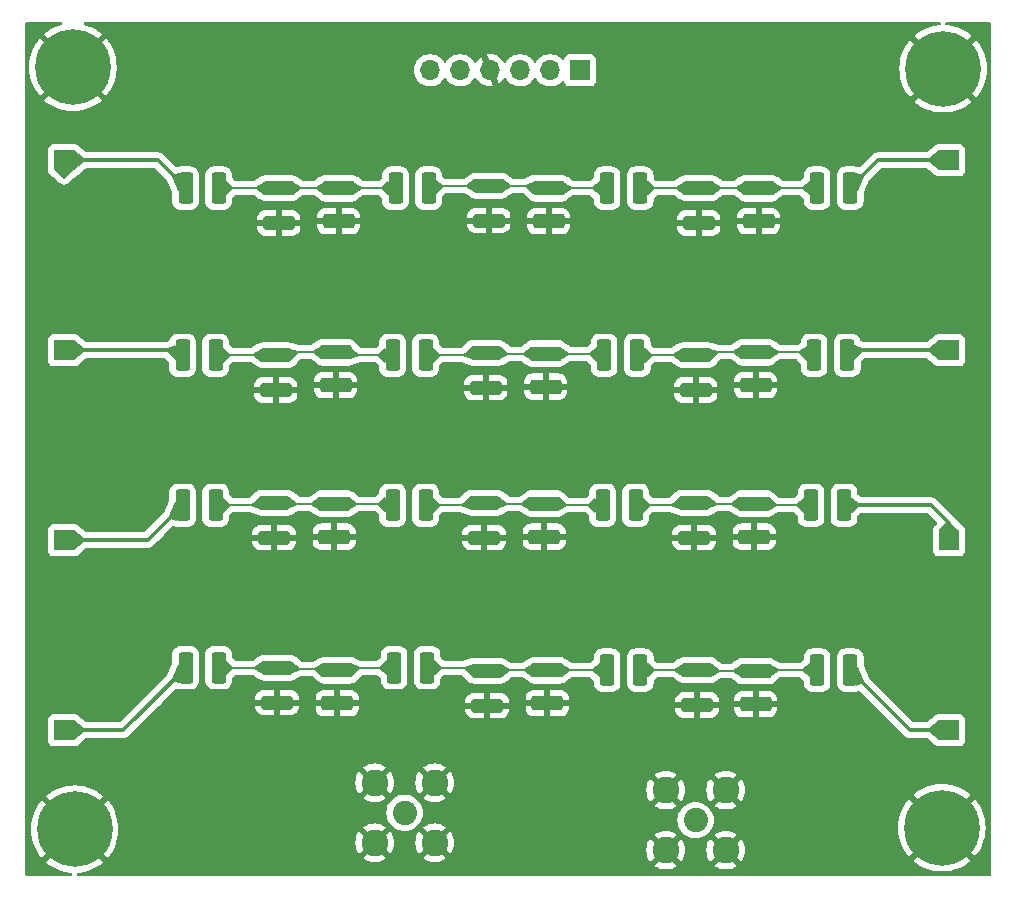
<source format=gbr>
G04 #@! TF.GenerationSoftware,KiCad,Pcbnew,7.0.5-0*
G04 #@! TF.CreationDate,2023-07-23T12:14:27-07:00*
G04 #@! TF.ProjectId,switched-bandpass-filter,73776974-6368-4656-942d-62616e647061,v1.0*
G04 #@! TF.SameCoordinates,Original*
G04 #@! TF.FileFunction,Copper,L2,Bot*
G04 #@! TF.FilePolarity,Positive*
%FSLAX46Y46*%
G04 Gerber Fmt 4.6, Leading zero omitted, Abs format (unit mm)*
G04 Created by KiCad (PCBNEW 7.0.5-0) date 2023-07-23 12:14:27*
%MOMM*%
%LPD*%
G01*
G04 APERTURE LIST*
G04 Aperture macros list*
%AMRoundRect*
0 Rectangle with rounded corners*
0 $1 Rounding radius*
0 $2 $3 $4 $5 $6 $7 $8 $9 X,Y pos of 4 corners*
0 Add a 4 corners polygon primitive as box body*
4,1,4,$2,$3,$4,$5,$6,$7,$8,$9,$2,$3,0*
0 Add four circle primitives for the rounded corners*
1,1,$1+$1,$2,$3*
1,1,$1+$1,$4,$5*
1,1,$1+$1,$6,$7*
1,1,$1+$1,$8,$9*
0 Add four rect primitives between the rounded corners*
20,1,$1+$1,$2,$3,$4,$5,0*
20,1,$1+$1,$4,$5,$6,$7,0*
20,1,$1+$1,$6,$7,$8,$9,0*
20,1,$1+$1,$8,$9,$2,$3,0*%
G04 Aperture macros list end*
G04 #@! TA.AperFunction,ComponentPad*
%ADD10C,2.050000*%
G04 #@! TD*
G04 #@! TA.AperFunction,ComponentPad*
%ADD11C,2.250000*%
G04 #@! TD*
G04 #@! TA.AperFunction,ComponentPad*
%ADD12R,1.700000X1.700000*%
G04 #@! TD*
G04 #@! TA.AperFunction,ComponentPad*
%ADD13O,1.700000X1.700000*%
G04 #@! TD*
G04 #@! TA.AperFunction,ComponentPad*
%ADD14C,0.800000*%
G04 #@! TD*
G04 #@! TA.AperFunction,ComponentPad*
%ADD15C,6.400000*%
G04 #@! TD*
G04 #@! TA.AperFunction,SMDPad,CuDef*
%ADD16RoundRect,0.250000X-1.100000X0.325000X-1.100000X-0.325000X1.100000X-0.325000X1.100000X0.325000X0*%
G04 #@! TD*
G04 #@! TA.AperFunction,SMDPad,CuDef*
%ADD17RoundRect,0.250000X0.375000X1.075000X-0.375000X1.075000X-0.375000X-1.075000X0.375000X-1.075000X0*%
G04 #@! TD*
G04 #@! TA.AperFunction,SMDPad,CuDef*
%ADD18RoundRect,0.250000X-1.075000X0.375000X-1.075000X-0.375000X1.075000X-0.375000X1.075000X0.375000X0*%
G04 #@! TD*
G04 #@! TA.AperFunction,ViaPad*
%ADD19C,0.600000*%
G04 #@! TD*
G04 #@! TA.AperFunction,Conductor*
%ADD20C,0.152400*%
G04 #@! TD*
G04 #@! TA.AperFunction,Conductor*
%ADD21C,0.300000*%
G04 #@! TD*
G04 APERTURE END LIST*
D10*
X144907000Y-128270000D03*
D11*
X142367000Y-125730000D03*
X142367000Y-130810000D03*
X147447000Y-125730000D03*
X147447000Y-130810000D03*
D12*
X91440000Y-72390000D03*
X91440000Y-104563300D03*
X135128000Y-64770000D03*
D13*
X132588000Y-64770000D03*
X130048000Y-64770000D03*
X127508000Y-64770000D03*
X124968000Y-64770000D03*
X122428000Y-64770000D03*
D14*
X89929000Y-129032000D03*
X90631944Y-127334944D03*
X90631944Y-130729056D03*
X92329000Y-126632000D03*
D15*
X92329000Y-129032000D03*
D14*
X92329000Y-131432000D03*
X94026056Y-127334944D03*
X94026056Y-130729056D03*
X94729000Y-129032000D03*
D10*
X120269000Y-127635000D03*
D11*
X117729000Y-125095000D03*
X117729000Y-130175000D03*
X122809000Y-125095000D03*
X122809000Y-130175000D03*
D12*
X166370000Y-88476700D03*
X166370000Y-72390000D03*
D14*
X163462000Y-64643000D03*
X164164944Y-62945944D03*
X164164944Y-66340056D03*
X165862000Y-62243000D03*
D15*
X165862000Y-64643000D03*
D14*
X165862000Y-67043000D03*
X167559056Y-62945944D03*
X167559056Y-66340056D03*
X168262000Y-64643000D03*
X163348000Y-128905000D03*
X164050944Y-127207944D03*
X164050944Y-130602056D03*
X165748000Y-126505000D03*
D15*
X165748000Y-128905000D03*
D14*
X165748000Y-131305000D03*
X167445056Y-127207944D03*
X167445056Y-130602056D03*
X168148000Y-128905000D03*
D12*
X166370000Y-120650000D03*
X91440000Y-120650000D03*
D14*
X89789000Y-64516000D03*
X90491944Y-62818944D03*
X90491944Y-66213056D03*
X92189000Y-62116000D03*
D15*
X92189000Y-64516000D03*
D14*
X92189000Y-66916000D03*
X93886056Y-62818944D03*
X93886056Y-66213056D03*
X94589000Y-64516000D03*
D12*
X91440000Y-88476700D03*
X166370000Y-104563300D03*
D16*
X109349000Y-88900000D03*
X109349000Y-91850000D03*
D17*
X104524000Y-115359000D03*
X101724000Y-115359000D03*
D18*
X114554000Y-115564000D03*
X114554000Y-118364000D03*
D17*
X139959000Y-88900000D03*
X137159000Y-88900000D03*
D18*
X132080000Y-101470000D03*
X132080000Y-104270000D03*
D16*
X109602000Y-74754000D03*
X109602000Y-77704000D03*
D17*
X157994000Y-115564000D03*
X155194000Y-115564000D03*
X122050000Y-101600000D03*
X119250000Y-101600000D03*
X157739000Y-88900000D03*
X154939000Y-88900000D03*
D16*
X109474000Y-115359000D03*
X109474000Y-118309000D03*
D18*
X114682000Y-74754000D03*
X114682000Y-77554000D03*
X132209000Y-88770000D03*
X132209000Y-91570000D03*
X149984000Y-115639000D03*
X149984000Y-118439000D03*
D17*
X122302000Y-74754000D03*
X119502000Y-74754000D03*
X140212000Y-74754000D03*
X137412000Y-74754000D03*
D16*
X127129000Y-88695000D03*
X127129000Y-91645000D03*
D18*
X114300000Y-101470000D03*
X114300000Y-104270000D03*
D17*
X104269000Y-88900000D03*
X101469000Y-88900000D03*
D16*
X127000000Y-101395000D03*
X127000000Y-104345000D03*
X144909000Y-88900000D03*
X144909000Y-91850000D03*
X127254000Y-115619000D03*
X127254000Y-118569000D03*
X127382000Y-74549000D03*
X127382000Y-77499000D03*
X145034000Y-115564000D03*
X145034000Y-118514000D03*
D18*
X132462000Y-74754000D03*
X132462000Y-77554000D03*
X132334000Y-115564000D03*
X132334000Y-118364000D03*
D17*
X122049000Y-88900000D03*
X119249000Y-88900000D03*
X157992000Y-74754000D03*
X155192000Y-74754000D03*
D18*
X149989000Y-88640000D03*
X149989000Y-91440000D03*
D16*
X109220000Y-101395000D03*
X109220000Y-104345000D03*
D18*
X114429000Y-88640000D03*
X114429000Y-91440000D03*
D17*
X104270000Y-101600000D03*
X101470000Y-101600000D03*
D16*
X144780000Y-101395000D03*
X144780000Y-104345000D03*
D18*
X149860000Y-101470000D03*
X149860000Y-104270000D03*
D17*
X139830000Y-101600000D03*
X137030000Y-101600000D03*
X157480000Y-101600000D03*
X154680000Y-101600000D03*
X122174000Y-115359000D03*
X119374000Y-115359000D03*
D18*
X150242000Y-74754000D03*
X150242000Y-77554000D03*
D17*
X104522000Y-74754000D03*
X101722000Y-74754000D03*
D16*
X145162000Y-74754000D03*
X145162000Y-77704000D03*
D17*
X140214000Y-115564000D03*
X137414000Y-115564000D03*
D19*
X113325000Y-85904000D03*
X148885000Y-63044000D03*
X126025000Y-83364000D03*
X166665000Y-83364000D03*
X146345000Y-96064000D03*
X113325000Y-111304000D03*
X103165000Y-124004000D03*
X143805000Y-83364000D03*
X169205000Y-70664000D03*
X103165000Y-111304000D03*
X105705000Y-78284000D03*
X161585000Y-83364000D03*
X110785000Y-131624000D03*
X103165000Y-63044000D03*
X141265000Y-98604000D03*
X159045000Y-83364000D03*
X95545000Y-78284000D03*
X100625000Y-63044000D03*
X148885000Y-83364000D03*
X110785000Y-70664000D03*
X93005000Y-80824000D03*
X98085000Y-101144000D03*
X151425000Y-68124000D03*
X164125000Y-96064000D03*
X105705000Y-90984000D03*
X136185000Y-106224000D03*
X105705000Y-93524000D03*
X136185000Y-78284000D03*
X151425000Y-126544000D03*
X138725000Y-85904000D03*
X146345000Y-73204000D03*
X93005000Y-75744000D03*
X110785000Y-68124000D03*
X103165000Y-65584000D03*
X110785000Y-96064000D03*
X110785000Y-93524000D03*
X118405000Y-63044000D03*
X95545000Y-98604000D03*
X151425000Y-131624000D03*
X169205000Y-96064000D03*
X166665000Y-116384000D03*
X166665000Y-96064000D03*
X151425000Y-121464000D03*
X90465000Y-116384000D03*
X100625000Y-111304000D03*
X133645000Y-85904000D03*
X153965000Y-126544000D03*
X159045000Y-68124000D03*
X153965000Y-80824000D03*
X100625000Y-129084000D03*
X126025000Y-111304000D03*
X108245000Y-129084000D03*
X123485000Y-68124000D03*
X100625000Y-70664000D03*
X93005000Y-93524000D03*
X105705000Y-80824000D03*
X169205000Y-124004000D03*
X110785000Y-83364000D03*
X161585000Y-68124000D03*
X103165000Y-93524000D03*
X138725000Y-121464000D03*
X138725000Y-111304000D03*
X108245000Y-113844000D03*
X128565000Y-98604000D03*
X100625000Y-131624000D03*
X151425000Y-113844000D03*
X105705000Y-131624000D03*
X159045000Y-103684000D03*
X153965000Y-131624000D03*
X123485000Y-63044000D03*
X126025000Y-85904000D03*
X90465000Y-101144000D03*
X108245000Y-111304000D03*
X138725000Y-63044000D03*
X110785000Y-73204000D03*
X98085000Y-63044000D03*
X95545000Y-124004000D03*
X156505000Y-124004000D03*
X146345000Y-113844000D03*
X151425000Y-93524000D03*
X141265000Y-108764000D03*
X128565000Y-126544000D03*
X136185000Y-126544000D03*
X95545000Y-80824000D03*
X118405000Y-121464000D03*
X110785000Y-111304000D03*
X169205000Y-75744000D03*
X164125000Y-116384000D03*
X146345000Y-108764000D03*
X169205000Y-73204000D03*
X115865000Y-121464000D03*
X133645000Y-129084000D03*
X143805000Y-80824000D03*
X133645000Y-124004000D03*
X108245000Y-124004000D03*
X143805000Y-73204000D03*
X133645000Y-63044000D03*
X115865000Y-108764000D03*
X169205000Y-103684000D03*
X93005000Y-118924000D03*
X93005000Y-90984000D03*
X108245000Y-126544000D03*
X166665000Y-75744000D03*
X169205000Y-78284000D03*
X108245000Y-96064000D03*
X136185000Y-108764000D03*
X128565000Y-96064000D03*
X146345000Y-65584000D03*
X159045000Y-65584000D03*
X169205000Y-80824000D03*
X146345000Y-80824000D03*
X95545000Y-68124000D03*
X128565000Y-131624000D03*
X108245000Y-80824000D03*
X164125000Y-106224000D03*
X115865000Y-63044000D03*
X98085000Y-75744000D03*
X148885000Y-70664000D03*
X159045000Y-70664000D03*
X105705000Y-126544000D03*
X110785000Y-80824000D03*
X98085000Y-126544000D03*
X131105000Y-63044000D03*
X113325000Y-65584000D03*
X100625000Y-85904000D03*
X108245000Y-121464000D03*
X93005000Y-98604000D03*
X98085000Y-85904000D03*
X133645000Y-126544000D03*
X164125000Y-83364000D03*
X153965000Y-96064000D03*
X156505000Y-106224000D03*
X118405000Y-80824000D03*
X153965000Y-121464000D03*
X98085000Y-98604000D03*
X115865000Y-111304000D03*
X136185000Y-63044000D03*
X156505000Y-85904000D03*
X148885000Y-96064000D03*
X136185000Y-118924000D03*
X128565000Y-113844000D03*
X161585000Y-106224000D03*
X93005000Y-116384000D03*
X159045000Y-121464000D03*
X138725000Y-126544000D03*
X90465000Y-90984000D03*
X148885000Y-113844000D03*
X169205000Y-93524000D03*
X141265000Y-121464000D03*
X98085000Y-65584000D03*
X136185000Y-131624000D03*
X169205000Y-83364000D03*
X136185000Y-98604000D03*
X131105000Y-124004000D03*
X161585000Y-113844000D03*
X166665000Y-108764000D03*
X156505000Y-131624000D03*
X141265000Y-70664000D03*
X161585000Y-121464000D03*
X103165000Y-108764000D03*
X90465000Y-106224000D03*
X131105000Y-68124000D03*
X143805000Y-96064000D03*
X113325000Y-121464000D03*
X164125000Y-70664000D03*
X103165000Y-118924000D03*
X146345000Y-106224000D03*
X161585000Y-90984000D03*
X156505000Y-108764000D03*
X164125000Y-103684000D03*
X98085000Y-124004000D03*
X126025000Y-124004000D03*
X138725000Y-70664000D03*
X151425000Y-96064000D03*
X95545000Y-101144000D03*
X126025000Y-113844000D03*
X146345000Y-70664000D03*
X131105000Y-111304000D03*
X161585000Y-65584000D03*
X90465000Y-75744000D03*
X136185000Y-68124000D03*
X128565000Y-93524000D03*
X166665000Y-124004000D03*
X166665000Y-85904000D03*
X161585000Y-85904000D03*
X169205000Y-113844000D03*
X136185000Y-121464000D03*
X108245000Y-65584000D03*
X123485000Y-78284000D03*
X143805000Y-63044000D03*
X166665000Y-113844000D03*
X128565000Y-85904000D03*
X128565000Y-70664000D03*
X100625000Y-78284000D03*
X169205000Y-116384000D03*
X153965000Y-108764000D03*
X113325000Y-129084000D03*
X103165000Y-68124000D03*
X90465000Y-78284000D03*
X169205000Y-85904000D03*
X105705000Y-103684000D03*
X169205000Y-106224000D03*
X166665000Y-80824000D03*
X118405000Y-70664000D03*
X103165000Y-98604000D03*
X93005000Y-70664000D03*
X131105000Y-70664000D03*
X113325000Y-63044000D03*
X95545000Y-116384000D03*
X90465000Y-85904000D03*
X169205000Y-101144000D03*
X136185000Y-129084000D03*
X123485000Y-98604000D03*
X115865000Y-85904000D03*
X98085000Y-111304000D03*
X166665000Y-111304000D03*
X151425000Y-70664000D03*
X113325000Y-126544000D03*
X120945000Y-68124000D03*
X103165000Y-80824000D03*
X169205000Y-118924000D03*
X110785000Y-63044000D03*
X159045000Y-106224000D03*
X153965000Y-93524000D03*
X126025000Y-131624000D03*
X100625000Y-126544000D03*
X166665000Y-93524000D03*
X90465000Y-98604000D03*
X126025000Y-126544000D03*
X136185000Y-124004000D03*
X136185000Y-96064000D03*
X118405000Y-96064000D03*
X141265000Y-83364000D03*
X105705000Y-63044000D03*
X131105000Y-126544000D03*
X133645000Y-131624000D03*
X138725000Y-93524000D03*
X166665000Y-78284000D03*
X93005000Y-85904000D03*
X141265000Y-80824000D03*
X148885000Y-68124000D03*
X105705000Y-68124000D03*
X110785000Y-121464000D03*
X141265000Y-68124000D03*
X118405000Y-98604000D03*
X169205000Y-98604000D03*
X143805000Y-113844000D03*
X108245000Y-131624000D03*
X95545000Y-83364000D03*
X161585000Y-80824000D03*
X151425000Y-63044000D03*
X156505000Y-129084000D03*
X141265000Y-106224000D03*
X143805000Y-65584000D03*
X98085000Y-108764000D03*
X95545000Y-111304000D03*
X95545000Y-70664000D03*
X113325000Y-70664000D03*
X146345000Y-85904000D03*
X93005000Y-101144000D03*
X90465000Y-118924000D03*
X159045000Y-124004000D03*
X95545000Y-96064000D03*
X169205000Y-121464000D03*
X143805000Y-108764000D03*
X166665000Y-101144000D03*
X159045000Y-93524000D03*
X161585000Y-78284000D03*
X103165000Y-126544000D03*
X105705000Y-108764000D03*
X148885000Y-85904000D03*
X141265000Y-65584000D03*
X113325000Y-108764000D03*
X146345000Y-121464000D03*
X118405000Y-68124000D03*
X156505000Y-126544000D03*
X161585000Y-70664000D03*
X100625000Y-98604000D03*
X100625000Y-65584000D03*
X128565000Y-63044000D03*
X151425000Y-106224000D03*
X105705000Y-70664000D03*
X105705000Y-129084000D03*
X128565000Y-124004000D03*
X161585000Y-98604000D03*
X123485000Y-118924000D03*
X159045000Y-63044000D03*
X98085000Y-83364000D03*
X151425000Y-129084000D03*
X118405000Y-65584000D03*
X166665000Y-98604000D03*
X161585000Y-116384000D03*
X90465000Y-96064000D03*
X120945000Y-98604000D03*
X105705000Y-111304000D03*
X141265000Y-93524000D03*
X110785000Y-124004000D03*
X95545000Y-90984000D03*
X98085000Y-129084000D03*
X131105000Y-121464000D03*
X141265000Y-63044000D03*
X143805000Y-106224000D03*
X90465000Y-113844000D03*
X153965000Y-129084000D03*
X105705000Y-96064000D03*
X98085000Y-70664000D03*
X133645000Y-121464000D03*
X156505000Y-93524000D03*
X161585000Y-124004000D03*
X120945000Y-96064000D03*
X146345000Y-93524000D03*
X118405000Y-85904000D03*
X164125000Y-80824000D03*
X138725000Y-68124000D03*
X169205000Y-90984000D03*
X118405000Y-118924000D03*
X120945000Y-63044000D03*
X93005000Y-96064000D03*
X105705000Y-124004000D03*
X161585000Y-129084000D03*
X153965000Y-124004000D03*
X103165000Y-85904000D03*
X138725000Y-118924000D03*
X113325000Y-68124000D03*
X131105000Y-129084000D03*
X138725000Y-96064000D03*
X151425000Y-124004000D03*
X103165000Y-78284000D03*
X108245000Y-63044000D03*
X123485000Y-85904000D03*
X164125000Y-85904000D03*
X98085000Y-116384000D03*
X90465000Y-93524000D03*
X151425000Y-73204000D03*
X159045000Y-108764000D03*
X90465000Y-70664000D03*
X143805000Y-68124000D03*
X156505000Y-78284000D03*
X108245000Y-83364000D03*
X156505000Y-121464000D03*
X100625000Y-68124000D03*
X108245000Y-98604000D03*
X113325000Y-131624000D03*
X98085000Y-80824000D03*
X169205000Y-88444000D03*
X113325000Y-93524000D03*
X113325000Y-124004000D03*
X146345000Y-68124000D03*
X153965000Y-106224000D03*
X95545000Y-85904000D03*
X93005000Y-108764000D03*
X108245000Y-73204000D03*
X108245000Y-108764000D03*
X143805000Y-85904000D03*
X98085000Y-68124000D03*
X115865000Y-126544000D03*
X98085000Y-113844000D03*
X95545000Y-118924000D03*
X131105000Y-131624000D03*
X105705000Y-65584000D03*
X151425000Y-83364000D03*
X120945000Y-108764000D03*
X128565000Y-111304000D03*
X161585000Y-126544000D03*
X95545000Y-93524000D03*
X159045000Y-80824000D03*
X138725000Y-124004000D03*
X164125000Y-113844000D03*
X143805000Y-70664000D03*
X93005000Y-111304000D03*
X148885000Y-65584000D03*
X131105000Y-73204000D03*
X148885000Y-80824000D03*
X110785000Y-108764000D03*
X90465000Y-124004000D03*
X105705000Y-83364000D03*
X156505000Y-83364000D03*
X90465000Y-108764000D03*
X169205000Y-131624000D03*
X164125000Y-111304000D03*
X143805000Y-98604000D03*
X148885000Y-108764000D03*
X108245000Y-68124000D03*
X110785000Y-85904000D03*
X95545000Y-113844000D03*
X100625000Y-83364000D03*
X151425000Y-108764000D03*
X110785000Y-65584000D03*
X98085000Y-96064000D03*
X148885000Y-121464000D03*
X159045000Y-126544000D03*
X159045000Y-131624000D03*
X138725000Y-106224000D03*
X153965000Y-68124000D03*
X151425000Y-65584000D03*
X110785000Y-129084000D03*
X136185000Y-85904000D03*
X115865000Y-131624000D03*
X146345000Y-83364000D03*
X126025000Y-129084000D03*
X120945000Y-131624000D03*
X169205000Y-108764000D03*
X123485000Y-96064000D03*
X126025000Y-121464000D03*
X103165000Y-70664000D03*
X108245000Y-85904000D03*
X153965000Y-85904000D03*
X161585000Y-103684000D03*
X98085000Y-131624000D03*
X141265000Y-85904000D03*
X100625000Y-124004000D03*
X148885000Y-73204000D03*
X90465000Y-83364000D03*
X131105000Y-113844000D03*
X108245000Y-70664000D03*
X166665000Y-70664000D03*
X93005000Y-78284000D03*
X115865000Y-93524000D03*
X148885000Y-106224000D03*
X93005000Y-124004000D03*
X115865000Y-70664000D03*
X133645000Y-113844000D03*
X115865000Y-68124000D03*
X136185000Y-70664000D03*
X153965000Y-70664000D03*
X138725000Y-65584000D03*
X151425000Y-80824000D03*
X95545000Y-108764000D03*
X161585000Y-108764000D03*
X138725000Y-129084000D03*
X161585000Y-63044000D03*
X100625000Y-118924000D03*
X103165000Y-129084000D03*
X138725000Y-131624000D03*
X156505000Y-96064000D03*
X110785000Y-126544000D03*
X169205000Y-68124000D03*
X115865000Y-65584000D03*
X169205000Y-111304000D03*
X103165000Y-131624000D03*
X166665000Y-118924000D03*
X128565000Y-121464000D03*
X164125000Y-75744000D03*
X153965000Y-65584000D03*
X100625000Y-108764000D03*
X164125000Y-78284000D03*
X118405000Y-108764000D03*
X146345000Y-63044000D03*
X90465000Y-80824000D03*
X159045000Y-129084000D03*
X118405000Y-111304000D03*
X128565000Y-129084000D03*
X159045000Y-85904000D03*
X120945000Y-70664000D03*
X90465000Y-111304000D03*
X93005000Y-83364000D03*
X100625000Y-96064000D03*
X161585000Y-131624000D03*
X164125000Y-124004000D03*
X98085000Y-93524000D03*
X148885000Y-93524000D03*
X164125000Y-98604000D03*
X93005000Y-113844000D03*
X123485000Y-121464000D03*
D20*
X150059000Y-115564000D02*
X149984000Y-115639000D01*
X149984000Y-115639000D02*
X145109000Y-115639000D01*
X140214000Y-115564000D02*
X145034000Y-115564000D01*
X155194000Y-115564000D02*
X150059000Y-115564000D01*
X145109000Y-115639000D02*
X145034000Y-115564000D01*
X126994000Y-115359000D02*
X127254000Y-115619000D01*
X137414000Y-115564000D02*
X132334000Y-115564000D01*
X132334000Y-115564000D02*
X127309000Y-115564000D01*
X127309000Y-115564000D02*
X127254000Y-115619000D01*
X122174000Y-115359000D02*
X126994000Y-115359000D01*
X114656500Y-115359000D02*
X114554000Y-115461500D01*
X104524000Y-115359000D02*
X109474000Y-115359000D01*
X119374000Y-115359000D02*
X114656500Y-115359000D01*
X114554000Y-115461500D02*
X109576500Y-115461500D01*
X114554000Y-115461500D02*
X114554000Y-115564000D01*
X109576500Y-115461500D02*
X109474000Y-115359000D01*
D21*
X91440000Y-72390000D02*
X91440000Y-73790000D01*
X99358000Y-72390000D02*
X101722000Y-74754000D01*
X91440000Y-72390000D02*
X99358000Y-72390000D01*
X101045700Y-88476700D02*
X101469000Y-88900000D01*
X91440000Y-88476700D02*
X101045700Y-88476700D01*
X101470000Y-101600000D02*
X98506700Y-104563300D01*
X98506700Y-104563300D02*
X91440000Y-104563300D01*
X96433000Y-120650000D02*
X91440000Y-120650000D01*
X101724000Y-115359000D02*
X96433000Y-120650000D01*
X166370000Y-120650000D02*
X163080000Y-120650000D01*
X163080000Y-120650000D02*
X157994000Y-115564000D01*
X164846000Y-101600000D02*
X166370000Y-103124000D01*
X166370000Y-103124000D02*
X166370000Y-104563300D01*
X157480000Y-101600000D02*
X164846000Y-101600000D01*
X158162300Y-88476700D02*
X157739000Y-88900000D01*
X166370000Y-88476700D02*
X158162300Y-88476700D01*
X166370000Y-72390000D02*
X160356000Y-72390000D01*
X160356000Y-72390000D02*
X157992000Y-74754000D01*
D20*
X144575000Y-101600000D02*
X144780000Y-101395000D01*
X139830000Y-101600000D02*
X144575000Y-101600000D01*
X144855000Y-101470000D02*
X144780000Y-101395000D01*
X154680000Y-101600000D02*
X149990000Y-101600000D01*
X149990000Y-101600000D02*
X149860000Y-101470000D01*
X149860000Y-101470000D02*
X144855000Y-101470000D01*
X132210000Y-101600000D02*
X132080000Y-101470000D01*
X126795000Y-101600000D02*
X127000000Y-101395000D01*
X137030000Y-101600000D02*
X132210000Y-101600000D01*
X127075000Y-101470000D02*
X127000000Y-101395000D01*
X132080000Y-101470000D02*
X127075000Y-101470000D01*
X122050000Y-101600000D02*
X126795000Y-101600000D01*
X109295000Y-101470000D02*
X109220000Y-101395000D01*
X119250000Y-101600000D02*
X119120000Y-101470000D01*
X114300000Y-101470000D02*
X109295000Y-101470000D01*
X119120000Y-101470000D02*
X114300000Y-101470000D01*
X104270000Y-101600000D02*
X109015000Y-101600000D01*
X109015000Y-101600000D02*
X109220000Y-101395000D01*
X145169000Y-88640000D02*
X144909000Y-88900000D01*
X154939000Y-88900000D02*
X154679000Y-88640000D01*
X154679000Y-88640000D02*
X149989000Y-88640000D01*
X149989000Y-88640000D02*
X145169000Y-88640000D01*
X139959000Y-88900000D02*
X144909000Y-88900000D01*
X150242000Y-74754000D02*
X145162000Y-74754000D01*
X140212000Y-74754000D02*
X145162000Y-74754000D01*
X155192000Y-74754000D02*
X150242000Y-74754000D01*
X122049000Y-88900000D02*
X126924000Y-88900000D01*
X126924000Y-88900000D02*
X127129000Y-88695000D01*
X137029000Y-88770000D02*
X132209000Y-88770000D01*
X137159000Y-88900000D02*
X137029000Y-88770000D01*
X132209000Y-88770000D02*
X127204000Y-88770000D01*
X127204000Y-88770000D02*
X127129000Y-88695000D01*
X132462000Y-74754000D02*
X132257000Y-74549000D01*
X132257000Y-74549000D02*
X127382000Y-74549000D01*
X137412000Y-74754000D02*
X132462000Y-74754000D01*
X122507000Y-74549000D02*
X122302000Y-74754000D01*
X127382000Y-74549000D02*
X122507000Y-74549000D01*
X114429000Y-88640000D02*
X114689000Y-88900000D01*
X114429000Y-88640000D02*
X109609000Y-88640000D01*
X114689000Y-88900000D02*
X119249000Y-88900000D01*
X109609000Y-88640000D02*
X109349000Y-88900000D01*
X104269000Y-88900000D02*
X109349000Y-88900000D01*
X114682000Y-74754000D02*
X119502000Y-74754000D01*
X104522000Y-74754000D02*
X109602000Y-74754000D01*
X109602000Y-74754000D02*
X114682000Y-74754000D01*
G04 #@! TA.AperFunction,Conductor*
G36*
X167604420Y-130407867D02*
G01*
X167542601Y-130366561D01*
X167469680Y-130352056D01*
X167420432Y-130352056D01*
X167347511Y-130366561D01*
X167264816Y-130421816D01*
X167209561Y-130504511D01*
X167190158Y-130602056D01*
X167209561Y-130699601D01*
X167250867Y-130761420D01*
X166692180Y-130202733D01*
X166882870Y-130039870D01*
X167045733Y-129849180D01*
X167604420Y-130407867D01*
G37*
G04 #@! TD.AperFunction*
G04 #@! TA.AperFunction,Conductor*
G36*
X164613130Y-130039870D02*
G01*
X164803819Y-130202733D01*
X164245135Y-130761416D01*
X164286439Y-130699601D01*
X164305842Y-130602056D01*
X164286439Y-130504511D01*
X164231184Y-130421816D01*
X164148489Y-130366561D01*
X164075568Y-130352056D01*
X164026320Y-130352056D01*
X163953399Y-130366561D01*
X163891576Y-130407869D01*
X164450266Y-129849179D01*
X164613130Y-130039870D01*
G37*
G04 #@! TD.AperFunction*
G04 #@! TA.AperFunction,Conductor*
G36*
X164803819Y-127607266D02*
G01*
X164613130Y-127770130D01*
X164450266Y-127960818D01*
X163891582Y-127402134D01*
X163953399Y-127443439D01*
X164026320Y-127457944D01*
X164075568Y-127457944D01*
X164148489Y-127443439D01*
X164231184Y-127388184D01*
X164286439Y-127305489D01*
X164305842Y-127207944D01*
X164286439Y-127110399D01*
X164245133Y-127048581D01*
X164803819Y-127607266D01*
G37*
G04 #@! TD.AperFunction*
G04 #@! TA.AperFunction,Conductor*
G36*
X167209561Y-127110399D02*
G01*
X167190158Y-127207944D01*
X167209561Y-127305489D01*
X167264816Y-127388184D01*
X167347511Y-127443439D01*
X167420432Y-127457944D01*
X167469680Y-127457944D01*
X167542601Y-127443439D01*
X167604415Y-127402135D01*
X167045732Y-127960818D01*
X166882870Y-127770130D01*
X166692180Y-127607266D01*
X167250867Y-127048578D01*
X167209561Y-127110399D01*
G37*
G04 #@! TD.AperFunction*
G04 #@! TA.AperFunction,Conductor*
G36*
X91237576Y-60725685D02*
G01*
X91283331Y-60778489D01*
X91293275Y-60847647D01*
X91264250Y-60911203D01*
X91205472Y-60948977D01*
X91202630Y-60949775D01*
X91044063Y-60992262D01*
X90682005Y-61131244D01*
X90336456Y-61307310D01*
X90011206Y-61518531D01*
X89753648Y-61727095D01*
X89753648Y-61727096D01*
X90651306Y-62624754D01*
X90589489Y-62583449D01*
X90516568Y-62568944D01*
X90467320Y-62568944D01*
X90394399Y-62583449D01*
X90311704Y-62638704D01*
X90256449Y-62721399D01*
X90237046Y-62818944D01*
X90256449Y-62916489D01*
X90297753Y-62978305D01*
X89400096Y-62080648D01*
X89400095Y-62080648D01*
X89191531Y-62338206D01*
X88980310Y-62663456D01*
X88804244Y-63009005D01*
X88665262Y-63371063D01*
X88564887Y-63745669D01*
X88564886Y-63745676D01*
X88504219Y-64128712D01*
X88483922Y-64515999D01*
X88483922Y-64516000D01*
X88504219Y-64903287D01*
X88564886Y-65286323D01*
X88564887Y-65286330D01*
X88665262Y-65660936D01*
X88804244Y-66022994D01*
X88980310Y-66368543D01*
X89191531Y-66693793D01*
X89400095Y-66951350D01*
X89400096Y-66951350D01*
X90297756Y-66053689D01*
X90256449Y-66115511D01*
X90237046Y-66213056D01*
X90256449Y-66310601D01*
X90311704Y-66393296D01*
X90394399Y-66448551D01*
X90467320Y-66463056D01*
X90516568Y-66463056D01*
X90589489Y-66448551D01*
X90651304Y-66407247D01*
X89753648Y-67304903D01*
X89753649Y-67304904D01*
X90011206Y-67513468D01*
X90336456Y-67724689D01*
X90682005Y-67900755D01*
X91044063Y-68039737D01*
X91418669Y-68140112D01*
X91418676Y-68140113D01*
X91801712Y-68200780D01*
X92188999Y-68221078D01*
X92189001Y-68221078D01*
X92576287Y-68200780D01*
X92959323Y-68140113D01*
X92959330Y-68140112D01*
X93333936Y-68039737D01*
X93695994Y-67900755D01*
X94041543Y-67724689D01*
X94366783Y-67513476D01*
X94366785Y-67513475D01*
X94624349Y-67304902D01*
X93726691Y-66407244D01*
X93788511Y-66448551D01*
X93861432Y-66463056D01*
X93910680Y-66463056D01*
X93983601Y-66448551D01*
X94066296Y-66393296D01*
X94121551Y-66310601D01*
X94140954Y-66213056D01*
X94121551Y-66115511D01*
X94080245Y-66053692D01*
X94977902Y-66951349D01*
X95186475Y-66693785D01*
X95186476Y-66693783D01*
X95397689Y-66368543D01*
X95573755Y-66022994D01*
X95712737Y-65660936D01*
X95813112Y-65286330D01*
X95813113Y-65286323D01*
X95873780Y-64903287D01*
X95880765Y-64770005D01*
X121064844Y-64770005D01*
X121083434Y-64994359D01*
X121083436Y-64994371D01*
X121138703Y-65212614D01*
X121229140Y-65418792D01*
X121352276Y-65607265D01*
X121352284Y-65607276D01*
X121504756Y-65772902D01*
X121504761Y-65772907D01*
X121524070Y-65787936D01*
X121682424Y-65911189D01*
X121682425Y-65911189D01*
X121682427Y-65911191D01*
X121742314Y-65943600D01*
X121880426Y-66018342D01*
X122093365Y-66091444D01*
X122315431Y-66128500D01*
X122540569Y-66128500D01*
X122762635Y-66091444D01*
X122975574Y-66018342D01*
X123173576Y-65911189D01*
X123351240Y-65772906D01*
X123472594Y-65641082D01*
X123503715Y-65607276D01*
X123503715Y-65607275D01*
X123503722Y-65607268D01*
X123594193Y-65468790D01*
X123647338Y-65423437D01*
X123716569Y-65414013D01*
X123779905Y-65443515D01*
X123801804Y-65468787D01*
X123892278Y-65607268D01*
X123892283Y-65607273D01*
X123892284Y-65607276D01*
X124044756Y-65772902D01*
X124044761Y-65772907D01*
X124064070Y-65787936D01*
X124222424Y-65911189D01*
X124222425Y-65911189D01*
X124222427Y-65911191D01*
X124282314Y-65943600D01*
X124420426Y-66018342D01*
X124633365Y-66091444D01*
X124855431Y-66128500D01*
X125080569Y-66128500D01*
X125302635Y-66091444D01*
X125515574Y-66018342D01*
X125713576Y-65911189D01*
X125891240Y-65772906D01*
X126012594Y-65641082D01*
X126043715Y-65607276D01*
X126043715Y-65607275D01*
X126043722Y-65607268D01*
X126137749Y-65463347D01*
X126190894Y-65417994D01*
X126260125Y-65408570D01*
X126323461Y-65438072D01*
X126343130Y-65460048D01*
X126469890Y-65641078D01*
X126636917Y-65808105D01*
X126830421Y-65943600D01*
X127044507Y-66043429D01*
X127044516Y-66043433D01*
X127272673Y-66104567D01*
X127272684Y-66104569D01*
X127507998Y-66125157D01*
X127508002Y-66125157D01*
X127743315Y-66104569D01*
X127743322Y-66104568D01*
X127785515Y-66093262D01*
X127442752Y-65265760D01*
X127472237Y-65270000D01*
X127543763Y-65270000D01*
X127650315Y-65254680D01*
X127781100Y-65194952D01*
X127889761Y-65100798D01*
X127905484Y-65076331D01*
X128246926Y-65900644D01*
X128379078Y-65808109D01*
X128546105Y-65641082D01*
X128672868Y-65460048D01*
X128727445Y-65416423D01*
X128796944Y-65409231D01*
X128859298Y-65440753D01*
X128878251Y-65463350D01*
X128972276Y-65607265D01*
X128972284Y-65607276D01*
X129124756Y-65772902D01*
X129124761Y-65772907D01*
X129144070Y-65787936D01*
X129302424Y-65911189D01*
X129302425Y-65911189D01*
X129302427Y-65911191D01*
X129362314Y-65943600D01*
X129500426Y-66018342D01*
X129713365Y-66091444D01*
X129935431Y-66128500D01*
X130160569Y-66128500D01*
X130382635Y-66091444D01*
X130595574Y-66018342D01*
X130793576Y-65911189D01*
X130971240Y-65772906D01*
X131092594Y-65641082D01*
X131123715Y-65607276D01*
X131123715Y-65607275D01*
X131123722Y-65607268D01*
X131214193Y-65468790D01*
X131267338Y-65423437D01*
X131336569Y-65414013D01*
X131399905Y-65443515D01*
X131421804Y-65468787D01*
X131512278Y-65607268D01*
X131512283Y-65607273D01*
X131512284Y-65607276D01*
X131664756Y-65772902D01*
X131664761Y-65772907D01*
X131684070Y-65787936D01*
X131842424Y-65911189D01*
X131842425Y-65911189D01*
X131842427Y-65911191D01*
X131902314Y-65943600D01*
X132040426Y-66018342D01*
X132253365Y-66091444D01*
X132475431Y-66128500D01*
X132700569Y-66128500D01*
X132922635Y-66091444D01*
X133135574Y-66018342D01*
X133333576Y-65911189D01*
X133511240Y-65772906D01*
X133574452Y-65704239D01*
X133634337Y-65668250D01*
X133704175Y-65670349D01*
X133761791Y-65709873D01*
X133781861Y-65744888D01*
X133805442Y-65808109D01*
X133827111Y-65866204D01*
X133914739Y-65983261D01*
X134031796Y-66070889D01*
X134168799Y-66121989D01*
X134196050Y-66124918D01*
X134229345Y-66128499D01*
X134229362Y-66128500D01*
X136026638Y-66128500D01*
X136026654Y-66128499D01*
X136053692Y-66125591D01*
X136087201Y-66121989D01*
X136224204Y-66070889D01*
X136341261Y-65983261D01*
X136428889Y-65866204D01*
X136479989Y-65729201D01*
X136483591Y-65695692D01*
X136486499Y-65668654D01*
X136486500Y-65668637D01*
X136486500Y-63871362D01*
X136486499Y-63871345D01*
X136482672Y-63835759D01*
X136479989Y-63810799D01*
X136428889Y-63673796D01*
X136341261Y-63556739D01*
X136224204Y-63469111D01*
X136087203Y-63418011D01*
X136026654Y-63411500D01*
X136026638Y-63411500D01*
X134229362Y-63411500D01*
X134229345Y-63411500D01*
X134168797Y-63418011D01*
X134168795Y-63418011D01*
X134031795Y-63469111D01*
X133914739Y-63556739D01*
X133827111Y-63673795D01*
X133781861Y-63795111D01*
X133739989Y-63851044D01*
X133674524Y-63875460D01*
X133606252Y-63860607D01*
X133574454Y-63835762D01*
X133511240Y-63767094D01*
X133333576Y-63628811D01*
X133333575Y-63628810D01*
X133333572Y-63628808D01*
X133135580Y-63521661D01*
X133135577Y-63521659D01*
X133135574Y-63521658D01*
X133135571Y-63521657D01*
X133135569Y-63521656D01*
X132922637Y-63448556D01*
X132700569Y-63411500D01*
X132475431Y-63411500D01*
X132253362Y-63448556D01*
X132040430Y-63521656D01*
X132040419Y-63521661D01*
X131842427Y-63628808D01*
X131842422Y-63628812D01*
X131664761Y-63767092D01*
X131664756Y-63767097D01*
X131512284Y-63932723D01*
X131512276Y-63932734D01*
X131421808Y-64071206D01*
X131368662Y-64116562D01*
X131299431Y-64125986D01*
X131236095Y-64096484D01*
X131214192Y-64071206D01*
X131123723Y-63932734D01*
X131123715Y-63932723D01*
X130971243Y-63767097D01*
X130971238Y-63767092D01*
X130793577Y-63628812D01*
X130793572Y-63628808D01*
X130595580Y-63521661D01*
X130595577Y-63521659D01*
X130595574Y-63521658D01*
X130595571Y-63521657D01*
X130595569Y-63521656D01*
X130382637Y-63448556D01*
X130160569Y-63411500D01*
X129935431Y-63411500D01*
X129713362Y-63448556D01*
X129500430Y-63521656D01*
X129500419Y-63521661D01*
X129302427Y-63628808D01*
X129302422Y-63628812D01*
X129124761Y-63767092D01*
X129124756Y-63767097D01*
X128972284Y-63932723D01*
X128972276Y-63932734D01*
X128878251Y-64076650D01*
X128825105Y-64122007D01*
X128755873Y-64131430D01*
X128692538Y-64101928D01*
X128672868Y-64079951D01*
X128546113Y-63898926D01*
X128546108Y-63898920D01*
X128379082Y-63731894D01*
X128185578Y-63596399D01*
X127971492Y-63496570D01*
X127971483Y-63496566D01*
X127743326Y-63435432D01*
X127743315Y-63435430D01*
X127508002Y-63414843D01*
X127507999Y-63414843D01*
X127272681Y-63435431D01*
X127230484Y-63446736D01*
X127573246Y-64274239D01*
X127543763Y-64270000D01*
X127472237Y-64270000D01*
X127365685Y-64285320D01*
X127234900Y-64345048D01*
X127126239Y-64439202D01*
X127110515Y-64463669D01*
X126769072Y-63639355D01*
X126636929Y-63731884D01*
X126636918Y-63731893D01*
X126469891Y-63898920D01*
X126469890Y-63898922D01*
X126343131Y-64079952D01*
X126288554Y-64123577D01*
X126219055Y-64130769D01*
X126156701Y-64099247D01*
X126137752Y-64076656D01*
X126043722Y-63932732D01*
X126043715Y-63932725D01*
X126043715Y-63932723D01*
X125891243Y-63767097D01*
X125891238Y-63767092D01*
X125713577Y-63628812D01*
X125713572Y-63628808D01*
X125515580Y-63521661D01*
X125515577Y-63521659D01*
X125515574Y-63521658D01*
X125515571Y-63521657D01*
X125515569Y-63521656D01*
X125302637Y-63448556D01*
X125080569Y-63411500D01*
X124855431Y-63411500D01*
X124633362Y-63448556D01*
X124420430Y-63521656D01*
X124420419Y-63521661D01*
X124222427Y-63628808D01*
X124222422Y-63628812D01*
X124044761Y-63767092D01*
X124044756Y-63767097D01*
X123892284Y-63932723D01*
X123892276Y-63932734D01*
X123801808Y-64071206D01*
X123748662Y-64116562D01*
X123679431Y-64125986D01*
X123616095Y-64096484D01*
X123594192Y-64071206D01*
X123503723Y-63932734D01*
X123503715Y-63932723D01*
X123351243Y-63767097D01*
X123351238Y-63767092D01*
X123173577Y-63628812D01*
X123173572Y-63628808D01*
X122975580Y-63521661D01*
X122975577Y-63521659D01*
X122975574Y-63521658D01*
X122975571Y-63521657D01*
X122975569Y-63521656D01*
X122762637Y-63448556D01*
X122540569Y-63411500D01*
X122315431Y-63411500D01*
X122093362Y-63448556D01*
X121880430Y-63521656D01*
X121880419Y-63521661D01*
X121682427Y-63628808D01*
X121682422Y-63628812D01*
X121504761Y-63767092D01*
X121504756Y-63767097D01*
X121352284Y-63932723D01*
X121352276Y-63932734D01*
X121229140Y-64121207D01*
X121138703Y-64327385D01*
X121083436Y-64545628D01*
X121083434Y-64545640D01*
X121064844Y-64769994D01*
X121064844Y-64770005D01*
X95880765Y-64770005D01*
X95894078Y-64516000D01*
X95894078Y-64515999D01*
X95873780Y-64128712D01*
X95813113Y-63745676D01*
X95813112Y-63745669D01*
X95712737Y-63371063D01*
X95573755Y-63009005D01*
X95397689Y-62663456D01*
X95186468Y-62338206D01*
X94977904Y-62080649D01*
X94977903Y-62080648D01*
X94080248Y-62978302D01*
X94121551Y-62916489D01*
X94140954Y-62818944D01*
X94121551Y-62721399D01*
X94066296Y-62638704D01*
X93983601Y-62583449D01*
X93910680Y-62568944D01*
X93861432Y-62568944D01*
X93788511Y-62583449D01*
X93726690Y-62624755D01*
X94624350Y-61727096D01*
X94624350Y-61727095D01*
X94366793Y-61518531D01*
X94041543Y-61307310D01*
X93695994Y-61131244D01*
X93333936Y-60992262D01*
X93175370Y-60949775D01*
X93115709Y-60913410D01*
X93085180Y-60850563D01*
X93093475Y-60781187D01*
X93137960Y-60727310D01*
X93204512Y-60706035D01*
X93207463Y-60706000D01*
X165551971Y-60706000D01*
X165619010Y-60725685D01*
X165664765Y-60778489D01*
X165674709Y-60847647D01*
X165645684Y-60911203D01*
X165586906Y-60948977D01*
X165558461Y-60953830D01*
X165474712Y-60958219D01*
X165091676Y-61018886D01*
X165091669Y-61018887D01*
X164717063Y-61119262D01*
X164355005Y-61258244D01*
X164009456Y-61434310D01*
X163684206Y-61645531D01*
X163426648Y-61854095D01*
X163426648Y-61854096D01*
X164324306Y-62751754D01*
X164262489Y-62710449D01*
X164189568Y-62695944D01*
X164140320Y-62695944D01*
X164067399Y-62710449D01*
X163984704Y-62765704D01*
X163929449Y-62848399D01*
X163910046Y-62945944D01*
X163929449Y-63043489D01*
X163970753Y-63105305D01*
X163073096Y-62207648D01*
X163073095Y-62207648D01*
X162864531Y-62465206D01*
X162653310Y-62790456D01*
X162477244Y-63136005D01*
X162338262Y-63498063D01*
X162237887Y-63872669D01*
X162237886Y-63872676D01*
X162177219Y-64255712D01*
X162156922Y-64642999D01*
X162156922Y-64643000D01*
X162177219Y-65030287D01*
X162237886Y-65413323D01*
X162237887Y-65413330D01*
X162338262Y-65787936D01*
X162477244Y-66149994D01*
X162653310Y-66495543D01*
X162864531Y-66820793D01*
X163073095Y-67078350D01*
X163073096Y-67078350D01*
X163970757Y-66180688D01*
X163929449Y-66242511D01*
X163910046Y-66340056D01*
X163929449Y-66437601D01*
X163984704Y-66520296D01*
X164067399Y-66575551D01*
X164140320Y-66590056D01*
X164189568Y-66590056D01*
X164262489Y-66575551D01*
X164324304Y-66534247D01*
X163426648Y-67431903D01*
X163426649Y-67431904D01*
X163684206Y-67640468D01*
X164009456Y-67851689D01*
X164355005Y-68027755D01*
X164717063Y-68166737D01*
X165091669Y-68267112D01*
X165091676Y-68267113D01*
X165474712Y-68327780D01*
X165861999Y-68348078D01*
X165862001Y-68348078D01*
X166249287Y-68327780D01*
X166632323Y-68267113D01*
X166632330Y-68267112D01*
X167006936Y-68166737D01*
X167368994Y-68027755D01*
X167714543Y-67851689D01*
X168039783Y-67640476D01*
X168039785Y-67640475D01*
X168297349Y-67431902D01*
X167399691Y-66534244D01*
X167461511Y-66575551D01*
X167534432Y-66590056D01*
X167583680Y-66590056D01*
X167656601Y-66575551D01*
X167739296Y-66520296D01*
X167794551Y-66437601D01*
X167813954Y-66340056D01*
X167794551Y-66242511D01*
X167753244Y-66180691D01*
X168650902Y-67078349D01*
X168859475Y-66820785D01*
X168859476Y-66820783D01*
X169070689Y-66495543D01*
X169246755Y-66149994D01*
X169385737Y-65787936D01*
X169486112Y-65413330D01*
X169486113Y-65413323D01*
X169546780Y-65030287D01*
X169567078Y-64643000D01*
X169567078Y-64642999D01*
X169546780Y-64255712D01*
X169486113Y-63872676D01*
X169486112Y-63872669D01*
X169385737Y-63498063D01*
X169246755Y-63136005D01*
X169070689Y-62790456D01*
X168859468Y-62465206D01*
X168650904Y-62207649D01*
X168650903Y-62207648D01*
X167753247Y-63105303D01*
X167794551Y-63043489D01*
X167813954Y-62945944D01*
X167794551Y-62848399D01*
X167739296Y-62765704D01*
X167656601Y-62710449D01*
X167583680Y-62695944D01*
X167534432Y-62695944D01*
X167461511Y-62710449D01*
X167399690Y-62751755D01*
X168297350Y-61854096D01*
X168297350Y-61854095D01*
X168039793Y-61645531D01*
X167714543Y-61434310D01*
X167368994Y-61258244D01*
X167006936Y-61119262D01*
X166632330Y-61018887D01*
X166632323Y-61018886D01*
X166249287Y-60958219D01*
X166165539Y-60953830D01*
X166099622Y-60930664D01*
X166056693Y-60875538D01*
X166050383Y-60805953D01*
X166082694Y-60744004D01*
X166143369Y-60709358D01*
X166172029Y-60706000D01*
X169802000Y-60706000D01*
X169869039Y-60725685D01*
X169914794Y-60778489D01*
X169926000Y-60830000D01*
X169926000Y-132845000D01*
X169906315Y-132912039D01*
X169853511Y-132957794D01*
X169802000Y-132969000D01*
X92639029Y-132969000D01*
X92571990Y-132949315D01*
X92526235Y-132896511D01*
X92516291Y-132827353D01*
X92545316Y-132763797D01*
X92604094Y-132726023D01*
X92632539Y-132721170D01*
X92716287Y-132716780D01*
X93099323Y-132656113D01*
X93099330Y-132656112D01*
X93473936Y-132555737D01*
X93835994Y-132416755D01*
X94181543Y-132240689D01*
X94506783Y-132029476D01*
X94506785Y-132029475D01*
X94764349Y-131820902D01*
X93866691Y-130923244D01*
X93928511Y-130964551D01*
X94001432Y-130979056D01*
X94050680Y-130979056D01*
X94123601Y-130964551D01*
X94206296Y-130909296D01*
X94261551Y-130826601D01*
X94280954Y-130729056D01*
X94261551Y-130631511D01*
X94220244Y-130569691D01*
X95117902Y-131467349D01*
X95326475Y-131209785D01*
X95326476Y-131209783D01*
X95537689Y-130884543D01*
X95713755Y-130538994D01*
X95852737Y-130176936D01*
X95853256Y-130175000D01*
X116098975Y-130175000D01*
X116119042Y-130429989D01*
X116178752Y-130678702D01*
X116276634Y-130915012D01*
X116276636Y-130915015D01*
X116410275Y-131133095D01*
X116410286Y-131133110D01*
X116413533Y-131136911D01*
X116413535Y-131136911D01*
X116977766Y-130572679D01*
X117021316Y-130654822D01*
X117141009Y-130795735D01*
X117288195Y-130907623D01*
X117330402Y-130927150D01*
X116767087Y-131490464D01*
X116767087Y-131490465D01*
X116770888Y-131493712D01*
X116770898Y-131493719D01*
X116988984Y-131627363D01*
X116988987Y-131627365D01*
X117225297Y-131725247D01*
X117474011Y-131784957D01*
X117474010Y-131784957D01*
X117729000Y-131805024D01*
X117983989Y-131784957D01*
X118232702Y-131725247D01*
X118469012Y-131627365D01*
X118469015Y-131627363D01*
X118687103Y-131493719D01*
X118690912Y-131490464D01*
X118127609Y-130927161D01*
X118246431Y-130855669D01*
X118380658Y-130728523D01*
X118483861Y-130576309D01*
X119044464Y-131136912D01*
X119047719Y-131133103D01*
X119181363Y-130915015D01*
X119181365Y-130915012D01*
X119279247Y-130678702D01*
X119338957Y-130429989D01*
X119359024Y-130175000D01*
X121178975Y-130175000D01*
X121199042Y-130429989D01*
X121258752Y-130678702D01*
X121356634Y-130915012D01*
X121356636Y-130915015D01*
X121490275Y-131133095D01*
X121490286Y-131133110D01*
X121493533Y-131136911D01*
X121493535Y-131136911D01*
X122057766Y-130572679D01*
X122101316Y-130654822D01*
X122221009Y-130795735D01*
X122368195Y-130907623D01*
X122410402Y-130927150D01*
X121847087Y-131490464D01*
X121847087Y-131490465D01*
X121850888Y-131493712D01*
X121850898Y-131493719D01*
X122068984Y-131627363D01*
X122068987Y-131627365D01*
X122305297Y-131725247D01*
X122554011Y-131784957D01*
X122554010Y-131784957D01*
X122809000Y-131805024D01*
X123063989Y-131784957D01*
X123312702Y-131725247D01*
X123549012Y-131627365D01*
X123549015Y-131627363D01*
X123767103Y-131493719D01*
X123770912Y-131490464D01*
X123207609Y-130927161D01*
X123326431Y-130855669D01*
X123460658Y-130728523D01*
X123563861Y-130576309D01*
X124124464Y-131136912D01*
X124127719Y-131133103D01*
X124261363Y-130915015D01*
X124261365Y-130915012D01*
X124304862Y-130809999D01*
X140736975Y-130809999D01*
X140757042Y-131064989D01*
X140816752Y-131313702D01*
X140914634Y-131550012D01*
X140914636Y-131550015D01*
X141048275Y-131768095D01*
X141048286Y-131768110D01*
X141051533Y-131771911D01*
X141051535Y-131771911D01*
X141615766Y-131207679D01*
X141659316Y-131289822D01*
X141779009Y-131430735D01*
X141926195Y-131542623D01*
X141968402Y-131562150D01*
X141405087Y-132125464D01*
X141405087Y-132125465D01*
X141408888Y-132128712D01*
X141408898Y-132128719D01*
X141626984Y-132262363D01*
X141626987Y-132262365D01*
X141863297Y-132360247D01*
X142112011Y-132419957D01*
X142112010Y-132419957D01*
X142366999Y-132440024D01*
X142621989Y-132419957D01*
X142870702Y-132360247D01*
X143107012Y-132262365D01*
X143107015Y-132262363D01*
X143325103Y-132128719D01*
X143328912Y-132125464D01*
X142765609Y-131562161D01*
X142884431Y-131490669D01*
X143018658Y-131363523D01*
X143121861Y-131211309D01*
X143682464Y-131771912D01*
X143685719Y-131768103D01*
X143819363Y-131550015D01*
X143819365Y-131550012D01*
X143917247Y-131313702D01*
X143976957Y-131064989D01*
X143997024Y-130810000D01*
X145816975Y-130810000D01*
X145837042Y-131064989D01*
X145896752Y-131313702D01*
X145994634Y-131550012D01*
X145994636Y-131550015D01*
X146128275Y-131768095D01*
X146128286Y-131768110D01*
X146131533Y-131771911D01*
X146131535Y-131771911D01*
X146695766Y-131207679D01*
X146739316Y-131289822D01*
X146859009Y-131430735D01*
X147006195Y-131542623D01*
X147048402Y-131562150D01*
X146485087Y-132125464D01*
X146485087Y-132125465D01*
X146488888Y-132128712D01*
X146488898Y-132128719D01*
X146706984Y-132262363D01*
X146706987Y-132262365D01*
X146943297Y-132360247D01*
X147192011Y-132419957D01*
X147192010Y-132419957D01*
X147446999Y-132440024D01*
X147701989Y-132419957D01*
X147950702Y-132360247D01*
X148187012Y-132262365D01*
X148187015Y-132262363D01*
X148405103Y-132128719D01*
X148408912Y-132125464D01*
X147845609Y-131562161D01*
X147964431Y-131490669D01*
X148098658Y-131363523D01*
X148201861Y-131211309D01*
X148762464Y-131771912D01*
X148765719Y-131768103D01*
X148899363Y-131550015D01*
X148899365Y-131550012D01*
X148997247Y-131313702D01*
X149056957Y-131064989D01*
X149077024Y-130810000D01*
X149056957Y-130555010D01*
X148997247Y-130306297D01*
X148899365Y-130069987D01*
X148899363Y-130069984D01*
X148765719Y-129851898D01*
X148765712Y-129851888D01*
X148762465Y-129848087D01*
X148762464Y-129848087D01*
X148198232Y-130412319D01*
X148154684Y-130330178D01*
X148034991Y-130189265D01*
X147887805Y-130077377D01*
X147845597Y-130057849D01*
X148408911Y-129494535D01*
X148408911Y-129494533D01*
X148405110Y-129491286D01*
X148405095Y-129491275D01*
X148187015Y-129357636D01*
X148187012Y-129357634D01*
X147950702Y-129259752D01*
X147701988Y-129200042D01*
X147701989Y-129200042D01*
X147447000Y-129179975D01*
X147192010Y-129200042D01*
X146943297Y-129259752D01*
X146706987Y-129357634D01*
X146706984Y-129357636D01*
X146488897Y-129491280D01*
X146485087Y-129494534D01*
X147048390Y-130057837D01*
X146929569Y-130129331D01*
X146795342Y-130256477D01*
X146692138Y-130408691D01*
X146131534Y-129848087D01*
X146128280Y-129851897D01*
X145994636Y-130069984D01*
X145994634Y-130069987D01*
X145896752Y-130306297D01*
X145837042Y-130555010D01*
X145816975Y-130810000D01*
X143997024Y-130810000D01*
X143976957Y-130555010D01*
X143917247Y-130306297D01*
X143819365Y-130069987D01*
X143819363Y-130069984D01*
X143685719Y-129851898D01*
X143685712Y-129851888D01*
X143682465Y-129848087D01*
X143682464Y-129848087D01*
X143118232Y-130412319D01*
X143074684Y-130330178D01*
X142954991Y-130189265D01*
X142807805Y-130077377D01*
X142765597Y-130057849D01*
X143328911Y-129494535D01*
X143328911Y-129494533D01*
X143325110Y-129491286D01*
X143325095Y-129491275D01*
X143107015Y-129357636D01*
X143107012Y-129357634D01*
X142870702Y-129259752D01*
X142621988Y-129200042D01*
X142621989Y-129200042D01*
X142367000Y-129179975D01*
X142112010Y-129200042D01*
X141863297Y-129259752D01*
X141626987Y-129357634D01*
X141626984Y-129357636D01*
X141408897Y-129491280D01*
X141405087Y-129494534D01*
X141968390Y-130057837D01*
X141849569Y-130129331D01*
X141715342Y-130256477D01*
X141612139Y-130408690D01*
X141051534Y-129848087D01*
X141048280Y-129851897D01*
X140914636Y-130069984D01*
X140914634Y-130069987D01*
X140816752Y-130306297D01*
X140757042Y-130555010D01*
X140736975Y-130809999D01*
X124304862Y-130809999D01*
X124359247Y-130678702D01*
X124418957Y-130429989D01*
X124439024Y-130174999D01*
X124418957Y-129920010D01*
X124359247Y-129671297D01*
X124261365Y-129434987D01*
X124261363Y-129434984D01*
X124127719Y-129216898D01*
X124127712Y-129216888D01*
X124124465Y-129213087D01*
X124124464Y-129213087D01*
X123560232Y-129777319D01*
X123516684Y-129695178D01*
X123396991Y-129554265D01*
X123249805Y-129442377D01*
X123207597Y-129422849D01*
X123770911Y-128859535D01*
X123770911Y-128859533D01*
X123767110Y-128856286D01*
X123767095Y-128856275D01*
X123549015Y-128722636D01*
X123549012Y-128722634D01*
X123312702Y-128624752D01*
X123063988Y-128565042D01*
X123063989Y-128565042D01*
X122809000Y-128544975D01*
X122554010Y-128565042D01*
X122305297Y-128624752D01*
X122068987Y-128722634D01*
X122068984Y-128722636D01*
X121850897Y-128856280D01*
X121847087Y-128859534D01*
X122410390Y-129422837D01*
X122291569Y-129494331D01*
X122157342Y-129621477D01*
X122054138Y-129773691D01*
X121493534Y-129213087D01*
X121490280Y-129216897D01*
X121356636Y-129434984D01*
X121356634Y-129434987D01*
X121258752Y-129671297D01*
X121199042Y-129920010D01*
X121178975Y-130175000D01*
X119359024Y-130175000D01*
X119338957Y-129920010D01*
X119279247Y-129671297D01*
X119181365Y-129434987D01*
X119181363Y-129434984D01*
X119047719Y-129216898D01*
X119047712Y-129216888D01*
X119044465Y-129213087D01*
X119044464Y-129213087D01*
X118480232Y-129777319D01*
X118436684Y-129695178D01*
X118316991Y-129554265D01*
X118169805Y-129442377D01*
X118127597Y-129422849D01*
X118690911Y-128859535D01*
X118690911Y-128859533D01*
X118687110Y-128856286D01*
X118687095Y-128856275D01*
X118469015Y-128722636D01*
X118469012Y-128722634D01*
X118232702Y-128624752D01*
X117983988Y-128565042D01*
X117983989Y-128565042D01*
X117729000Y-128544975D01*
X117474010Y-128565042D01*
X117225297Y-128624752D01*
X116988987Y-128722634D01*
X116988984Y-128722636D01*
X116770897Y-128856280D01*
X116767087Y-128859534D01*
X117330390Y-129422837D01*
X117211569Y-129494331D01*
X117077342Y-129621477D01*
X116974138Y-129773691D01*
X116413534Y-129213087D01*
X116410280Y-129216897D01*
X116276636Y-129434984D01*
X116276634Y-129434987D01*
X116178752Y-129671297D01*
X116119042Y-129920010D01*
X116098975Y-130175000D01*
X95853256Y-130175000D01*
X95953112Y-129802330D01*
X95953113Y-129802323D01*
X96013780Y-129419287D01*
X96034078Y-129032000D01*
X96034078Y-129031999D01*
X96013780Y-128644712D01*
X95953113Y-128261676D01*
X95953112Y-128261669D01*
X95852737Y-127887063D01*
X95755978Y-127635000D01*
X118730758Y-127635000D01*
X118749695Y-127875631D01*
X118806044Y-128110343D01*
X118898415Y-128333347D01*
X119024532Y-128539150D01*
X119024533Y-128539152D01*
X119024534Y-128539154D01*
X119024536Y-128539156D01*
X119181299Y-128722701D01*
X119364844Y-128879464D01*
X119364846Y-128879465D01*
X119364847Y-128879466D01*
X119364849Y-128879467D01*
X119570652Y-129005584D01*
X119793656Y-129097955D01*
X119852334Y-129112042D01*
X120028366Y-129154304D01*
X120269000Y-129173242D01*
X120509634Y-129154304D01*
X120744343Y-129097955D01*
X120967347Y-129005584D01*
X121173156Y-128879464D01*
X121356701Y-128722701D01*
X121513464Y-128539156D01*
X121639584Y-128333347D01*
X121665824Y-128269999D01*
X143368758Y-128269999D01*
X143387695Y-128510631D01*
X143444044Y-128745343D01*
X143536415Y-128968347D01*
X143662532Y-129174150D01*
X143662533Y-129174152D01*
X143662534Y-129174154D01*
X143662536Y-129174156D01*
X143819299Y-129357701D01*
X144002844Y-129514464D01*
X144002846Y-129514465D01*
X144002847Y-129514466D01*
X144002849Y-129514467D01*
X144208652Y-129640584D01*
X144431656Y-129732955D01*
X144490334Y-129747042D01*
X144666366Y-129789304D01*
X144907000Y-129808242D01*
X145147634Y-129789304D01*
X145382343Y-129732955D01*
X145605347Y-129640584D01*
X145811156Y-129514464D01*
X145994701Y-129357701D01*
X146151464Y-129174156D01*
X146277584Y-128968347D01*
X146303823Y-128905000D01*
X162042922Y-128905000D01*
X162063219Y-129292287D01*
X162123886Y-129675323D01*
X162123887Y-129675330D01*
X162224262Y-130049936D01*
X162363244Y-130411994D01*
X162539310Y-130757543D01*
X162750531Y-131082793D01*
X162959095Y-131340350D01*
X162959096Y-131340350D01*
X163856757Y-130442688D01*
X163815449Y-130504511D01*
X163796046Y-130602056D01*
X163815449Y-130699601D01*
X163870704Y-130782296D01*
X163953399Y-130837551D01*
X164026320Y-130852056D01*
X164075568Y-130852056D01*
X164148489Y-130837551D01*
X164210304Y-130796247D01*
X163312648Y-131693903D01*
X163312649Y-131693904D01*
X163570206Y-131902468D01*
X163895456Y-132113689D01*
X164241005Y-132289755D01*
X164603063Y-132428737D01*
X164977669Y-132529112D01*
X164977676Y-132529113D01*
X165360712Y-132589780D01*
X165747999Y-132610078D01*
X165748001Y-132610078D01*
X166135287Y-132589780D01*
X166518323Y-132529113D01*
X166518330Y-132529112D01*
X166892936Y-132428737D01*
X167254994Y-132289755D01*
X167600543Y-132113689D01*
X167925783Y-131902476D01*
X167925785Y-131902475D01*
X168183349Y-131693902D01*
X167285691Y-130796244D01*
X167347511Y-130837551D01*
X167420432Y-130852056D01*
X167469680Y-130852056D01*
X167542601Y-130837551D01*
X167625296Y-130782296D01*
X167680551Y-130699601D01*
X167699954Y-130602056D01*
X167680551Y-130504511D01*
X167639244Y-130442691D01*
X168536902Y-131340349D01*
X168745475Y-131082785D01*
X168745476Y-131082783D01*
X168956689Y-130757543D01*
X169132755Y-130411994D01*
X169271737Y-130049936D01*
X169372112Y-129675330D01*
X169372113Y-129675323D01*
X169432780Y-129292287D01*
X169453078Y-128905000D01*
X169453078Y-128904999D01*
X169432780Y-128517712D01*
X169372113Y-128134676D01*
X169372112Y-128134669D01*
X169271737Y-127760063D01*
X169132755Y-127398005D01*
X168956689Y-127052456D01*
X168745468Y-126727206D01*
X168536904Y-126469649D01*
X168536903Y-126469648D01*
X167639247Y-127367303D01*
X167680551Y-127305489D01*
X167699954Y-127207944D01*
X167680551Y-127110399D01*
X167625296Y-127027704D01*
X167542601Y-126972449D01*
X167469680Y-126957944D01*
X167420432Y-126957944D01*
X167347511Y-126972449D01*
X167285690Y-127013755D01*
X168183350Y-126116096D01*
X168183350Y-126116095D01*
X167925793Y-125907531D01*
X167600543Y-125696310D01*
X167254994Y-125520244D01*
X166892936Y-125381262D01*
X166518330Y-125280887D01*
X166518323Y-125280886D01*
X166135287Y-125220219D01*
X165748001Y-125199922D01*
X165747999Y-125199922D01*
X165360712Y-125220219D01*
X164977676Y-125280886D01*
X164977669Y-125280887D01*
X164603063Y-125381262D01*
X164241005Y-125520244D01*
X163895456Y-125696310D01*
X163570206Y-125907531D01*
X163312648Y-126116095D01*
X163312648Y-126116096D01*
X164210306Y-127013754D01*
X164148489Y-126972449D01*
X164075568Y-126957944D01*
X164026320Y-126957944D01*
X163953399Y-126972449D01*
X163870704Y-127027704D01*
X163815449Y-127110399D01*
X163796046Y-127207944D01*
X163815449Y-127305489D01*
X163856753Y-127367305D01*
X162959096Y-126469648D01*
X162959095Y-126469648D01*
X162750531Y-126727206D01*
X162539310Y-127052456D01*
X162363244Y-127398005D01*
X162224262Y-127760063D01*
X162123887Y-128134669D01*
X162123886Y-128134676D01*
X162063219Y-128517712D01*
X162042922Y-128904999D01*
X162042922Y-128905000D01*
X146303823Y-128905000D01*
X146369955Y-128745343D01*
X146426304Y-128510634D01*
X146445242Y-128270000D01*
X146426304Y-128029366D01*
X146369955Y-127794657D01*
X146303824Y-127635000D01*
X146277584Y-127571652D01*
X146151467Y-127365849D01*
X146151466Y-127365847D01*
X146151465Y-127365846D01*
X146151464Y-127365844D01*
X145994701Y-127182299D01*
X145811156Y-127025536D01*
X145811154Y-127025534D01*
X145811152Y-127025533D01*
X145811150Y-127025532D01*
X145605347Y-126899415D01*
X145382343Y-126807044D01*
X145147630Y-126750695D01*
X145147631Y-126750695D01*
X144907000Y-126731758D01*
X144666368Y-126750695D01*
X144431656Y-126807044D01*
X144208652Y-126899415D01*
X144002849Y-127025532D01*
X144002847Y-127025533D01*
X143819299Y-127182299D01*
X143662533Y-127365847D01*
X143662532Y-127365849D01*
X143536415Y-127571652D01*
X143444044Y-127794656D01*
X143387695Y-128029368D01*
X143368758Y-128269999D01*
X121665824Y-128269999D01*
X121731955Y-128110343D01*
X121788304Y-127875634D01*
X121807242Y-127635000D01*
X121788304Y-127394366D01*
X121737391Y-127182299D01*
X121731955Y-127159656D01*
X121639584Y-126936652D01*
X121513467Y-126730849D01*
X121513466Y-126730847D01*
X121513465Y-126730846D01*
X121513464Y-126730844D01*
X121356701Y-126547299D01*
X121173156Y-126390536D01*
X121173154Y-126390534D01*
X121173152Y-126390533D01*
X121173150Y-126390532D01*
X120967347Y-126264415D01*
X120744343Y-126172044D01*
X120509630Y-126115695D01*
X120509631Y-126115695D01*
X120269000Y-126096758D01*
X120028368Y-126115695D01*
X119793656Y-126172044D01*
X119570652Y-126264415D01*
X119364849Y-126390532D01*
X119364847Y-126390533D01*
X119181299Y-126547299D01*
X119024533Y-126730847D01*
X119024532Y-126730849D01*
X118898415Y-126936652D01*
X118806044Y-127159656D01*
X118749695Y-127394368D01*
X118730758Y-127635000D01*
X95755978Y-127635000D01*
X95713755Y-127525005D01*
X95537689Y-127179456D01*
X95326468Y-126854206D01*
X95117904Y-126596649D01*
X95117903Y-126596648D01*
X94220247Y-127494303D01*
X94261551Y-127432489D01*
X94280954Y-127334944D01*
X94261551Y-127237399D01*
X94206296Y-127154704D01*
X94123601Y-127099449D01*
X94050680Y-127084944D01*
X94001432Y-127084944D01*
X93928511Y-127099449D01*
X93866690Y-127140755D01*
X94764350Y-126243096D01*
X94764350Y-126243095D01*
X94506793Y-126034531D01*
X94181543Y-125823310D01*
X93835994Y-125647244D01*
X93473936Y-125508262D01*
X93099330Y-125407887D01*
X93099323Y-125407886D01*
X92716287Y-125347219D01*
X92329001Y-125326922D01*
X92328999Y-125326922D01*
X91941712Y-125347219D01*
X91558676Y-125407886D01*
X91558669Y-125407887D01*
X91184063Y-125508262D01*
X90822005Y-125647244D01*
X90476456Y-125823310D01*
X90151206Y-126034531D01*
X89893648Y-126243095D01*
X89893648Y-126243096D01*
X90791306Y-127140754D01*
X90729489Y-127099449D01*
X90656568Y-127084944D01*
X90607320Y-127084944D01*
X90534399Y-127099449D01*
X90451704Y-127154704D01*
X90396449Y-127237399D01*
X90377046Y-127334944D01*
X90396449Y-127432489D01*
X90437753Y-127494305D01*
X89540096Y-126596648D01*
X89540095Y-126596648D01*
X89331531Y-126854206D01*
X89120310Y-127179456D01*
X88944244Y-127525005D01*
X88805262Y-127887063D01*
X88704887Y-128261669D01*
X88704886Y-128261676D01*
X88644219Y-128644712D01*
X88623922Y-129031999D01*
X88623922Y-129032000D01*
X88644219Y-129419287D01*
X88704886Y-129802323D01*
X88704887Y-129802330D01*
X88805262Y-130176936D01*
X88944244Y-130538994D01*
X89120310Y-130884543D01*
X89331531Y-131209793D01*
X89540095Y-131467350D01*
X89540096Y-131467350D01*
X90437756Y-130569689D01*
X90396449Y-130631511D01*
X90377046Y-130729056D01*
X90396449Y-130826601D01*
X90451704Y-130909296D01*
X90534399Y-130964551D01*
X90607320Y-130979056D01*
X90656568Y-130979056D01*
X90729489Y-130964551D01*
X90791304Y-130923247D01*
X89893648Y-131820903D01*
X89893649Y-131820904D01*
X90151206Y-132029468D01*
X90476456Y-132240689D01*
X90822005Y-132416755D01*
X91184063Y-132555737D01*
X91558669Y-132656112D01*
X91558676Y-132656113D01*
X91941712Y-132716780D01*
X92025461Y-132721170D01*
X92091378Y-132744336D01*
X92134307Y-132799462D01*
X92140617Y-132869047D01*
X92108306Y-132930996D01*
X92047631Y-132965642D01*
X92018971Y-132969000D01*
X88262000Y-132969000D01*
X88194961Y-132949315D01*
X88149206Y-132896511D01*
X88138000Y-132845000D01*
X88138000Y-125095000D01*
X116098975Y-125095000D01*
X116119042Y-125349989D01*
X116178752Y-125598702D01*
X116276634Y-125835012D01*
X116276636Y-125835015D01*
X116410275Y-126053095D01*
X116410286Y-126053110D01*
X116413533Y-126056911D01*
X116413535Y-126056911D01*
X116977766Y-125492679D01*
X117021316Y-125574822D01*
X117141009Y-125715735D01*
X117288195Y-125827623D01*
X117330402Y-125847150D01*
X116767087Y-126410464D01*
X116767087Y-126410465D01*
X116770888Y-126413712D01*
X116770898Y-126413719D01*
X116988984Y-126547363D01*
X116988987Y-126547365D01*
X117225297Y-126645247D01*
X117474011Y-126704957D01*
X117474010Y-126704957D01*
X117729000Y-126725024D01*
X117983989Y-126704957D01*
X118232702Y-126645247D01*
X118469012Y-126547365D01*
X118469015Y-126547363D01*
X118687103Y-126413719D01*
X118690912Y-126410464D01*
X118127609Y-125847161D01*
X118246431Y-125775669D01*
X118380658Y-125648523D01*
X118483860Y-125496309D01*
X119044464Y-126056912D01*
X119047719Y-126053103D01*
X119181363Y-125835015D01*
X119181365Y-125835012D01*
X119279247Y-125598702D01*
X119338957Y-125349989D01*
X119359024Y-125095000D01*
X121178975Y-125095000D01*
X121199042Y-125349989D01*
X121258752Y-125598702D01*
X121356634Y-125835012D01*
X121356636Y-125835015D01*
X121490275Y-126053095D01*
X121490286Y-126053110D01*
X121493533Y-126056911D01*
X121493535Y-126056911D01*
X122057766Y-125492679D01*
X122101316Y-125574822D01*
X122221009Y-125715735D01*
X122368195Y-125827623D01*
X122410402Y-125847150D01*
X121847087Y-126410464D01*
X121847087Y-126410465D01*
X121850888Y-126413712D01*
X121850898Y-126413719D01*
X122068984Y-126547363D01*
X122068987Y-126547365D01*
X122305297Y-126645247D01*
X122554011Y-126704957D01*
X122554010Y-126704957D01*
X122809000Y-126725024D01*
X123063989Y-126704957D01*
X123312702Y-126645247D01*
X123549012Y-126547365D01*
X123549015Y-126547363D01*
X123767103Y-126413719D01*
X123770912Y-126410464D01*
X123207609Y-125847161D01*
X123326431Y-125775669D01*
X123460658Y-125648523D01*
X123563861Y-125496309D01*
X124124464Y-126056912D01*
X124127719Y-126053103D01*
X124261363Y-125835015D01*
X124261365Y-125835012D01*
X124304862Y-125729999D01*
X140736975Y-125729999D01*
X140757042Y-125984989D01*
X140816752Y-126233702D01*
X140914634Y-126470012D01*
X140914636Y-126470015D01*
X141048275Y-126688095D01*
X141048286Y-126688110D01*
X141051533Y-126691911D01*
X141051535Y-126691911D01*
X141615766Y-126127679D01*
X141659316Y-126209822D01*
X141779009Y-126350735D01*
X141926195Y-126462623D01*
X141968402Y-126482150D01*
X141405087Y-127045464D01*
X141405087Y-127045465D01*
X141408888Y-127048712D01*
X141408898Y-127048719D01*
X141626984Y-127182363D01*
X141626987Y-127182365D01*
X141863297Y-127280247D01*
X142112011Y-127339957D01*
X142112010Y-127339957D01*
X142366999Y-127360024D01*
X142621989Y-127339957D01*
X142870702Y-127280247D01*
X143107012Y-127182365D01*
X143107015Y-127182363D01*
X143325103Y-127048719D01*
X143328912Y-127045464D01*
X142765609Y-126482161D01*
X142884431Y-126410669D01*
X143018658Y-126283523D01*
X143121861Y-126131308D01*
X143682464Y-126691912D01*
X143685719Y-126688103D01*
X143819363Y-126470015D01*
X143819365Y-126470012D01*
X143917247Y-126233702D01*
X143976957Y-125984989D01*
X143997024Y-125730000D01*
X145816975Y-125730000D01*
X145837042Y-125984989D01*
X145896752Y-126233702D01*
X145994634Y-126470012D01*
X145994636Y-126470015D01*
X146128275Y-126688095D01*
X146128286Y-126688110D01*
X146131533Y-126691911D01*
X146131535Y-126691911D01*
X146695766Y-126127679D01*
X146739316Y-126209822D01*
X146859009Y-126350735D01*
X147006195Y-126462623D01*
X147048402Y-126482150D01*
X146485087Y-127045464D01*
X146485087Y-127045465D01*
X146488888Y-127048712D01*
X146488898Y-127048719D01*
X146706984Y-127182363D01*
X146706987Y-127182365D01*
X146943297Y-127280247D01*
X147192011Y-127339957D01*
X147192010Y-127339957D01*
X147446999Y-127360024D01*
X147701989Y-127339957D01*
X147950702Y-127280247D01*
X148187012Y-127182365D01*
X148187015Y-127182363D01*
X148405103Y-127048719D01*
X148408912Y-127045464D01*
X147845609Y-126482161D01*
X147964431Y-126410669D01*
X148098658Y-126283523D01*
X148201861Y-126131308D01*
X148762464Y-126691912D01*
X148765719Y-126688103D01*
X148899363Y-126470015D01*
X148899365Y-126470012D01*
X148997247Y-126233702D01*
X149056957Y-125984989D01*
X149077024Y-125730000D01*
X149056957Y-125475010D01*
X148997247Y-125226297D01*
X148899365Y-124989987D01*
X148899363Y-124989984D01*
X148765719Y-124771898D01*
X148765712Y-124771888D01*
X148762465Y-124768087D01*
X148762464Y-124768087D01*
X148198232Y-125332319D01*
X148154684Y-125250178D01*
X148034991Y-125109265D01*
X147887805Y-124997377D01*
X147845596Y-124977849D01*
X148408911Y-124414535D01*
X148408911Y-124414533D01*
X148405110Y-124411286D01*
X148405095Y-124411275D01*
X148187015Y-124277636D01*
X148187012Y-124277634D01*
X147950702Y-124179752D01*
X147701988Y-124120042D01*
X147701989Y-124120042D01*
X147447000Y-124099975D01*
X147192010Y-124120042D01*
X146943297Y-124179752D01*
X146706987Y-124277634D01*
X146706984Y-124277636D01*
X146488897Y-124411280D01*
X146485087Y-124414534D01*
X147048391Y-124977837D01*
X146929569Y-125049331D01*
X146795342Y-125176477D01*
X146692138Y-125328691D01*
X146131534Y-124768087D01*
X146128280Y-124771897D01*
X145994636Y-124989984D01*
X145994634Y-124989987D01*
X145896752Y-125226297D01*
X145837042Y-125475010D01*
X145816975Y-125730000D01*
X143997024Y-125730000D01*
X143976957Y-125475010D01*
X143917247Y-125226297D01*
X143819365Y-124989987D01*
X143819363Y-124989984D01*
X143685719Y-124771898D01*
X143685712Y-124771888D01*
X143682465Y-124768087D01*
X143682464Y-124768087D01*
X143118232Y-125332319D01*
X143074684Y-125250178D01*
X142954991Y-125109265D01*
X142807805Y-124997377D01*
X142765597Y-124977849D01*
X143328911Y-124414535D01*
X143328911Y-124414533D01*
X143325110Y-124411286D01*
X143325095Y-124411275D01*
X143107015Y-124277636D01*
X143107012Y-124277634D01*
X142870702Y-124179752D01*
X142621988Y-124120042D01*
X142621989Y-124120042D01*
X142367000Y-124099975D01*
X142112010Y-124120042D01*
X141863297Y-124179752D01*
X141626987Y-124277634D01*
X141626984Y-124277636D01*
X141408897Y-124411280D01*
X141405087Y-124414534D01*
X141968390Y-124977837D01*
X141849569Y-125049331D01*
X141715342Y-125176477D01*
X141612138Y-125328691D01*
X141051534Y-124768087D01*
X141048280Y-124771897D01*
X140914636Y-124989984D01*
X140914634Y-124989987D01*
X140816752Y-125226297D01*
X140757042Y-125475010D01*
X140736975Y-125729999D01*
X124304862Y-125729999D01*
X124359247Y-125598702D01*
X124418957Y-125349989D01*
X124439024Y-125094999D01*
X124418957Y-124840010D01*
X124359247Y-124591297D01*
X124261365Y-124354987D01*
X124261363Y-124354984D01*
X124127719Y-124136898D01*
X124127712Y-124136888D01*
X124124465Y-124133087D01*
X124124464Y-124133087D01*
X123560232Y-124697319D01*
X123516684Y-124615178D01*
X123396991Y-124474265D01*
X123249805Y-124362377D01*
X123207596Y-124342849D01*
X123770911Y-123779535D01*
X123770911Y-123779533D01*
X123767110Y-123776286D01*
X123767095Y-123776275D01*
X123549015Y-123642636D01*
X123549012Y-123642634D01*
X123312702Y-123544752D01*
X123063988Y-123485042D01*
X123063989Y-123485042D01*
X122809000Y-123464975D01*
X122554010Y-123485042D01*
X122305297Y-123544752D01*
X122068987Y-123642634D01*
X122068984Y-123642636D01*
X121850897Y-123776280D01*
X121847087Y-123779534D01*
X122410391Y-124342837D01*
X122291569Y-124414331D01*
X122157342Y-124541477D01*
X122054138Y-124693691D01*
X121493534Y-124133087D01*
X121490280Y-124136897D01*
X121356636Y-124354984D01*
X121356634Y-124354987D01*
X121258752Y-124591297D01*
X121199042Y-124840010D01*
X121178975Y-125095000D01*
X119359024Y-125095000D01*
X119338957Y-124840010D01*
X119279247Y-124591297D01*
X119181365Y-124354987D01*
X119181363Y-124354984D01*
X119047719Y-124136898D01*
X119047712Y-124136888D01*
X119044465Y-124133087D01*
X119044464Y-124133087D01*
X118480232Y-124697319D01*
X118436684Y-124615178D01*
X118316991Y-124474265D01*
X118169805Y-124362377D01*
X118127596Y-124342849D01*
X118690911Y-123779535D01*
X118690911Y-123779533D01*
X118687110Y-123776286D01*
X118687095Y-123776275D01*
X118469015Y-123642636D01*
X118469012Y-123642634D01*
X118232702Y-123544752D01*
X117983988Y-123485042D01*
X117983989Y-123485042D01*
X117729000Y-123464975D01*
X117474010Y-123485042D01*
X117225297Y-123544752D01*
X116988987Y-123642634D01*
X116988984Y-123642636D01*
X116770897Y-123776280D01*
X116767087Y-123779534D01*
X117330391Y-124342837D01*
X117211569Y-124414331D01*
X117077342Y-124541477D01*
X116974138Y-124693691D01*
X116413534Y-124133087D01*
X116410280Y-124136897D01*
X116276636Y-124354984D01*
X116276634Y-124354987D01*
X116178752Y-124591297D01*
X116119042Y-124840010D01*
X116098975Y-125095000D01*
X88138000Y-125095000D01*
X88138000Y-121548654D01*
X90081500Y-121548654D01*
X90088011Y-121609202D01*
X90088011Y-121609204D01*
X90139110Y-121746203D01*
X90139111Y-121746204D01*
X90226739Y-121863261D01*
X90343796Y-121950889D01*
X90480799Y-122001989D01*
X90508050Y-122004918D01*
X90541345Y-122008499D01*
X90541362Y-122008500D01*
X92284687Y-122008500D01*
X92292856Y-122009040D01*
X92295081Y-122009336D01*
X92295087Y-122009334D01*
X92299797Y-122009286D01*
X92310018Y-122008500D01*
X92338638Y-122008500D01*
X92338654Y-122008499D01*
X92376560Y-122004423D01*
X92399201Y-122001989D01*
X92437002Y-121987889D01*
X92440554Y-121986685D01*
X92448087Y-121984387D01*
X92448100Y-121984382D01*
X92448104Y-121984381D01*
X92469585Y-121976545D01*
X92499732Y-121965548D01*
X92499742Y-121965541D01*
X92506988Y-121962059D01*
X92512170Y-121959852D01*
X92536204Y-121950889D01*
X92587137Y-121912760D01*
X92592074Y-121909423D01*
X92624630Y-121889637D01*
X93295954Y-121336781D01*
X93360219Y-121309358D01*
X93374783Y-121308500D01*
X96346609Y-121308500D01*
X96362746Y-121310281D01*
X96362768Y-121310054D01*
X96370535Y-121310788D01*
X96370536Y-121310787D01*
X96370537Y-121310788D01*
X96377239Y-121310577D01*
X96442375Y-121308531D01*
X96444322Y-121308500D01*
X96474427Y-121308500D01*
X96474432Y-121308500D01*
X96481822Y-121307566D01*
X96487651Y-121307107D01*
X96536831Y-121305562D01*
X96557583Y-121299532D01*
X96576621Y-121295590D01*
X96598064Y-121292882D01*
X96643834Y-121274760D01*
X96649348Y-121272873D01*
X96675875Y-121265165D01*
X96696600Y-121259145D01*
X96715196Y-121248146D01*
X96732664Y-121239589D01*
X96752756Y-121231635D01*
X96792582Y-121202698D01*
X96797441Y-121199506D01*
X96839807Y-121174453D01*
X96855090Y-121159168D01*
X96869873Y-121146542D01*
X96887357Y-121133841D01*
X96918731Y-121095914D01*
X96922645Y-121091613D01*
X99455258Y-118559000D01*
X107624001Y-118559000D01*
X107624001Y-118683986D01*
X107634494Y-118786697D01*
X107689641Y-118953119D01*
X107689643Y-118953124D01*
X107781684Y-119102345D01*
X107905654Y-119226315D01*
X108054875Y-119318356D01*
X108054880Y-119318358D01*
X108221302Y-119373505D01*
X108221309Y-119373506D01*
X108324019Y-119383999D01*
X109223999Y-119383999D01*
X109224000Y-118559000D01*
X109724000Y-118559000D01*
X109724000Y-119383999D01*
X110623972Y-119383999D01*
X110623986Y-119383998D01*
X110726697Y-119373505D01*
X110893119Y-119318358D01*
X110893124Y-119318356D01*
X111042345Y-119226315D01*
X111166315Y-119102345D01*
X111258356Y-118953124D01*
X111258358Y-118953119D01*
X111313505Y-118786697D01*
X111313506Y-118786690D01*
X111323999Y-118683986D01*
X111324000Y-118683973D01*
X111324000Y-118614000D01*
X112729001Y-118614000D01*
X112729001Y-118788986D01*
X112739494Y-118891697D01*
X112794641Y-119058119D01*
X112794643Y-119058124D01*
X112886684Y-119207345D01*
X113010654Y-119331315D01*
X113159875Y-119423356D01*
X113159880Y-119423358D01*
X113326302Y-119478505D01*
X113326309Y-119478506D01*
X113429019Y-119488999D01*
X114303999Y-119488999D01*
X114304000Y-119488998D01*
X114304000Y-118614000D01*
X114804000Y-118614000D01*
X114804000Y-119488999D01*
X115678972Y-119488999D01*
X115678986Y-119488998D01*
X115781697Y-119478505D01*
X115948119Y-119423358D01*
X115948124Y-119423356D01*
X116097345Y-119331315D01*
X116221315Y-119207345D01*
X116313356Y-119058124D01*
X116313358Y-119058119D01*
X116368505Y-118891697D01*
X116368506Y-118891690D01*
X116375933Y-118819000D01*
X125404001Y-118819000D01*
X125404001Y-118943986D01*
X125414494Y-119046697D01*
X125469641Y-119213119D01*
X125469643Y-119213124D01*
X125561684Y-119362345D01*
X125685654Y-119486315D01*
X125834875Y-119578356D01*
X125834880Y-119578358D01*
X126001302Y-119633505D01*
X126001309Y-119633506D01*
X126104019Y-119643999D01*
X127003999Y-119643999D01*
X127004000Y-119643998D01*
X127004000Y-118819000D01*
X127504000Y-118819000D01*
X127504000Y-119643999D01*
X128403972Y-119643999D01*
X128403986Y-119643998D01*
X128506697Y-119633505D01*
X128673119Y-119578358D01*
X128673124Y-119578356D01*
X128822345Y-119486315D01*
X128946315Y-119362345D01*
X129038356Y-119213124D01*
X129038358Y-119213119D01*
X129093505Y-119046697D01*
X129093506Y-119046690D01*
X129103999Y-118943986D01*
X129104000Y-118943973D01*
X129104000Y-118819000D01*
X127504000Y-118819000D01*
X127004000Y-118819000D01*
X125404001Y-118819000D01*
X116375933Y-118819000D01*
X116378999Y-118788986D01*
X116379000Y-118788973D01*
X116379000Y-118614000D01*
X130509001Y-118614000D01*
X130509001Y-118788986D01*
X130519494Y-118891697D01*
X130574641Y-119058119D01*
X130574643Y-119058124D01*
X130666684Y-119207345D01*
X130790654Y-119331315D01*
X130939875Y-119423356D01*
X130939880Y-119423358D01*
X131106302Y-119478505D01*
X131106309Y-119478506D01*
X131209019Y-119488999D01*
X132083999Y-119488999D01*
X132084000Y-118614000D01*
X132583999Y-118614000D01*
X132583999Y-119488998D01*
X132584000Y-119488999D01*
X133458972Y-119488999D01*
X133458986Y-119488998D01*
X133561697Y-119478505D01*
X133728119Y-119423358D01*
X133728124Y-119423356D01*
X133877345Y-119331315D01*
X134001315Y-119207345D01*
X134093356Y-119058124D01*
X134093358Y-119058119D01*
X134148505Y-118891697D01*
X134148506Y-118891690D01*
X134158999Y-118788986D01*
X134159000Y-118788973D01*
X134159000Y-118764000D01*
X143184001Y-118764000D01*
X143184001Y-118888986D01*
X143194494Y-118991697D01*
X143249641Y-119158119D01*
X143249643Y-119158124D01*
X143341684Y-119307345D01*
X143465654Y-119431315D01*
X143614875Y-119523356D01*
X143614880Y-119523358D01*
X143781302Y-119578505D01*
X143781309Y-119578506D01*
X143884019Y-119588999D01*
X144783999Y-119588999D01*
X144784000Y-119588998D01*
X144784000Y-118764000D01*
X145284000Y-118764000D01*
X145284000Y-119588999D01*
X146183972Y-119588999D01*
X146183986Y-119588998D01*
X146286697Y-119578505D01*
X146453119Y-119523358D01*
X146453124Y-119523356D01*
X146602345Y-119431315D01*
X146726315Y-119307345D01*
X146818356Y-119158124D01*
X146818358Y-119158119D01*
X146873505Y-118991697D01*
X146873506Y-118991690D01*
X146883999Y-118888986D01*
X146884000Y-118888973D01*
X146884000Y-118764000D01*
X145284000Y-118764000D01*
X144784000Y-118764000D01*
X143184001Y-118764000D01*
X134159000Y-118764000D01*
X134159000Y-118689000D01*
X148159001Y-118689000D01*
X148159001Y-118863986D01*
X148169494Y-118966697D01*
X148224641Y-119133119D01*
X148224643Y-119133124D01*
X148316684Y-119282345D01*
X148440654Y-119406315D01*
X148589875Y-119498356D01*
X148589880Y-119498358D01*
X148756302Y-119553505D01*
X148756309Y-119553506D01*
X148859019Y-119563999D01*
X149733999Y-119563999D01*
X149734000Y-119563998D01*
X149734000Y-118689000D01*
X150234000Y-118689000D01*
X150234000Y-119563999D01*
X151108972Y-119563999D01*
X151108986Y-119563998D01*
X151211697Y-119553505D01*
X151378119Y-119498358D01*
X151378124Y-119498356D01*
X151527345Y-119406315D01*
X151651315Y-119282345D01*
X151743356Y-119133124D01*
X151743358Y-119133119D01*
X151798505Y-118966697D01*
X151798506Y-118966690D01*
X151808999Y-118863986D01*
X151809000Y-118863973D01*
X151809000Y-118689000D01*
X150234000Y-118689000D01*
X149734000Y-118689000D01*
X148159001Y-118689000D01*
X134159000Y-118689000D01*
X134159000Y-118614000D01*
X132583999Y-118614000D01*
X132084000Y-118614000D01*
X130509001Y-118614000D01*
X116379000Y-118614000D01*
X114804000Y-118614000D01*
X114304000Y-118614000D01*
X112729001Y-118614000D01*
X111324000Y-118614000D01*
X111324000Y-118559000D01*
X109724000Y-118559000D01*
X109224000Y-118559000D01*
X107624001Y-118559000D01*
X99455258Y-118559000D01*
X99695258Y-118319000D01*
X125403999Y-118319000D01*
X127004000Y-118319000D01*
X127004000Y-117494000D01*
X127504000Y-117494000D01*
X127504000Y-118319000D01*
X129103999Y-118319000D01*
X129103999Y-118264000D01*
X143184000Y-118264000D01*
X144784000Y-118264000D01*
X144784000Y-117439000D01*
X145284000Y-117439000D01*
X145284000Y-118264000D01*
X146883999Y-118264000D01*
X146883999Y-118189000D01*
X148159000Y-118189000D01*
X149734000Y-118189000D01*
X149734000Y-117314000D01*
X150234000Y-117314000D01*
X150234000Y-118189000D01*
X151808999Y-118189000D01*
X151808999Y-118014028D01*
X151808998Y-118014013D01*
X151798505Y-117911302D01*
X151743358Y-117744880D01*
X151743356Y-117744875D01*
X151651315Y-117595654D01*
X151527345Y-117471684D01*
X151378124Y-117379643D01*
X151378119Y-117379641D01*
X151211697Y-117324494D01*
X151211690Y-117324493D01*
X151108986Y-117314000D01*
X150234000Y-117314000D01*
X149734000Y-117314000D01*
X148859028Y-117314000D01*
X148859012Y-117314001D01*
X148756302Y-117324494D01*
X148589880Y-117379641D01*
X148589875Y-117379643D01*
X148440654Y-117471684D01*
X148316684Y-117595654D01*
X148224643Y-117744875D01*
X148224641Y-117744880D01*
X148169494Y-117911302D01*
X148169493Y-117911309D01*
X148159000Y-118014013D01*
X148159000Y-118189000D01*
X146883999Y-118189000D01*
X146883999Y-118139028D01*
X146883998Y-118139013D01*
X146873505Y-118036302D01*
X146818358Y-117869880D01*
X146818356Y-117869875D01*
X146726315Y-117720654D01*
X146602345Y-117596684D01*
X146453124Y-117504643D01*
X146453119Y-117504641D01*
X146286697Y-117449494D01*
X146286690Y-117449493D01*
X146183986Y-117439000D01*
X145284000Y-117439000D01*
X144784000Y-117439000D01*
X143884028Y-117439000D01*
X143884012Y-117439001D01*
X143781302Y-117449494D01*
X143614880Y-117504641D01*
X143614875Y-117504643D01*
X143465654Y-117596684D01*
X143341684Y-117720654D01*
X143249643Y-117869875D01*
X143249641Y-117869880D01*
X143194494Y-118036302D01*
X143194493Y-118036309D01*
X143184000Y-118139013D01*
X143184000Y-118264000D01*
X129103999Y-118264000D01*
X129103999Y-118194028D01*
X129103998Y-118194013D01*
X129095824Y-118114000D01*
X130509000Y-118114000D01*
X132083999Y-118114000D01*
X132083999Y-117239000D01*
X132583999Y-117239000D01*
X132583999Y-118113999D01*
X132584001Y-118114000D01*
X134158999Y-118114000D01*
X134158999Y-117939028D01*
X134158998Y-117939013D01*
X134148505Y-117836302D01*
X134093358Y-117669880D01*
X134093356Y-117669875D01*
X134001315Y-117520654D01*
X133877345Y-117396684D01*
X133728124Y-117304643D01*
X133728119Y-117304641D01*
X133561697Y-117249494D01*
X133561690Y-117249493D01*
X133458986Y-117239000D01*
X132583999Y-117239000D01*
X132083999Y-117239000D01*
X131209028Y-117239000D01*
X131209012Y-117239001D01*
X131106302Y-117249494D01*
X130939880Y-117304641D01*
X130939875Y-117304643D01*
X130790654Y-117396684D01*
X130666684Y-117520654D01*
X130574643Y-117669875D01*
X130574641Y-117669880D01*
X130519494Y-117836302D01*
X130519493Y-117836309D01*
X130509000Y-117939013D01*
X130509000Y-118114000D01*
X129095824Y-118114000D01*
X129093505Y-118091302D01*
X129038358Y-117924880D01*
X129038356Y-117924875D01*
X128946315Y-117775654D01*
X128822345Y-117651684D01*
X128673124Y-117559643D01*
X128673119Y-117559641D01*
X128506697Y-117504494D01*
X128506690Y-117504493D01*
X128403986Y-117494000D01*
X127504000Y-117494000D01*
X127004000Y-117494000D01*
X126104028Y-117494000D01*
X126104012Y-117494001D01*
X126001302Y-117504494D01*
X125834880Y-117559641D01*
X125834875Y-117559643D01*
X125685654Y-117651684D01*
X125561684Y-117775654D01*
X125469643Y-117924875D01*
X125469641Y-117924880D01*
X125414494Y-118091302D01*
X125414493Y-118091309D01*
X125404000Y-118194013D01*
X125404000Y-118194026D01*
X125403999Y-118319000D01*
X99695258Y-118319000D01*
X99900258Y-118114000D01*
X112729000Y-118114000D01*
X114304000Y-118114000D01*
X114304000Y-117239000D01*
X114804000Y-117239000D01*
X114804000Y-118114000D01*
X116378999Y-118114000D01*
X116378999Y-117939028D01*
X116378998Y-117939013D01*
X116368505Y-117836302D01*
X116313358Y-117669880D01*
X116313356Y-117669875D01*
X116221315Y-117520654D01*
X116097345Y-117396684D01*
X115948124Y-117304643D01*
X115948119Y-117304641D01*
X115781697Y-117249494D01*
X115781690Y-117249493D01*
X115678986Y-117239000D01*
X114804000Y-117239000D01*
X114304000Y-117239000D01*
X113429028Y-117239000D01*
X113429012Y-117239001D01*
X113326302Y-117249494D01*
X113159880Y-117304641D01*
X113159875Y-117304643D01*
X113010654Y-117396684D01*
X112886684Y-117520654D01*
X112794643Y-117669875D01*
X112794641Y-117669880D01*
X112739494Y-117836302D01*
X112739493Y-117836309D01*
X112729000Y-117939013D01*
X112729000Y-118114000D01*
X99900258Y-118114000D01*
X99955258Y-118059000D01*
X107624000Y-118059000D01*
X109223999Y-118059000D01*
X109223999Y-117234000D01*
X109724000Y-117234000D01*
X109724000Y-118059000D01*
X111323999Y-118059000D01*
X111323999Y-117934028D01*
X111323998Y-117934013D01*
X111313505Y-117831302D01*
X111258358Y-117664880D01*
X111258356Y-117664875D01*
X111166315Y-117515654D01*
X111042345Y-117391684D01*
X110893124Y-117299643D01*
X110893119Y-117299641D01*
X110726697Y-117244494D01*
X110726690Y-117244493D01*
X110623986Y-117234000D01*
X109724000Y-117234000D01*
X109223999Y-117234000D01*
X108324028Y-117234000D01*
X108324012Y-117234001D01*
X108221302Y-117244494D01*
X108054880Y-117299641D01*
X108054875Y-117299643D01*
X107905654Y-117391684D01*
X107781684Y-117515654D01*
X107689643Y-117664875D01*
X107689641Y-117664880D01*
X107634494Y-117831302D01*
X107634493Y-117831309D01*
X107624000Y-117934013D01*
X107624000Y-118059000D01*
X99955258Y-118059000D01*
X100859482Y-117154776D01*
X100920803Y-117121293D01*
X100979619Y-117122782D01*
X101108494Y-117157739D01*
X101116228Y-117159563D01*
X101146983Y-117166819D01*
X101146892Y-117167200D01*
X101158544Y-117169947D01*
X101194574Y-117181887D01*
X101298455Y-117192500D01*
X102149544Y-117192499D01*
X102253426Y-117181887D01*
X102421738Y-117126115D01*
X102572652Y-117033030D01*
X102698030Y-116907652D01*
X102791115Y-116756738D01*
X102846887Y-116588426D01*
X102857500Y-116484545D01*
X102857500Y-116484537D01*
X103390500Y-116484537D01*
X103390501Y-116484553D01*
X103401113Y-116588427D01*
X103456884Y-116756735D01*
X103456886Y-116756740D01*
X103466607Y-116772500D01*
X103549970Y-116907652D01*
X103675348Y-117033030D01*
X103826262Y-117126115D01*
X103994574Y-117181887D01*
X104098455Y-117192500D01*
X104949544Y-117192499D01*
X105053426Y-117181887D01*
X105221738Y-117126115D01*
X105372652Y-117033030D01*
X105498030Y-116907652D01*
X105591115Y-116756738D01*
X105646887Y-116588426D01*
X105657500Y-116484545D01*
X105657499Y-116276997D01*
X105677183Y-116209958D01*
X105699678Y-116183824D01*
X105938041Y-115974522D01*
X106001405Y-115945081D01*
X106019858Y-115943700D01*
X107350518Y-115943700D01*
X107417557Y-115963385D01*
X107418659Y-115964101D01*
X107808445Y-116220512D01*
X107883741Y-116270043D01*
X107894489Y-116278799D01*
X107894685Y-116278552D01*
X107900343Y-116283025D01*
X107900348Y-116283030D01*
X107949836Y-116313555D01*
X107949864Y-116313572D01*
X107951388Y-116314544D01*
X107964910Y-116323438D01*
X108003090Y-116348554D01*
X108003105Y-116348562D01*
X108003104Y-116348562D01*
X108003111Y-116348567D01*
X108028805Y-116363414D01*
X108028834Y-116363430D01*
X108032528Y-116365288D01*
X108036537Y-116367305D01*
X108041217Y-116369919D01*
X108050000Y-116375337D01*
X108051262Y-116376115D01*
X108081122Y-116386009D01*
X108109080Y-116395273D01*
X108111041Y-116395960D01*
X108151552Y-116410967D01*
X108151556Y-116410967D01*
X108151558Y-116410968D01*
X108159239Y-116412748D01*
X108159107Y-116413317D01*
X108171544Y-116415971D01*
X108219574Y-116431887D01*
X108323455Y-116442500D01*
X110624544Y-116442499D01*
X110728426Y-116431887D01*
X110896738Y-116376115D01*
X110898010Y-116375330D01*
X110906893Y-116370721D01*
X110906759Y-116370462D01*
X110949086Y-116348567D01*
X111506814Y-116060062D01*
X111563786Y-116046200D01*
X112368308Y-116046200D01*
X112435347Y-116065885D01*
X112447383Y-116074684D01*
X112946637Y-116488030D01*
X112969186Y-116506699D01*
X112976480Y-116511812D01*
X112992991Y-116525673D01*
X113005348Y-116538030D01*
X113156262Y-116631115D01*
X113324574Y-116686887D01*
X113428455Y-116697500D01*
X115679544Y-116697499D01*
X115783426Y-116686887D01*
X115951738Y-116631115D01*
X116102652Y-116538030D01*
X116228030Y-116412652D01*
X116235893Y-116399902D01*
X116256332Y-116374811D01*
X116677465Y-115977503D01*
X116739736Y-115945818D01*
X116762557Y-115943700D01*
X117878142Y-115943700D01*
X117945181Y-115963385D01*
X117959956Y-115974521D01*
X118057376Y-116060063D01*
X118198317Y-116183821D01*
X118235704Y-116242846D01*
X118240500Y-116276997D01*
X118240500Y-116484536D01*
X118240501Y-116484553D01*
X118251113Y-116588427D01*
X118306884Y-116756735D01*
X118306886Y-116756740D01*
X118316607Y-116772500D01*
X118399970Y-116907652D01*
X118525348Y-117033030D01*
X118676262Y-117126115D01*
X118844574Y-117181887D01*
X118948455Y-117192500D01*
X119799544Y-117192499D01*
X119903426Y-117181887D01*
X120071738Y-117126115D01*
X120222652Y-117033030D01*
X120348030Y-116907652D01*
X120441115Y-116756738D01*
X120496887Y-116588426D01*
X120507500Y-116484545D01*
X120507500Y-116484537D01*
X121040500Y-116484537D01*
X121040501Y-116484553D01*
X121051113Y-116588427D01*
X121106884Y-116756735D01*
X121106886Y-116756740D01*
X121116607Y-116772500D01*
X121199970Y-116907652D01*
X121325348Y-117033030D01*
X121476262Y-117126115D01*
X121644574Y-117181887D01*
X121748455Y-117192500D01*
X122599544Y-117192499D01*
X122703426Y-117181887D01*
X122871738Y-117126115D01*
X123022652Y-117033030D01*
X123148030Y-116907652D01*
X123241115Y-116756738D01*
X123296887Y-116588426D01*
X123307500Y-116484545D01*
X123307499Y-116276997D01*
X123327183Y-116209958D01*
X123349678Y-116183824D01*
X123588041Y-115974522D01*
X123651405Y-115945081D01*
X123669858Y-115943700D01*
X125061868Y-115943700D01*
X125128907Y-115963385D01*
X125149082Y-115979554D01*
X125486654Y-116313555D01*
X125504978Y-116336604D01*
X125554967Y-116417648D01*
X125554970Y-116417652D01*
X125680348Y-116543030D01*
X125831262Y-116636115D01*
X125999574Y-116691887D01*
X126103455Y-116702500D01*
X128404544Y-116702499D01*
X128508426Y-116691887D01*
X128676738Y-116636115D01*
X128827652Y-116543030D01*
X128833245Y-116537437D01*
X128847081Y-116525503D01*
X128902329Y-116484544D01*
X129307958Y-116183821D01*
X129322434Y-116173089D01*
X129388011Y-116148976D01*
X129396283Y-116148700D01*
X130180174Y-116148700D01*
X130247213Y-116168385D01*
X130249979Y-116170215D01*
X130765796Y-116521550D01*
X130783672Y-116536354D01*
X130785348Y-116538030D01*
X130936262Y-116631115D01*
X131104574Y-116686887D01*
X131208455Y-116697500D01*
X133459544Y-116697499D01*
X133563426Y-116686887D01*
X133731738Y-116631115D01*
X133882652Y-116538030D01*
X133884326Y-116536354D01*
X133902201Y-116521549D01*
X134418018Y-116170214D01*
X134484507Y-116148744D01*
X134487823Y-116148700D01*
X135918142Y-116148700D01*
X135985181Y-116168385D01*
X135999956Y-116179521D01*
X136112738Y-116278552D01*
X136238317Y-116388821D01*
X136275704Y-116447846D01*
X136280500Y-116481997D01*
X136280500Y-116689536D01*
X136280501Y-116689553D01*
X136287365Y-116756738D01*
X136291113Y-116793426D01*
X136346885Y-116961738D01*
X136439970Y-117112652D01*
X136565348Y-117238030D01*
X136716262Y-117331115D01*
X136884574Y-117386887D01*
X136988455Y-117397500D01*
X137839544Y-117397499D01*
X137943426Y-117386887D01*
X138111738Y-117331115D01*
X138262652Y-117238030D01*
X138388030Y-117112652D01*
X138481115Y-116961738D01*
X138536887Y-116793426D01*
X138547500Y-116689545D01*
X138547500Y-116689537D01*
X139080500Y-116689537D01*
X139080501Y-116689553D01*
X139087365Y-116756738D01*
X139091113Y-116793426D01*
X139146885Y-116961738D01*
X139239970Y-117112652D01*
X139365348Y-117238030D01*
X139516262Y-117331115D01*
X139684574Y-117386887D01*
X139788455Y-117397500D01*
X140639544Y-117397499D01*
X140743426Y-117386887D01*
X140911738Y-117331115D01*
X141062652Y-117238030D01*
X141188030Y-117112652D01*
X141281115Y-116961738D01*
X141336887Y-116793426D01*
X141347500Y-116689545D01*
X141347499Y-116481997D01*
X141367183Y-116414958D01*
X141389678Y-116388824D01*
X141628041Y-116179522D01*
X141691405Y-116150081D01*
X141709858Y-116148700D01*
X142910518Y-116148700D01*
X142977557Y-116168385D01*
X142978659Y-116169101D01*
X143394268Y-116442499D01*
X143443741Y-116475043D01*
X143454489Y-116483799D01*
X143454685Y-116483552D01*
X143460343Y-116488025D01*
X143460348Y-116488030D01*
X143508972Y-116518022D01*
X143509864Y-116518572D01*
X143511388Y-116519544D01*
X143514438Y-116521550D01*
X143563090Y-116553554D01*
X143563105Y-116553562D01*
X143563104Y-116553562D01*
X143563111Y-116553567D01*
X143588805Y-116568414D01*
X143588834Y-116568430D01*
X143592528Y-116570288D01*
X143596537Y-116572305D01*
X143601214Y-116574917D01*
X143605461Y-116577537D01*
X143611258Y-116581113D01*
X143611262Y-116581115D01*
X143650339Y-116594063D01*
X143669080Y-116600273D01*
X143671041Y-116600960D01*
X143711552Y-116615967D01*
X143711556Y-116615967D01*
X143711558Y-116615968D01*
X143719239Y-116617748D01*
X143719107Y-116618317D01*
X143731544Y-116620971D01*
X143779574Y-116636887D01*
X143883455Y-116647500D01*
X146184544Y-116647499D01*
X146288426Y-116636887D01*
X146333776Y-116621858D01*
X146341646Y-116619903D01*
X146341587Y-116619685D01*
X146347469Y-116618084D01*
X146347470Y-116618083D01*
X146347473Y-116618083D01*
X146361635Y-116612689D01*
X146364122Y-116611803D01*
X146456738Y-116581115D01*
X146466409Y-116575148D01*
X146480227Y-116568339D01*
X146480040Y-116567936D01*
X146484044Y-116566073D01*
X146484061Y-116566067D01*
X147072881Y-116239278D01*
X147133055Y-116223700D01*
X147830174Y-116223700D01*
X147897213Y-116243385D01*
X147899979Y-116245215D01*
X148415796Y-116596550D01*
X148433672Y-116611354D01*
X148435348Y-116613030D01*
X148586262Y-116706115D01*
X148754574Y-116761887D01*
X148858455Y-116772500D01*
X151109544Y-116772499D01*
X151213426Y-116761887D01*
X151381738Y-116706115D01*
X151532652Y-116613030D01*
X151540938Y-116604743D01*
X151555821Y-116592441D01*
X151555776Y-116592384D01*
X151558265Y-116590421D01*
X151559007Y-116589808D01*
X151559239Y-116589649D01*
X151559255Y-116589641D01*
X152073903Y-116183820D01*
X152084670Y-116175330D01*
X152149501Y-116149277D01*
X152161450Y-116148700D01*
X153698142Y-116148700D01*
X153765181Y-116168385D01*
X153779956Y-116179521D01*
X153892738Y-116278552D01*
X154018317Y-116388821D01*
X154055704Y-116447846D01*
X154060500Y-116481997D01*
X154060500Y-116689536D01*
X154060501Y-116689553D01*
X154067365Y-116756738D01*
X154071113Y-116793426D01*
X154126885Y-116961738D01*
X154219970Y-117112652D01*
X154345348Y-117238030D01*
X154496262Y-117331115D01*
X154664574Y-117386887D01*
X154768455Y-117397500D01*
X155619544Y-117397499D01*
X155723426Y-117386887D01*
X155891738Y-117331115D01*
X156042652Y-117238030D01*
X156168030Y-117112652D01*
X156261115Y-116961738D01*
X156316887Y-116793426D01*
X156327500Y-116689545D01*
X156327500Y-116689537D01*
X156860500Y-116689537D01*
X156860501Y-116689553D01*
X156867365Y-116756738D01*
X156871113Y-116793426D01*
X156926885Y-116961738D01*
X157019970Y-117112652D01*
X157145348Y-117238030D01*
X157296262Y-117331115D01*
X157464574Y-117386887D01*
X157568455Y-117397500D01*
X158419544Y-117397499D01*
X158523426Y-117386887D01*
X158576857Y-117369181D01*
X158600752Y-117363812D01*
X158609505Y-117362739D01*
X158738378Y-117327783D01*
X158808230Y-117329231D01*
X158858518Y-117359778D01*
X162553280Y-121054540D01*
X162563430Y-121067208D01*
X162563606Y-121067064D01*
X162568580Y-121073076D01*
X162568583Y-121073079D01*
X162568584Y-121073080D01*
X162592912Y-121095925D01*
X162620982Y-121122285D01*
X162622382Y-121123642D01*
X162643662Y-121144923D01*
X162649551Y-121149491D01*
X162653994Y-121153286D01*
X162689864Y-121186970D01*
X162689866Y-121186971D01*
X162689867Y-121186972D01*
X162708803Y-121197382D01*
X162725049Y-121208053D01*
X162742132Y-121221304D01*
X162787307Y-121240853D01*
X162792528Y-121243410D01*
X162835663Y-121267124D01*
X162855843Y-121272305D01*
X162856586Y-121272496D01*
X162874997Y-121278800D01*
X162894823Y-121287380D01*
X162943452Y-121295081D01*
X162949141Y-121296260D01*
X162996812Y-121308500D01*
X163018414Y-121308500D01*
X163037810Y-121310026D01*
X163059152Y-121313406D01*
X163108144Y-121308774D01*
X163113981Y-121308500D01*
X164435216Y-121308500D01*
X164502255Y-121328185D01*
X164514044Y-121336781D01*
X165185369Y-121889637D01*
X165209154Y-121908082D01*
X165226208Y-121917123D01*
X165242432Y-121927410D01*
X165257916Y-121939001D01*
X165273794Y-121950888D01*
X165273795Y-121950888D01*
X165273796Y-121950889D01*
X165324288Y-121969721D01*
X165331675Y-121973040D01*
X165338285Y-121976545D01*
X165345716Y-121979213D01*
X165357167Y-121982281D01*
X165362745Y-121984065D01*
X165410799Y-122001989D01*
X165427779Y-122003814D01*
X165471345Y-122008499D01*
X165471362Y-122008500D01*
X167268638Y-122008500D01*
X167268654Y-122008499D01*
X167295692Y-122005591D01*
X167329201Y-122001989D01*
X167466204Y-121950889D01*
X167583261Y-121863261D01*
X167670889Y-121746204D01*
X167721989Y-121609201D01*
X167725591Y-121575692D01*
X167728499Y-121548654D01*
X167728500Y-121548637D01*
X167728500Y-119751362D01*
X167728499Y-119751345D01*
X167725157Y-119720270D01*
X167721989Y-119690799D01*
X167670889Y-119553796D01*
X167583261Y-119436739D01*
X167466204Y-119349111D01*
X167434235Y-119337187D01*
X167329203Y-119298011D01*
X167268654Y-119291500D01*
X167268638Y-119291500D01*
X165525359Y-119291500D01*
X165517175Y-119290958D01*
X165516305Y-119290842D01*
X165514951Y-119290662D01*
X165510274Y-119290711D01*
X165500014Y-119291500D01*
X165471345Y-119291500D01*
X165410800Y-119298010D01*
X165372993Y-119312110D01*
X165369429Y-119313317D01*
X165363765Y-119315045D01*
X165361950Y-119315600D01*
X165361944Y-119315602D01*
X165361938Y-119315604D01*
X165310262Y-119334452D01*
X165302972Y-119337955D01*
X165297795Y-119340159D01*
X165286330Y-119344435D01*
X165273795Y-119349111D01*
X165222884Y-119387222D01*
X165217930Y-119390571D01*
X165185366Y-119410363D01*
X164514043Y-119963219D01*
X164449779Y-119990642D01*
X164435215Y-119991500D01*
X163404121Y-119991500D01*
X163337082Y-119971815D01*
X163316440Y-119955181D01*
X161475259Y-118114000D01*
X159618636Y-116257376D01*
X159593208Y-116220512D01*
X159588466Y-116209958D01*
X159138390Y-115208173D01*
X159127499Y-115157356D01*
X159127499Y-114438462D01*
X159127498Y-114438446D01*
X159123925Y-114403473D01*
X159116887Y-114334574D01*
X159061115Y-114166262D01*
X158968030Y-114015348D01*
X158842652Y-113889970D01*
X158691738Y-113796885D01*
X158691735Y-113796884D01*
X158523427Y-113741113D01*
X158419546Y-113730500D01*
X157568462Y-113730500D01*
X157568446Y-113730501D01*
X157464572Y-113741113D01*
X157296264Y-113796884D01*
X157296259Y-113796886D01*
X157145346Y-113889971D01*
X157019971Y-114015346D01*
X156926886Y-114166259D01*
X156926884Y-114166264D01*
X156871113Y-114334572D01*
X156860500Y-114438447D01*
X156860500Y-116689537D01*
X156327500Y-116689537D01*
X156327499Y-114438456D01*
X156316887Y-114334574D01*
X156261115Y-114166262D01*
X156168030Y-114015348D01*
X156042652Y-113889970D01*
X155891738Y-113796885D01*
X155891735Y-113796884D01*
X155723427Y-113741113D01*
X155619546Y-113730500D01*
X154768462Y-113730500D01*
X154768446Y-113730501D01*
X154664572Y-113741113D01*
X154496264Y-113796884D01*
X154496259Y-113796886D01*
X154345346Y-113889971D01*
X154219971Y-114015346D01*
X154126886Y-114166259D01*
X154126884Y-114166264D01*
X154071113Y-114334572D01*
X154060500Y-114438447D01*
X154060500Y-114646000D01*
X154040815Y-114713039D01*
X154018318Y-114739176D01*
X153861587Y-114876800D01*
X153779958Y-114948477D01*
X153716595Y-114977919D01*
X153698141Y-114979300D01*
X152114968Y-114979300D01*
X152052471Y-114962399D01*
X151879616Y-114861531D01*
X151406827Y-114585639D01*
X151406811Y-114585631D01*
X151406808Y-114585629D01*
X151392597Y-114578352D01*
X151388309Y-114575937D01*
X151381739Y-114571885D01*
X151376631Y-114570192D01*
X151370965Y-114568000D01*
X151366425Y-114565983D01*
X151366405Y-114565975D01*
X151294015Y-114542817D01*
X151213426Y-114516113D01*
X151109545Y-114505500D01*
X148858462Y-114505500D01*
X148858446Y-114505501D01*
X148754572Y-114516113D01*
X148586264Y-114571884D01*
X148586259Y-114571886D01*
X148435347Y-114664970D01*
X148435340Y-114664976D01*
X148433661Y-114666655D01*
X148415799Y-114681446D01*
X148213803Y-114819031D01*
X147899979Y-115032785D01*
X147833492Y-115054256D01*
X147830175Y-115054300D01*
X147182972Y-115054300D01*
X147115933Y-115034615D01*
X147107183Y-115028443D01*
X147043545Y-114979300D01*
X146874732Y-114848937D01*
X146622737Y-114654339D01*
X146616785Y-114649103D01*
X146607653Y-114639971D01*
X146607652Y-114639970D01*
X146494964Y-114570463D01*
X146456740Y-114546886D01*
X146456735Y-114546884D01*
X146288427Y-114491113D01*
X146184545Y-114480500D01*
X143883462Y-114480500D01*
X143883446Y-114480501D01*
X143779572Y-114491113D01*
X143716743Y-114511931D01*
X143712143Y-114513260D01*
X143707373Y-114514441D01*
X143682970Y-114520482D01*
X143667219Y-114527879D01*
X143660364Y-114530613D01*
X143611261Y-114546885D01*
X143564844Y-114575514D01*
X143558658Y-114578860D01*
X143550681Y-114582608D01*
X143550672Y-114582613D01*
X143511359Y-114608473D01*
X143509836Y-114609443D01*
X143460348Y-114639968D01*
X143454686Y-114644446D01*
X143454491Y-114644199D01*
X143443747Y-114652951D01*
X142978662Y-114958895D01*
X142911839Y-114979293D01*
X142910517Y-114979300D01*
X141709860Y-114979300D01*
X141642821Y-114959615D01*
X141628043Y-114948477D01*
X141389682Y-114739176D01*
X141352295Y-114680151D01*
X141347499Y-114645999D01*
X141347499Y-114438462D01*
X141347498Y-114438446D01*
X141343925Y-114403473D01*
X141336887Y-114334574D01*
X141281115Y-114166262D01*
X141188030Y-114015348D01*
X141062652Y-113889970D01*
X140911738Y-113796885D01*
X140911735Y-113796884D01*
X140743427Y-113741113D01*
X140639546Y-113730500D01*
X139788462Y-113730500D01*
X139788446Y-113730501D01*
X139684572Y-113741113D01*
X139516264Y-113796884D01*
X139516259Y-113796886D01*
X139365346Y-113889971D01*
X139239971Y-114015346D01*
X139146886Y-114166259D01*
X139146884Y-114166264D01*
X139091113Y-114334572D01*
X139080500Y-114438447D01*
X139080500Y-116689537D01*
X138547500Y-116689537D01*
X138547499Y-114438456D01*
X138536887Y-114334574D01*
X138481115Y-114166262D01*
X138388030Y-114015348D01*
X138262652Y-113889970D01*
X138111738Y-113796885D01*
X138111735Y-113796884D01*
X137943427Y-113741113D01*
X137839546Y-113730500D01*
X136988462Y-113730500D01*
X136988446Y-113730501D01*
X136884572Y-113741113D01*
X136716264Y-113796884D01*
X136716259Y-113796886D01*
X136565346Y-113889971D01*
X136439971Y-114015346D01*
X136346886Y-114166259D01*
X136346884Y-114166264D01*
X136291113Y-114334572D01*
X136280500Y-114438447D01*
X136280500Y-114646000D01*
X136260815Y-114713039D01*
X136238318Y-114739176D01*
X136081587Y-114876800D01*
X135999958Y-114948477D01*
X135936595Y-114977919D01*
X135918141Y-114979300D01*
X134487825Y-114979300D01*
X134420786Y-114959615D01*
X134418020Y-114957785D01*
X134410046Y-114952354D01*
X134010409Y-114680151D01*
X133902204Y-114606450D01*
X133884328Y-114591646D01*
X133882653Y-114589971D01*
X133882652Y-114589970D01*
X133788898Y-114532141D01*
X133731740Y-114496886D01*
X133731735Y-114496884D01*
X133563427Y-114441113D01*
X133459545Y-114430500D01*
X131208462Y-114430500D01*
X131208446Y-114430501D01*
X131104572Y-114441113D01*
X130936264Y-114496884D01*
X130936259Y-114496886D01*
X130785347Y-114589970D01*
X130785340Y-114589976D01*
X130783661Y-114591655D01*
X130765799Y-114606446D01*
X130657589Y-114680151D01*
X130249979Y-114957785D01*
X130183492Y-114979256D01*
X130180175Y-114979300D01*
X129359698Y-114979300D01*
X129297292Y-114962452D01*
X128703582Y-114616668D01*
X128686216Y-114607555D01*
X128682477Y-114605425D01*
X128676740Y-114601886D01*
X128676730Y-114601881D01*
X128657984Y-114595669D01*
X128656736Y-114595240D01*
X128593148Y-114572652D01*
X128576872Y-114566870D01*
X128576870Y-114566869D01*
X128569588Y-114565234D01*
X128569696Y-114564751D01*
X128555566Y-114561733D01*
X128508427Y-114546113D01*
X128404545Y-114535500D01*
X126103462Y-114535500D01*
X126103446Y-114535501D01*
X125999570Y-114546113D01*
X125940882Y-114565560D01*
X125920403Y-114570463D01*
X125908101Y-114572321D01*
X125905911Y-114572652D01*
X125905908Y-114572652D01*
X125905907Y-114572653D01*
X125254219Y-114769027D01*
X125218443Y-114774300D01*
X123669860Y-114774300D01*
X123602821Y-114754615D01*
X123588043Y-114743477D01*
X123517399Y-114681446D01*
X123400570Y-114578860D01*
X123349682Y-114534176D01*
X123312295Y-114475151D01*
X123307499Y-114440999D01*
X123307499Y-114233462D01*
X123307498Y-114233446D01*
X123300635Y-114166264D01*
X123296887Y-114129574D01*
X123241115Y-113961262D01*
X123148030Y-113810348D01*
X123022652Y-113684970D01*
X122871738Y-113591885D01*
X122871735Y-113591884D01*
X122703427Y-113536113D01*
X122599546Y-113525500D01*
X121748462Y-113525500D01*
X121748446Y-113525501D01*
X121644572Y-113536113D01*
X121476264Y-113591884D01*
X121476259Y-113591886D01*
X121325346Y-113684971D01*
X121199971Y-113810346D01*
X121106886Y-113961259D01*
X121106884Y-113961264D01*
X121051113Y-114129572D01*
X121040500Y-114233447D01*
X121040500Y-116484537D01*
X120507500Y-116484537D01*
X120507499Y-114233456D01*
X120496887Y-114129574D01*
X120441115Y-113961262D01*
X120348030Y-113810348D01*
X120222652Y-113684970D01*
X120071738Y-113591885D01*
X120071735Y-113591884D01*
X119903427Y-113536113D01*
X119799546Y-113525500D01*
X118948462Y-113525500D01*
X118948446Y-113525501D01*
X118844572Y-113536113D01*
X118676264Y-113591884D01*
X118676259Y-113591886D01*
X118525346Y-113684971D01*
X118399971Y-113810346D01*
X118306886Y-113961259D01*
X118306884Y-113961264D01*
X118251113Y-114129572D01*
X118240500Y-114233447D01*
X118240500Y-114441000D01*
X118220815Y-114508039D01*
X118198317Y-114534177D01*
X118121207Y-114601886D01*
X118007038Y-114702137D01*
X117959958Y-114743477D01*
X117896595Y-114772919D01*
X117878141Y-114774300D01*
X116643515Y-114774300D01*
X116595818Y-114764759D01*
X116356360Y-114664970D01*
X115922028Y-114483970D01*
X115914539Y-114481040D01*
X115911565Y-114479877D01*
X115911546Y-114479870D01*
X115911480Y-114479845D01*
X115905346Y-114477599D01*
X115905340Y-114477597D01*
X115905331Y-114477594D01*
X115855248Y-114463406D01*
X115825217Y-114454898D01*
X115822616Y-114454099D01*
X115804065Y-114447952D01*
X115783426Y-114441113D01*
X115783424Y-114441112D01*
X115679545Y-114430500D01*
X113428462Y-114430500D01*
X113428446Y-114430501D01*
X113324571Y-114441113D01*
X113276707Y-114456973D01*
X113273184Y-114458025D01*
X113267858Y-114459445D01*
X113258419Y-114462984D01*
X113256157Y-114463783D01*
X113156261Y-114496884D01*
X113156260Y-114496885D01*
X113145050Y-114503799D01*
X113138355Y-114507382D01*
X113131010Y-114510752D01*
X112491201Y-114861531D01*
X112431589Y-114876800D01*
X111631942Y-114876800D01*
X111564903Y-114857115D01*
X111553624Y-114848937D01*
X111066832Y-114452370D01*
X111062784Y-114449295D01*
X111056447Y-114443765D01*
X111047652Y-114434970D01*
X110954662Y-114377613D01*
X110896740Y-114341886D01*
X110896735Y-114341884D01*
X110728427Y-114286113D01*
X110624545Y-114275500D01*
X108323462Y-114275500D01*
X108323446Y-114275501D01*
X108219572Y-114286113D01*
X108156743Y-114306931D01*
X108152143Y-114308260D01*
X108147373Y-114309441D01*
X108122970Y-114315482D01*
X108107219Y-114322879D01*
X108100364Y-114325613D01*
X108051261Y-114341885D01*
X108004844Y-114370514D01*
X107998658Y-114373860D01*
X107990681Y-114377608D01*
X107990672Y-114377613D01*
X107951359Y-114403473D01*
X107949836Y-114404443D01*
X107900348Y-114434968D01*
X107894686Y-114439446D01*
X107894491Y-114439199D01*
X107883747Y-114447951D01*
X107418662Y-114753895D01*
X107351839Y-114774293D01*
X107350517Y-114774300D01*
X106019860Y-114774300D01*
X105952821Y-114754615D01*
X105938043Y-114743477D01*
X105867399Y-114681446D01*
X105750570Y-114578860D01*
X105699682Y-114534176D01*
X105662295Y-114475151D01*
X105657499Y-114440999D01*
X105657499Y-114233462D01*
X105657498Y-114233446D01*
X105650635Y-114166264D01*
X105646887Y-114129574D01*
X105591115Y-113961262D01*
X105498030Y-113810348D01*
X105372652Y-113684970D01*
X105221738Y-113591885D01*
X105221735Y-113591884D01*
X105053427Y-113536113D01*
X104949546Y-113525500D01*
X104098462Y-113525500D01*
X104098446Y-113525501D01*
X103994572Y-113536113D01*
X103826264Y-113591884D01*
X103826259Y-113591886D01*
X103675346Y-113684971D01*
X103549971Y-113810346D01*
X103456886Y-113961259D01*
X103456884Y-113961264D01*
X103401113Y-114129572D01*
X103390500Y-114233447D01*
X103390500Y-116484537D01*
X102857500Y-116484537D01*
X102857499Y-114233456D01*
X102846887Y-114129574D01*
X102791115Y-113961262D01*
X102698030Y-113810348D01*
X102572652Y-113684970D01*
X102421738Y-113591885D01*
X102421735Y-113591884D01*
X102253427Y-113536113D01*
X102149546Y-113525500D01*
X101298462Y-113525500D01*
X101298446Y-113525501D01*
X101194572Y-113536113D01*
X101026264Y-113591884D01*
X101026259Y-113591886D01*
X100875346Y-113684971D01*
X100749971Y-113810346D01*
X100656886Y-113961259D01*
X100656884Y-113961264D01*
X100601113Y-114129572D01*
X100590500Y-114233447D01*
X100590500Y-114952354D01*
X100579609Y-115003171D01*
X100124789Y-116015513D01*
X100099361Y-116052377D01*
X96196559Y-119955181D01*
X96135236Y-119988666D01*
X96108878Y-119991500D01*
X93374784Y-119991500D01*
X93307745Y-119971815D01*
X93295956Y-119963219D01*
X92624647Y-119410376D01*
X92624646Y-119410375D01*
X92624630Y-119410362D01*
X92600845Y-119391917D01*
X92583785Y-119382871D01*
X92567570Y-119372591D01*
X92553705Y-119362212D01*
X92536205Y-119349111D01*
X92485712Y-119330278D01*
X92478328Y-119326960D01*
X92471719Y-119323456D01*
X92471715Y-119323454D01*
X92471714Y-119323454D01*
X92464283Y-119320786D01*
X92464282Y-119320785D01*
X92464280Y-119320785D01*
X92461593Y-119320064D01*
X92452828Y-119317715D01*
X92447226Y-119315923D01*
X92399204Y-119298012D01*
X92399202Y-119298011D01*
X92399201Y-119298011D01*
X92399200Y-119298010D01*
X92399197Y-119298010D01*
X92338654Y-119291500D01*
X92338638Y-119291500D01*
X90541362Y-119291500D01*
X90541345Y-119291500D01*
X90480797Y-119298011D01*
X90480795Y-119298011D01*
X90343795Y-119349111D01*
X90226739Y-119436739D01*
X90139111Y-119553795D01*
X90088011Y-119690795D01*
X90088011Y-119690797D01*
X90081500Y-119751345D01*
X90081500Y-121548654D01*
X88138000Y-121548654D01*
X88138000Y-105461954D01*
X90081500Y-105461954D01*
X90088011Y-105522502D01*
X90088011Y-105522504D01*
X90139111Y-105659503D01*
X90139111Y-105659504D01*
X90226739Y-105776561D01*
X90343796Y-105864189D01*
X90480799Y-105915289D01*
X90508050Y-105918218D01*
X90541345Y-105921799D01*
X90541362Y-105921800D01*
X92284687Y-105921800D01*
X92292856Y-105922340D01*
X92295081Y-105922636D01*
X92295087Y-105922634D01*
X92299797Y-105922586D01*
X92310018Y-105921800D01*
X92338638Y-105921800D01*
X92338654Y-105921799D01*
X92376560Y-105917723D01*
X92399201Y-105915289D01*
X92437002Y-105901189D01*
X92440554Y-105899985D01*
X92448087Y-105897687D01*
X92448100Y-105897682D01*
X92448104Y-105897681D01*
X92461868Y-105892659D01*
X92499732Y-105878848D01*
X92499742Y-105878841D01*
X92506988Y-105875359D01*
X92512170Y-105873152D01*
X92536204Y-105864189D01*
X92587137Y-105826060D01*
X92592074Y-105822723D01*
X92624630Y-105802937D01*
X93295954Y-105250081D01*
X93360219Y-105222658D01*
X93374783Y-105221800D01*
X98420309Y-105221800D01*
X98436446Y-105223581D01*
X98436468Y-105223354D01*
X98444235Y-105224088D01*
X98444236Y-105224087D01*
X98444237Y-105224088D01*
X98450939Y-105223877D01*
X98516075Y-105221831D01*
X98518022Y-105221800D01*
X98548127Y-105221800D01*
X98548132Y-105221800D01*
X98555522Y-105220866D01*
X98561351Y-105220407D01*
X98610531Y-105218862D01*
X98631283Y-105212832D01*
X98650321Y-105208890D01*
X98671764Y-105206182D01*
X98717534Y-105188060D01*
X98723048Y-105186173D01*
X98749575Y-105178465D01*
X98770300Y-105172445D01*
X98788896Y-105161446D01*
X98806364Y-105152889D01*
X98826456Y-105144935D01*
X98866282Y-105115998D01*
X98871141Y-105112806D01*
X98913507Y-105087753D01*
X98928790Y-105072468D01*
X98943573Y-105059842D01*
X98961057Y-105047141D01*
X98992431Y-105009214D01*
X98996345Y-105004913D01*
X99406258Y-104595000D01*
X107370001Y-104595000D01*
X107370001Y-104719986D01*
X107380494Y-104822697D01*
X107435641Y-104989119D01*
X107435643Y-104989124D01*
X107527684Y-105138345D01*
X107651654Y-105262315D01*
X107800875Y-105354356D01*
X107800880Y-105354358D01*
X107967302Y-105409505D01*
X107967309Y-105409506D01*
X108070019Y-105419999D01*
X108969999Y-105419999D01*
X108970000Y-105419998D01*
X108970000Y-104595000D01*
X109470000Y-104595000D01*
X109470000Y-105419999D01*
X110369972Y-105419999D01*
X110369986Y-105419998D01*
X110472697Y-105409505D01*
X110639119Y-105354358D01*
X110639124Y-105354356D01*
X110788345Y-105262315D01*
X110912315Y-105138345D01*
X111004356Y-104989124D01*
X111004358Y-104989119D01*
X111059505Y-104822697D01*
X111059506Y-104822690D01*
X111069999Y-104719986D01*
X111070000Y-104719973D01*
X111070000Y-104595000D01*
X109470000Y-104595000D01*
X108970000Y-104595000D01*
X107370001Y-104595000D01*
X99406258Y-104595000D01*
X99481258Y-104520000D01*
X112475001Y-104520000D01*
X112475001Y-104694986D01*
X112485494Y-104797697D01*
X112540641Y-104964119D01*
X112540643Y-104964124D01*
X112632684Y-105113345D01*
X112756654Y-105237315D01*
X112905875Y-105329356D01*
X112905880Y-105329358D01*
X113072302Y-105384505D01*
X113072309Y-105384506D01*
X113175019Y-105394999D01*
X114049999Y-105394999D01*
X114050000Y-105394998D01*
X114050000Y-104520000D01*
X114549999Y-104520000D01*
X114549999Y-105394998D01*
X114550000Y-105394999D01*
X115424972Y-105394999D01*
X115424986Y-105394998D01*
X115527697Y-105384505D01*
X115694119Y-105329358D01*
X115694124Y-105329356D01*
X115843345Y-105237315D01*
X115967315Y-105113345D01*
X116059356Y-104964124D01*
X116059358Y-104964119D01*
X116114505Y-104797697D01*
X116114506Y-104797690D01*
X116124999Y-104694986D01*
X116125000Y-104694973D01*
X116125000Y-104595000D01*
X125150001Y-104595000D01*
X125150001Y-104719986D01*
X125160494Y-104822697D01*
X125215641Y-104989119D01*
X125215643Y-104989124D01*
X125307684Y-105138345D01*
X125431654Y-105262315D01*
X125580875Y-105354356D01*
X125580880Y-105354358D01*
X125747302Y-105409505D01*
X125747309Y-105409506D01*
X125850019Y-105419999D01*
X126749999Y-105419999D01*
X126750000Y-105419998D01*
X126750000Y-104595000D01*
X127250000Y-104595000D01*
X127250000Y-105419999D01*
X128149972Y-105419999D01*
X128149986Y-105419998D01*
X128252697Y-105409505D01*
X128419119Y-105354358D01*
X128419124Y-105354356D01*
X128568345Y-105262315D01*
X128692315Y-105138345D01*
X128784356Y-104989124D01*
X128784358Y-104989119D01*
X128839505Y-104822697D01*
X128839506Y-104822690D01*
X128849999Y-104719986D01*
X128850000Y-104719973D01*
X128850000Y-104595000D01*
X127250000Y-104595000D01*
X126750000Y-104595000D01*
X125150001Y-104595000D01*
X116125000Y-104595000D01*
X116125000Y-104520000D01*
X130255001Y-104520000D01*
X130255001Y-104694986D01*
X130265494Y-104797697D01*
X130320641Y-104964119D01*
X130320643Y-104964124D01*
X130412684Y-105113345D01*
X130536654Y-105237315D01*
X130685875Y-105329356D01*
X130685880Y-105329358D01*
X130852302Y-105384505D01*
X130852309Y-105384506D01*
X130955019Y-105394999D01*
X131829999Y-105394999D01*
X131830000Y-105394998D01*
X131830000Y-104520000D01*
X132330000Y-104520000D01*
X132330000Y-105394999D01*
X133204972Y-105394999D01*
X133204986Y-105394998D01*
X133307697Y-105384505D01*
X133474119Y-105329358D01*
X133474124Y-105329356D01*
X133623345Y-105237315D01*
X133747315Y-105113345D01*
X133839356Y-104964124D01*
X133839358Y-104964119D01*
X133894505Y-104797697D01*
X133894506Y-104797690D01*
X133904999Y-104694986D01*
X133905000Y-104694973D01*
X133905000Y-104595000D01*
X142930001Y-104595000D01*
X142930001Y-104719986D01*
X142940494Y-104822697D01*
X142995641Y-104989119D01*
X142995643Y-104989124D01*
X143087684Y-105138345D01*
X143211654Y-105262315D01*
X143360875Y-105354356D01*
X143360880Y-105354358D01*
X143527302Y-105409505D01*
X143527309Y-105409506D01*
X143630019Y-105419999D01*
X144529999Y-105419999D01*
X144530000Y-105419998D01*
X144530000Y-104595000D01*
X145030000Y-104595000D01*
X145030000Y-105419999D01*
X145929972Y-105419999D01*
X145929986Y-105419998D01*
X146032697Y-105409505D01*
X146199119Y-105354358D01*
X146199124Y-105354356D01*
X146348345Y-105262315D01*
X146472315Y-105138345D01*
X146564356Y-104989124D01*
X146564358Y-104989119D01*
X146619505Y-104822697D01*
X146619506Y-104822690D01*
X146629999Y-104719986D01*
X146630000Y-104719973D01*
X146630000Y-104595000D01*
X145030000Y-104595000D01*
X144530000Y-104595000D01*
X142930001Y-104595000D01*
X133905000Y-104595000D01*
X133905000Y-104520000D01*
X148035001Y-104520000D01*
X148035001Y-104694986D01*
X148045494Y-104797697D01*
X148100641Y-104964119D01*
X148100643Y-104964124D01*
X148192684Y-105113345D01*
X148316654Y-105237315D01*
X148465875Y-105329356D01*
X148465880Y-105329358D01*
X148632302Y-105384505D01*
X148632309Y-105384506D01*
X148735019Y-105394999D01*
X149609999Y-105394999D01*
X149610000Y-105394998D01*
X149610000Y-104520000D01*
X150110000Y-104520000D01*
X150110000Y-105394999D01*
X150984972Y-105394999D01*
X150984986Y-105394998D01*
X151087697Y-105384505D01*
X151254119Y-105329358D01*
X151254124Y-105329356D01*
X151403345Y-105237315D01*
X151527315Y-105113345D01*
X151619356Y-104964124D01*
X151619358Y-104964119D01*
X151674505Y-104797697D01*
X151674506Y-104797690D01*
X151684999Y-104694986D01*
X151685000Y-104694973D01*
X151685000Y-104520000D01*
X150110000Y-104520000D01*
X149610000Y-104520000D01*
X148035001Y-104520000D01*
X133905000Y-104520000D01*
X132330000Y-104520000D01*
X131830000Y-104520000D01*
X130255001Y-104520000D01*
X116125000Y-104520000D01*
X114549999Y-104520000D01*
X114050000Y-104520000D01*
X112475001Y-104520000D01*
X99481258Y-104520000D01*
X99906258Y-104095000D01*
X107370000Y-104095000D01*
X108970000Y-104095000D01*
X108970000Y-103270000D01*
X109470000Y-103270000D01*
X109470000Y-104095000D01*
X111069999Y-104095000D01*
X125150000Y-104095000D01*
X126750000Y-104095000D01*
X126750000Y-103270000D01*
X127250000Y-103270000D01*
X127250000Y-104095000D01*
X128849999Y-104095000D01*
X142930000Y-104095000D01*
X144530000Y-104095000D01*
X144530000Y-103270000D01*
X145030000Y-103270000D01*
X145030000Y-104095000D01*
X146629999Y-104095000D01*
X146629999Y-104020000D01*
X148035000Y-104020000D01*
X149610000Y-104020000D01*
X149610000Y-103145000D01*
X150110000Y-103145000D01*
X150110000Y-104020000D01*
X151684999Y-104020000D01*
X151684999Y-103845028D01*
X151684998Y-103845013D01*
X151674505Y-103742302D01*
X151619358Y-103575880D01*
X151619356Y-103575875D01*
X151527315Y-103426654D01*
X151403345Y-103302684D01*
X151254124Y-103210643D01*
X151254119Y-103210641D01*
X151087697Y-103155494D01*
X151087690Y-103155493D01*
X150984986Y-103145000D01*
X150110000Y-103145000D01*
X149610000Y-103145000D01*
X148735028Y-103145000D01*
X148735012Y-103145001D01*
X148632302Y-103155494D01*
X148465880Y-103210641D01*
X148465875Y-103210643D01*
X148316654Y-103302684D01*
X148192684Y-103426654D01*
X148100643Y-103575875D01*
X148100641Y-103575880D01*
X148045494Y-103742302D01*
X148045493Y-103742309D01*
X148035000Y-103845013D01*
X148035000Y-104020000D01*
X146629999Y-104020000D01*
X146629999Y-103970028D01*
X146629998Y-103970013D01*
X146619505Y-103867302D01*
X146564358Y-103700880D01*
X146564356Y-103700875D01*
X146472315Y-103551654D01*
X146348345Y-103427684D01*
X146199124Y-103335643D01*
X146199119Y-103335641D01*
X146032697Y-103280494D01*
X146032690Y-103280493D01*
X145929986Y-103270000D01*
X145030000Y-103270000D01*
X144530000Y-103270000D01*
X143630028Y-103270000D01*
X143630012Y-103270001D01*
X143527302Y-103280494D01*
X143360880Y-103335641D01*
X143360875Y-103335643D01*
X143211654Y-103427684D01*
X143087684Y-103551654D01*
X142995643Y-103700875D01*
X142995641Y-103700880D01*
X142940494Y-103867302D01*
X142940493Y-103867309D01*
X142930000Y-103970013D01*
X142930000Y-104095000D01*
X128849999Y-104095000D01*
X128849999Y-104020000D01*
X130255000Y-104020000D01*
X131830000Y-104020000D01*
X131830000Y-103145000D01*
X132330000Y-103145000D01*
X132330000Y-104020000D01*
X133904999Y-104020000D01*
X133904999Y-103845028D01*
X133904998Y-103845013D01*
X133894505Y-103742302D01*
X133839358Y-103575880D01*
X133839356Y-103575875D01*
X133747315Y-103426654D01*
X133623345Y-103302684D01*
X133474124Y-103210643D01*
X133474119Y-103210641D01*
X133307697Y-103155494D01*
X133307690Y-103155493D01*
X133204986Y-103145000D01*
X132330000Y-103145000D01*
X131830000Y-103145000D01*
X130955028Y-103145000D01*
X130955012Y-103145001D01*
X130852302Y-103155494D01*
X130685880Y-103210641D01*
X130685875Y-103210643D01*
X130536654Y-103302684D01*
X130412684Y-103426654D01*
X130320643Y-103575875D01*
X130320641Y-103575880D01*
X130265494Y-103742302D01*
X130265493Y-103742309D01*
X130255000Y-103845013D01*
X130255000Y-104020000D01*
X128849999Y-104020000D01*
X128849999Y-103970028D01*
X128849998Y-103970013D01*
X128839505Y-103867302D01*
X128784358Y-103700880D01*
X128784356Y-103700875D01*
X128692315Y-103551654D01*
X128568345Y-103427684D01*
X128419124Y-103335643D01*
X128419119Y-103335641D01*
X128252697Y-103280494D01*
X128252690Y-103280493D01*
X128149986Y-103270000D01*
X127250000Y-103270000D01*
X126750000Y-103270000D01*
X125850028Y-103270000D01*
X125850012Y-103270001D01*
X125747302Y-103280494D01*
X125580880Y-103335641D01*
X125580875Y-103335643D01*
X125431654Y-103427684D01*
X125307684Y-103551654D01*
X125215643Y-103700875D01*
X125215641Y-103700880D01*
X125160494Y-103867302D01*
X125160493Y-103867309D01*
X125150000Y-103970013D01*
X125150000Y-104095000D01*
X111069999Y-104095000D01*
X111069999Y-104020000D01*
X112475000Y-104020000D01*
X114050000Y-104020000D01*
X114050000Y-103145000D01*
X114549999Y-103145000D01*
X114549999Y-104019999D01*
X114550001Y-104020000D01*
X116124999Y-104020000D01*
X116124999Y-103845028D01*
X116124998Y-103845013D01*
X116114505Y-103742302D01*
X116059358Y-103575880D01*
X116059356Y-103575875D01*
X115967315Y-103426654D01*
X115843345Y-103302684D01*
X115694124Y-103210643D01*
X115694119Y-103210641D01*
X115527697Y-103155494D01*
X115527690Y-103155493D01*
X115424986Y-103145000D01*
X114549999Y-103145000D01*
X114050000Y-103145000D01*
X113175028Y-103145000D01*
X113175012Y-103145001D01*
X113072302Y-103155494D01*
X112905880Y-103210641D01*
X112905875Y-103210643D01*
X112756654Y-103302684D01*
X112632684Y-103426654D01*
X112540643Y-103575875D01*
X112540641Y-103575880D01*
X112485494Y-103742302D01*
X112485493Y-103742309D01*
X112475000Y-103845013D01*
X112475000Y-104020000D01*
X111069999Y-104020000D01*
X111069999Y-103970028D01*
X111069998Y-103970013D01*
X111059505Y-103867302D01*
X111004358Y-103700880D01*
X111004356Y-103700875D01*
X110912315Y-103551654D01*
X110788345Y-103427684D01*
X110639124Y-103335643D01*
X110639119Y-103335641D01*
X110472697Y-103280494D01*
X110472690Y-103280493D01*
X110369986Y-103270000D01*
X109470000Y-103270000D01*
X108970000Y-103270000D01*
X108070028Y-103270000D01*
X108070012Y-103270001D01*
X107967302Y-103280494D01*
X107800880Y-103335641D01*
X107800875Y-103335643D01*
X107651654Y-103427684D01*
X107527684Y-103551654D01*
X107435643Y-103700875D01*
X107435641Y-103700880D01*
X107380494Y-103867302D01*
X107380493Y-103867309D01*
X107370000Y-103970013D01*
X107370000Y-104095000D01*
X99906258Y-104095000D01*
X100605482Y-103395776D01*
X100666803Y-103362293D01*
X100725619Y-103363782D01*
X100854494Y-103398739D01*
X100862228Y-103400563D01*
X100892983Y-103407819D01*
X100892892Y-103408200D01*
X100904544Y-103410947D01*
X100940574Y-103422887D01*
X101044455Y-103433500D01*
X101895544Y-103433499D01*
X101999426Y-103422887D01*
X102167738Y-103367115D01*
X102318652Y-103274030D01*
X102444030Y-103148652D01*
X102537115Y-102997738D01*
X102592887Y-102829426D01*
X102603500Y-102725545D01*
X102603500Y-102725537D01*
X103136500Y-102725537D01*
X103136501Y-102725553D01*
X103147113Y-102829426D01*
X103202885Y-102997738D01*
X103295970Y-103148652D01*
X103421348Y-103274030D01*
X103572262Y-103367115D01*
X103740574Y-103422887D01*
X103844455Y-103433500D01*
X104695544Y-103433499D01*
X104799426Y-103422887D01*
X104967738Y-103367115D01*
X105118652Y-103274030D01*
X105244030Y-103148652D01*
X105337115Y-102997738D01*
X105392887Y-102829426D01*
X105403500Y-102725545D01*
X105403499Y-102517997D01*
X105423183Y-102450958D01*
X105445678Y-102424824D01*
X105684041Y-102215522D01*
X105747405Y-102186081D01*
X105765858Y-102184700D01*
X107165627Y-102184700D01*
X107209343Y-102192661D01*
X107838802Y-102429806D01*
X107838835Y-102429816D01*
X107838843Y-102429819D01*
X107896094Y-102447644D01*
X107902215Y-102448893D01*
X107902169Y-102449113D01*
X107921119Y-102453156D01*
X107965574Y-102467887D01*
X108069455Y-102478500D01*
X110370544Y-102478499D01*
X110474426Y-102467887D01*
X110519776Y-102452858D01*
X110527646Y-102450903D01*
X110527587Y-102450685D01*
X110533469Y-102449084D01*
X110533470Y-102449083D01*
X110533473Y-102449083D01*
X110547635Y-102443689D01*
X110550122Y-102442803D01*
X110642738Y-102412115D01*
X110652409Y-102406148D01*
X110666227Y-102399339D01*
X110666040Y-102398936D01*
X110670044Y-102397073D01*
X110670061Y-102397067D01*
X111258881Y-102070278D01*
X111319055Y-102054700D01*
X112146174Y-102054700D01*
X112213213Y-102074385D01*
X112215979Y-102076215D01*
X112731796Y-102427550D01*
X112749672Y-102442354D01*
X112751348Y-102444030D01*
X112902262Y-102537115D01*
X113070574Y-102592887D01*
X113174455Y-102603500D01*
X115425544Y-102603499D01*
X115529426Y-102592887D01*
X115697738Y-102537115D01*
X115848652Y-102444030D01*
X115850328Y-102442354D01*
X115868202Y-102427550D01*
X116384018Y-102076215D01*
X116450508Y-102054744D01*
X116453824Y-102054700D01*
X117733243Y-102054700D01*
X117800282Y-102074385D01*
X117820366Y-102090464D01*
X118079623Y-102346450D01*
X118113496Y-102407559D01*
X118116500Y-102434686D01*
X118116500Y-102725536D01*
X118116501Y-102725553D01*
X118127113Y-102829426D01*
X118182885Y-102997738D01*
X118275970Y-103148652D01*
X118401348Y-103274030D01*
X118552262Y-103367115D01*
X118720574Y-103422887D01*
X118824455Y-103433500D01*
X119675544Y-103433499D01*
X119779426Y-103422887D01*
X119947738Y-103367115D01*
X120098652Y-103274030D01*
X120224030Y-103148652D01*
X120317115Y-102997738D01*
X120372887Y-102829426D01*
X120383500Y-102725545D01*
X120383500Y-102725537D01*
X120916500Y-102725537D01*
X120916501Y-102725553D01*
X120927113Y-102829426D01*
X120982885Y-102997738D01*
X121075970Y-103148652D01*
X121201348Y-103274030D01*
X121352262Y-103367115D01*
X121520574Y-103422887D01*
X121624455Y-103433500D01*
X122475544Y-103433499D01*
X122579426Y-103422887D01*
X122747738Y-103367115D01*
X122898652Y-103274030D01*
X123024030Y-103148652D01*
X123117115Y-102997738D01*
X123172887Y-102829426D01*
X123183500Y-102725545D01*
X123183499Y-102517997D01*
X123203183Y-102450958D01*
X123225678Y-102424824D01*
X123464041Y-102215522D01*
X123527405Y-102186081D01*
X123545858Y-102184700D01*
X124945627Y-102184700D01*
X124989343Y-102192661D01*
X125618802Y-102429806D01*
X125618835Y-102429816D01*
X125618843Y-102429819D01*
X125676094Y-102447644D01*
X125682215Y-102448893D01*
X125682169Y-102449113D01*
X125701119Y-102453156D01*
X125745574Y-102467887D01*
X125849455Y-102478500D01*
X128150544Y-102478499D01*
X128254426Y-102467887D01*
X128299776Y-102452858D01*
X128307646Y-102450903D01*
X128307587Y-102450685D01*
X128313469Y-102449084D01*
X128313470Y-102449083D01*
X128313473Y-102449083D01*
X128327635Y-102443689D01*
X128330122Y-102442803D01*
X128422738Y-102412115D01*
X128432409Y-102406148D01*
X128446227Y-102399339D01*
X128446040Y-102398936D01*
X128450044Y-102397073D01*
X128450061Y-102397067D01*
X129038881Y-102070278D01*
X129099055Y-102054700D01*
X129926174Y-102054700D01*
X129993213Y-102074385D01*
X129995979Y-102076215D01*
X130511796Y-102427550D01*
X130529672Y-102442354D01*
X130531348Y-102444030D01*
X130682262Y-102537115D01*
X130850574Y-102592887D01*
X130954455Y-102603500D01*
X133205544Y-102603499D01*
X133309426Y-102592887D01*
X133477738Y-102537115D01*
X133480531Y-102535392D01*
X133484777Y-102532999D01*
X134137120Y-102198369D01*
X134193716Y-102184700D01*
X135534142Y-102184700D01*
X135601181Y-102204385D01*
X135615956Y-102215521D01*
X135706265Y-102294819D01*
X135854317Y-102424821D01*
X135891704Y-102483846D01*
X135896500Y-102517997D01*
X135896500Y-102725536D01*
X135896501Y-102725553D01*
X135907113Y-102829426D01*
X135962885Y-102997738D01*
X136055970Y-103148652D01*
X136181348Y-103274030D01*
X136332262Y-103367115D01*
X136500574Y-103422887D01*
X136604455Y-103433500D01*
X137455544Y-103433499D01*
X137559426Y-103422887D01*
X137727738Y-103367115D01*
X137878652Y-103274030D01*
X138004030Y-103148652D01*
X138097115Y-102997738D01*
X138152887Y-102829426D01*
X138163500Y-102725545D01*
X138163500Y-102725537D01*
X138696500Y-102725537D01*
X138696501Y-102725553D01*
X138707113Y-102829426D01*
X138762885Y-102997738D01*
X138855970Y-103148652D01*
X138981348Y-103274030D01*
X139132262Y-103367115D01*
X139300574Y-103422887D01*
X139404455Y-103433500D01*
X140255544Y-103433499D01*
X140359426Y-103422887D01*
X140527738Y-103367115D01*
X140678652Y-103274030D01*
X140804030Y-103148652D01*
X140897115Y-102997738D01*
X140952887Y-102829426D01*
X140963500Y-102725545D01*
X140963499Y-102517997D01*
X140983183Y-102450958D01*
X141005678Y-102424824D01*
X141244041Y-102215522D01*
X141307405Y-102186081D01*
X141325858Y-102184700D01*
X142725627Y-102184700D01*
X142769343Y-102192661D01*
X143398802Y-102429806D01*
X143398835Y-102429816D01*
X143398843Y-102429819D01*
X143456094Y-102447644D01*
X143462215Y-102448893D01*
X143462169Y-102449113D01*
X143481119Y-102453156D01*
X143525574Y-102467887D01*
X143629455Y-102478500D01*
X145930544Y-102478499D01*
X146034426Y-102467887D01*
X146079776Y-102452858D01*
X146087646Y-102450903D01*
X146087587Y-102450685D01*
X146093469Y-102449084D01*
X146093470Y-102449083D01*
X146093473Y-102449083D01*
X146107635Y-102443689D01*
X146110122Y-102442803D01*
X146202738Y-102412115D01*
X146212409Y-102406148D01*
X146226227Y-102399339D01*
X146226040Y-102398936D01*
X146230044Y-102397073D01*
X146230061Y-102397067D01*
X146818881Y-102070278D01*
X146879055Y-102054700D01*
X147706174Y-102054700D01*
X147773213Y-102074385D01*
X147775979Y-102076215D01*
X148291796Y-102427550D01*
X148309672Y-102442354D01*
X148311348Y-102444030D01*
X148462262Y-102537115D01*
X148630574Y-102592887D01*
X148734455Y-102603500D01*
X150985544Y-102603499D01*
X151089426Y-102592887D01*
X151257738Y-102537115D01*
X151260531Y-102535392D01*
X151264777Y-102532999D01*
X151917120Y-102198369D01*
X151973716Y-102184700D01*
X153184142Y-102184700D01*
X153251181Y-102204385D01*
X153265956Y-102215521D01*
X153356265Y-102294819D01*
X153504317Y-102424821D01*
X153541704Y-102483846D01*
X153546500Y-102517997D01*
X153546500Y-102725536D01*
X153546501Y-102725553D01*
X153557113Y-102829426D01*
X153612885Y-102997738D01*
X153705970Y-103148652D01*
X153831348Y-103274030D01*
X153982262Y-103367115D01*
X154150574Y-103422887D01*
X154254455Y-103433500D01*
X155105544Y-103433499D01*
X155209426Y-103422887D01*
X155377738Y-103367115D01*
X155528652Y-103274030D01*
X155654030Y-103148652D01*
X155747115Y-102997738D01*
X155802887Y-102829426D01*
X155813500Y-102725545D01*
X155813500Y-102725537D01*
X156346500Y-102725537D01*
X156346501Y-102725553D01*
X156357113Y-102829426D01*
X156412885Y-102997738D01*
X156505970Y-103148652D01*
X156631348Y-103274030D01*
X156782262Y-103367115D01*
X156950574Y-103422887D01*
X157054455Y-103433500D01*
X157905544Y-103433499D01*
X158009426Y-103422887D01*
X158177738Y-103367115D01*
X158328652Y-103274030D01*
X158454030Y-103148652D01*
X158547115Y-102997738D01*
X158602887Y-102829426D01*
X158613500Y-102725545D01*
X158613499Y-102545014D01*
X158633183Y-102477975D01*
X158662462Y-102446295D01*
X158876308Y-102283774D01*
X158941592Y-102258883D01*
X158951336Y-102258500D01*
X164521878Y-102258500D01*
X164588917Y-102278185D01*
X164609559Y-102294819D01*
X165306860Y-102992119D01*
X165340345Y-103053442D01*
X165335361Y-103123133D01*
X165314209Y-103159458D01*
X165227910Y-103262411D01*
X165140145Y-103367113D01*
X165133359Y-103375208D01*
X165133328Y-103375246D01*
X165113285Y-103400752D01*
X165103924Y-103418236D01*
X165093877Y-103434011D01*
X165069113Y-103467092D01*
X165069108Y-103467100D01*
X165050699Y-103516455D01*
X165047269Y-103524050D01*
X165044300Y-103529596D01*
X165044298Y-103529601D01*
X165041564Y-103537120D01*
X165038573Y-103548194D01*
X165036808Y-103553697D01*
X165018012Y-103604095D01*
X165018010Y-103604102D01*
X165011500Y-103664645D01*
X165011500Y-105461954D01*
X165018011Y-105522502D01*
X165018011Y-105522504D01*
X165069110Y-105659503D01*
X165069111Y-105659504D01*
X165156739Y-105776561D01*
X165273796Y-105864189D01*
X165410799Y-105915289D01*
X165438050Y-105918218D01*
X165471345Y-105921799D01*
X165471362Y-105921800D01*
X167268638Y-105921800D01*
X167268654Y-105921799D01*
X167295692Y-105918891D01*
X167329201Y-105915289D01*
X167466204Y-105864189D01*
X167583261Y-105776561D01*
X167670889Y-105659504D01*
X167721989Y-105522501D01*
X167725591Y-105488992D01*
X167728499Y-105461954D01*
X167728500Y-105461937D01*
X167728500Y-103664662D01*
X167728499Y-103664645D01*
X167721989Y-103604102D01*
X167721989Y-103604099D01*
X167670889Y-103467096D01*
X167583261Y-103350039D01*
X167466204Y-103262411D01*
X167466204Y-103262410D01*
X167404296Y-103239320D01*
X167357825Y-103208643D01*
X167276411Y-103123133D01*
X166911622Y-102739989D01*
X166894694Y-102717602D01*
X166894454Y-102717196D01*
X166894449Y-102717190D01*
X166879178Y-102701919D01*
X166866539Y-102687121D01*
X166853841Y-102669643D01*
X166853839Y-102669641D01*
X166853840Y-102669641D01*
X166815914Y-102638267D01*
X166811592Y-102634333D01*
X166800361Y-102623102D01*
X166799299Y-102622014D01*
X166725988Y-102545015D01*
X166669289Y-102485463D01*
X166666449Y-102482566D01*
X166622004Y-102442246D01*
X166622002Y-102442244D01*
X166621999Y-102442242D01*
X166619892Y-102440686D01*
X166605886Y-102428627D01*
X165372717Y-101195457D01*
X165362564Y-101182785D01*
X165362388Y-101182931D01*
X165357415Y-101176919D01*
X165305015Y-101127712D01*
X165303647Y-101126387D01*
X165282333Y-101105073D01*
X165276438Y-101100500D01*
X165272002Y-101096711D01*
X165236133Y-101063028D01*
X165236131Y-101063026D01*
X165217200Y-101052619D01*
X165200948Y-101041944D01*
X165183868Y-101028696D01*
X165183864Y-101028694D01*
X165138702Y-101009150D01*
X165133455Y-101006580D01*
X165090337Y-100982875D01*
X165090338Y-100982875D01*
X165069411Y-100977502D01*
X165051006Y-100971201D01*
X165031174Y-100962619D01*
X164982569Y-100954921D01*
X164976847Y-100953736D01*
X164943188Y-100945094D01*
X164929188Y-100941500D01*
X164929187Y-100941500D01*
X164907581Y-100941500D01*
X164888183Y-100939973D01*
X164879603Y-100938614D01*
X164866849Y-100936594D01*
X164866848Y-100936594D01*
X164817855Y-100941225D01*
X164812019Y-100941500D01*
X158951336Y-100941500D01*
X158884297Y-100921815D01*
X158876320Y-100916234D01*
X158662467Y-100753705D01*
X158621005Y-100697470D01*
X158613499Y-100654983D01*
X158613499Y-100474462D01*
X158613498Y-100474446D01*
X158613143Y-100470969D01*
X158602887Y-100370574D01*
X158547115Y-100202262D01*
X158454030Y-100051348D01*
X158328652Y-99925970D01*
X158177738Y-99832885D01*
X158177735Y-99832884D01*
X158009427Y-99777113D01*
X157905546Y-99766500D01*
X157054462Y-99766500D01*
X157054446Y-99766501D01*
X156950572Y-99777113D01*
X156782264Y-99832884D01*
X156782259Y-99832886D01*
X156631346Y-99925971D01*
X156505971Y-100051346D01*
X156412886Y-100202259D01*
X156412884Y-100202264D01*
X156357113Y-100370572D01*
X156346500Y-100474447D01*
X156346500Y-102725537D01*
X155813500Y-102725537D01*
X155813499Y-100474456D01*
X155802887Y-100370574D01*
X155747115Y-100202262D01*
X155654030Y-100051348D01*
X155528652Y-99925970D01*
X155377738Y-99832885D01*
X155377735Y-99832884D01*
X155209427Y-99777113D01*
X155105546Y-99766500D01*
X154254462Y-99766500D01*
X154254446Y-99766501D01*
X154150572Y-99777113D01*
X153982264Y-99832884D01*
X153982259Y-99832886D01*
X153831346Y-99925971D01*
X153705971Y-100051346D01*
X153612886Y-100202259D01*
X153612884Y-100202264D01*
X153557113Y-100370572D01*
X153546500Y-100474447D01*
X153546500Y-100682000D01*
X153526815Y-100749039D01*
X153504318Y-100775176D01*
X153268959Y-100981842D01*
X153265958Y-100984477D01*
X153202595Y-101013919D01*
X153184141Y-101015300D01*
X152052573Y-101015300D01*
X151985534Y-100995615D01*
X151971630Y-100985237D01*
X151458730Y-100543284D01*
X151458711Y-100543270D01*
X151456528Y-100541684D01*
X151441720Y-100529038D01*
X151408653Y-100495971D01*
X151408652Y-100495970D01*
X151257738Y-100402885D01*
X151182289Y-100377884D01*
X151089427Y-100347113D01*
X150985545Y-100336500D01*
X148734462Y-100336500D01*
X148734446Y-100336501D01*
X148630572Y-100347113D01*
X148462264Y-100402884D01*
X148462259Y-100402886D01*
X148311347Y-100495970D01*
X148311340Y-100495976D01*
X148309661Y-100497655D01*
X148291799Y-100512446D01*
X148124323Y-100626519D01*
X147775979Y-100863785D01*
X147709492Y-100885256D01*
X147706175Y-100885300D01*
X146928972Y-100885300D01*
X146861933Y-100865615D01*
X146853183Y-100859443D01*
X146852732Y-100859095D01*
X146592796Y-100658364D01*
X146368737Y-100485339D01*
X146362785Y-100480103D01*
X146353653Y-100470971D01*
X146353652Y-100470970D01*
X146202738Y-100377885D01*
X146202735Y-100377884D01*
X146034427Y-100322113D01*
X145930545Y-100311500D01*
X143629462Y-100311500D01*
X143629446Y-100311501D01*
X143525572Y-100322113D01*
X143357264Y-100377884D01*
X143357259Y-100377886D01*
X143206349Y-100470969D01*
X143080969Y-100596348D01*
X143071062Y-100612409D01*
X143050250Y-100637848D01*
X142682630Y-100981842D01*
X142620230Y-101013274D01*
X142597907Y-101015300D01*
X141325860Y-101015300D01*
X141258821Y-100995615D01*
X141244043Y-100984477D01*
X141241042Y-100981842D01*
X141005682Y-100775176D01*
X140968295Y-100716151D01*
X140963499Y-100681999D01*
X140963499Y-100474462D01*
X140963498Y-100474446D01*
X140963143Y-100470969D01*
X140952887Y-100370574D01*
X140897115Y-100202262D01*
X140804030Y-100051348D01*
X140678652Y-99925970D01*
X140527738Y-99832885D01*
X140527735Y-99832884D01*
X140359427Y-99777113D01*
X140255546Y-99766500D01*
X139404462Y-99766500D01*
X139404446Y-99766501D01*
X139300572Y-99777113D01*
X139132264Y-99832884D01*
X139132259Y-99832886D01*
X138981346Y-99925971D01*
X138855971Y-100051346D01*
X138762886Y-100202259D01*
X138762884Y-100202264D01*
X138707113Y-100370572D01*
X138696500Y-100474447D01*
X138696500Y-102725537D01*
X138163500Y-102725537D01*
X138163499Y-100474456D01*
X138152887Y-100370574D01*
X138097115Y-100202262D01*
X138004030Y-100051348D01*
X137878652Y-99925970D01*
X137727738Y-99832885D01*
X137727735Y-99832884D01*
X137559427Y-99777113D01*
X137455546Y-99766500D01*
X136604462Y-99766500D01*
X136604446Y-99766501D01*
X136500572Y-99777113D01*
X136332264Y-99832884D01*
X136332259Y-99832886D01*
X136181346Y-99925971D01*
X136055971Y-100051346D01*
X135962886Y-100202259D01*
X135962884Y-100202264D01*
X135907113Y-100370572D01*
X135896500Y-100474447D01*
X135896500Y-100682000D01*
X135876815Y-100749039D01*
X135854318Y-100775176D01*
X135618959Y-100981842D01*
X135615958Y-100984477D01*
X135552595Y-101013919D01*
X135534141Y-101015300D01*
X134272573Y-101015300D01*
X134205534Y-100995615D01*
X134191630Y-100985237D01*
X133678730Y-100543284D01*
X133678711Y-100543270D01*
X133676528Y-100541684D01*
X133661720Y-100529038D01*
X133628653Y-100495971D01*
X133628652Y-100495970D01*
X133477738Y-100402885D01*
X133402289Y-100377884D01*
X133309427Y-100347113D01*
X133205545Y-100336500D01*
X130954462Y-100336500D01*
X130954446Y-100336501D01*
X130850572Y-100347113D01*
X130682264Y-100402884D01*
X130682259Y-100402886D01*
X130531347Y-100495970D01*
X130531340Y-100495976D01*
X130529661Y-100497655D01*
X130511799Y-100512446D01*
X130344323Y-100626519D01*
X129995979Y-100863785D01*
X129929492Y-100885256D01*
X129926175Y-100885300D01*
X129148972Y-100885300D01*
X129081933Y-100865615D01*
X129073183Y-100859443D01*
X129072732Y-100859095D01*
X128812796Y-100658364D01*
X128588737Y-100485339D01*
X128582785Y-100480103D01*
X128573653Y-100470971D01*
X128573652Y-100470970D01*
X128422738Y-100377885D01*
X128422735Y-100377884D01*
X128254427Y-100322113D01*
X128150545Y-100311500D01*
X125849462Y-100311500D01*
X125849446Y-100311501D01*
X125745572Y-100322113D01*
X125577264Y-100377884D01*
X125577259Y-100377886D01*
X125426349Y-100470969D01*
X125300969Y-100596348D01*
X125291062Y-100612409D01*
X125270250Y-100637848D01*
X124902630Y-100981842D01*
X124840230Y-101013274D01*
X124817907Y-101015300D01*
X123545860Y-101015300D01*
X123478821Y-100995615D01*
X123464043Y-100984477D01*
X123461042Y-100981842D01*
X123225682Y-100775176D01*
X123188295Y-100716151D01*
X123183499Y-100681999D01*
X123183499Y-100474462D01*
X123183498Y-100474446D01*
X123183143Y-100470969D01*
X123172887Y-100370574D01*
X123117115Y-100202262D01*
X123024030Y-100051348D01*
X122898652Y-99925970D01*
X122747738Y-99832885D01*
X122747735Y-99832884D01*
X122579427Y-99777113D01*
X122475546Y-99766500D01*
X121624462Y-99766500D01*
X121624446Y-99766501D01*
X121520572Y-99777113D01*
X121352264Y-99832884D01*
X121352259Y-99832886D01*
X121201346Y-99925971D01*
X121075971Y-100051346D01*
X120982886Y-100202259D01*
X120982884Y-100202264D01*
X120927113Y-100370572D01*
X120916500Y-100474447D01*
X120916500Y-102725537D01*
X120383500Y-102725537D01*
X120383499Y-100474456D01*
X120372887Y-100370574D01*
X120317115Y-100202262D01*
X120224030Y-100051348D01*
X120098652Y-99925970D01*
X119947738Y-99832885D01*
X119947735Y-99832884D01*
X119779427Y-99777113D01*
X119675546Y-99766500D01*
X118824462Y-99766500D01*
X118824446Y-99766501D01*
X118720572Y-99777113D01*
X118552264Y-99832884D01*
X118552259Y-99832886D01*
X118401346Y-99925971D01*
X118275971Y-100051346D01*
X118182886Y-100202259D01*
X118182884Y-100202264D01*
X118127113Y-100370572D01*
X118116500Y-100474447D01*
X118116500Y-100591325D01*
X118096815Y-100658364D01*
X118068737Y-100689120D01*
X117850696Y-100859095D01*
X117785721Y-100884787D01*
X117774459Y-100885300D01*
X116453826Y-100885300D01*
X116386787Y-100865615D01*
X116384021Y-100863785D01*
X115868201Y-100512447D01*
X115850325Y-100497643D01*
X115848653Y-100495971D01*
X115848652Y-100495970D01*
X115697738Y-100402885D01*
X115622289Y-100377884D01*
X115529427Y-100347113D01*
X115425545Y-100336500D01*
X113174462Y-100336500D01*
X113174446Y-100336501D01*
X113070572Y-100347113D01*
X112902264Y-100402884D01*
X112902259Y-100402886D01*
X112751347Y-100495970D01*
X112751340Y-100495976D01*
X112749661Y-100497655D01*
X112731799Y-100512446D01*
X112564323Y-100626519D01*
X112215979Y-100863785D01*
X112149492Y-100885256D01*
X112146175Y-100885300D01*
X111368972Y-100885300D01*
X111301933Y-100865615D01*
X111293183Y-100859443D01*
X111292732Y-100859095D01*
X111032796Y-100658364D01*
X110808737Y-100485339D01*
X110802785Y-100480103D01*
X110793653Y-100470971D01*
X110793652Y-100470970D01*
X110642738Y-100377885D01*
X110642735Y-100377884D01*
X110474427Y-100322113D01*
X110370545Y-100311500D01*
X108069462Y-100311500D01*
X108069446Y-100311501D01*
X107965572Y-100322113D01*
X107797264Y-100377884D01*
X107797259Y-100377886D01*
X107646349Y-100470969D01*
X107520969Y-100596348D01*
X107511062Y-100612409D01*
X107490250Y-100637848D01*
X107122630Y-100981842D01*
X107060230Y-101013274D01*
X107037907Y-101015300D01*
X105765860Y-101015300D01*
X105698821Y-100995615D01*
X105684043Y-100984477D01*
X105681042Y-100981842D01*
X105445682Y-100775176D01*
X105408295Y-100716151D01*
X105403499Y-100681999D01*
X105403499Y-100474462D01*
X105403498Y-100474446D01*
X105403143Y-100470969D01*
X105392887Y-100370574D01*
X105337115Y-100202262D01*
X105244030Y-100051348D01*
X105118652Y-99925970D01*
X104967738Y-99832885D01*
X104967735Y-99832884D01*
X104799427Y-99777113D01*
X104695546Y-99766500D01*
X103844462Y-99766500D01*
X103844446Y-99766501D01*
X103740572Y-99777113D01*
X103572264Y-99832884D01*
X103572259Y-99832886D01*
X103421346Y-99925971D01*
X103295971Y-100051346D01*
X103202886Y-100202259D01*
X103202884Y-100202264D01*
X103147113Y-100370572D01*
X103136500Y-100474447D01*
X103136500Y-102725537D01*
X102603500Y-102725537D01*
X102603499Y-100474456D01*
X102592887Y-100370574D01*
X102537115Y-100202262D01*
X102444030Y-100051348D01*
X102318652Y-99925970D01*
X102167738Y-99832885D01*
X102167735Y-99832884D01*
X101999427Y-99777113D01*
X101895546Y-99766500D01*
X101044462Y-99766500D01*
X101044446Y-99766501D01*
X100940572Y-99777113D01*
X100772264Y-99832884D01*
X100772259Y-99832886D01*
X100621346Y-99925971D01*
X100495971Y-100051346D01*
X100402886Y-100202259D01*
X100402884Y-100202264D01*
X100347113Y-100370572D01*
X100336500Y-100474447D01*
X100336500Y-101193353D01*
X100325609Y-101244170D01*
X99870789Y-102256513D01*
X99845361Y-102293377D01*
X98270259Y-103868481D01*
X98208936Y-103901966D01*
X98182578Y-103904800D01*
X93374784Y-103904800D01*
X93307745Y-103885115D01*
X93295956Y-103876519D01*
X92624647Y-103323676D01*
X92624646Y-103323675D01*
X92624630Y-103323662D01*
X92600845Y-103305217D01*
X92583785Y-103296171D01*
X92567570Y-103285891D01*
X92551723Y-103274028D01*
X92536205Y-103262411D01*
X92485712Y-103243578D01*
X92478328Y-103240260D01*
X92471719Y-103236756D01*
X92471715Y-103236754D01*
X92471714Y-103236754D01*
X92464283Y-103234086D01*
X92464282Y-103234085D01*
X92464280Y-103234085D01*
X92461593Y-103233364D01*
X92452828Y-103231015D01*
X92447226Y-103229223D01*
X92399204Y-103211312D01*
X92399202Y-103211311D01*
X92399201Y-103211311D01*
X92399200Y-103211310D01*
X92399197Y-103211310D01*
X92338654Y-103204800D01*
X92338638Y-103204800D01*
X90541362Y-103204800D01*
X90541345Y-103204800D01*
X90480797Y-103211311D01*
X90480795Y-103211311D01*
X90343795Y-103262411D01*
X90226739Y-103350039D01*
X90139111Y-103467095D01*
X90088011Y-103604095D01*
X90088011Y-103604097D01*
X90081500Y-103664645D01*
X90081500Y-105461954D01*
X88138000Y-105461954D01*
X88138000Y-92100000D01*
X107499001Y-92100000D01*
X107499001Y-92224986D01*
X107509494Y-92327697D01*
X107564641Y-92494119D01*
X107564643Y-92494124D01*
X107656684Y-92643345D01*
X107780654Y-92767315D01*
X107929875Y-92859356D01*
X107929880Y-92859358D01*
X108096302Y-92914505D01*
X108096309Y-92914506D01*
X108199019Y-92924999D01*
X109098999Y-92924999D01*
X109099000Y-92924998D01*
X109099000Y-92100000D01*
X109599000Y-92100000D01*
X109599000Y-92924999D01*
X110498972Y-92924999D01*
X110498986Y-92924998D01*
X110601697Y-92914505D01*
X110768119Y-92859358D01*
X110768124Y-92859356D01*
X110917345Y-92767315D01*
X111041315Y-92643345D01*
X111133356Y-92494124D01*
X111133358Y-92494119D01*
X111188505Y-92327697D01*
X111188506Y-92327690D01*
X111198999Y-92224986D01*
X111199000Y-92224973D01*
X111199000Y-92100000D01*
X109599000Y-92100000D01*
X109099000Y-92100000D01*
X107499001Y-92100000D01*
X88138000Y-92100000D01*
X88138000Y-91690000D01*
X112604001Y-91690000D01*
X112604001Y-91864986D01*
X112614494Y-91967697D01*
X112669641Y-92134119D01*
X112669643Y-92134124D01*
X112761684Y-92283345D01*
X112885654Y-92407315D01*
X113034875Y-92499356D01*
X113034880Y-92499358D01*
X113201302Y-92554505D01*
X113201309Y-92554506D01*
X113304019Y-92564999D01*
X114178999Y-92564999D01*
X114179000Y-92564998D01*
X114179000Y-91690000D01*
X114679000Y-91690000D01*
X114679000Y-92564999D01*
X115553972Y-92564999D01*
X115553986Y-92564998D01*
X115656697Y-92554505D01*
X115823119Y-92499358D01*
X115823124Y-92499356D01*
X115972345Y-92407315D01*
X116096315Y-92283345D01*
X116188356Y-92134124D01*
X116188358Y-92134119D01*
X116243505Y-91967697D01*
X116243506Y-91967690D01*
X116250933Y-91895000D01*
X125279001Y-91895000D01*
X125279001Y-92019986D01*
X125289494Y-92122697D01*
X125344641Y-92289119D01*
X125344643Y-92289124D01*
X125436684Y-92438345D01*
X125560654Y-92562315D01*
X125709875Y-92654356D01*
X125709880Y-92654358D01*
X125876302Y-92709505D01*
X125876309Y-92709506D01*
X125979019Y-92719999D01*
X126878999Y-92719999D01*
X126879000Y-92719998D01*
X126879000Y-91895000D01*
X127379000Y-91895000D01*
X127379000Y-92719999D01*
X128278972Y-92719999D01*
X128278986Y-92719998D01*
X128381697Y-92709505D01*
X128548119Y-92654358D01*
X128548124Y-92654356D01*
X128697345Y-92562315D01*
X128821315Y-92438345D01*
X128913356Y-92289124D01*
X128913358Y-92289119D01*
X128968505Y-92122697D01*
X128968506Y-92122690D01*
X128978999Y-92019986D01*
X128979000Y-92019973D01*
X128979000Y-91895000D01*
X127379000Y-91895000D01*
X126879000Y-91895000D01*
X125279001Y-91895000D01*
X116250933Y-91895000D01*
X116253999Y-91864986D01*
X116254000Y-91864973D01*
X116254000Y-91820000D01*
X130384001Y-91820000D01*
X130384001Y-91994986D01*
X130394494Y-92097697D01*
X130449641Y-92264119D01*
X130449643Y-92264124D01*
X130541684Y-92413345D01*
X130665654Y-92537315D01*
X130814875Y-92629356D01*
X130814880Y-92629358D01*
X130981302Y-92684505D01*
X130981309Y-92684506D01*
X131084019Y-92694999D01*
X131958999Y-92694999D01*
X131959000Y-92694998D01*
X131959000Y-91820000D01*
X132459000Y-91820000D01*
X132459000Y-92694999D01*
X133333972Y-92694999D01*
X133333986Y-92694998D01*
X133436697Y-92684505D01*
X133603119Y-92629358D01*
X133603124Y-92629356D01*
X133752345Y-92537315D01*
X133876315Y-92413345D01*
X133968356Y-92264124D01*
X133968358Y-92264119D01*
X134022742Y-92100000D01*
X143059001Y-92100000D01*
X143059001Y-92224986D01*
X143069494Y-92327697D01*
X143124641Y-92494119D01*
X143124643Y-92494124D01*
X143216684Y-92643345D01*
X143340654Y-92767315D01*
X143489875Y-92859356D01*
X143489880Y-92859358D01*
X143656302Y-92914505D01*
X143656309Y-92914506D01*
X143759019Y-92924999D01*
X144658999Y-92924999D01*
X144659000Y-92924998D01*
X144659000Y-92100000D01*
X145159000Y-92100000D01*
X145159000Y-92924999D01*
X146058972Y-92924999D01*
X146058986Y-92924998D01*
X146161697Y-92914505D01*
X146328119Y-92859358D01*
X146328124Y-92859356D01*
X146477345Y-92767315D01*
X146601315Y-92643345D01*
X146693356Y-92494124D01*
X146693358Y-92494119D01*
X146748505Y-92327697D01*
X146748506Y-92327690D01*
X146758999Y-92224986D01*
X146759000Y-92224973D01*
X146759000Y-92100000D01*
X145159000Y-92100000D01*
X144659000Y-92100000D01*
X143059001Y-92100000D01*
X134022742Y-92100000D01*
X134023505Y-92097697D01*
X134023506Y-92097690D01*
X134033999Y-91994986D01*
X134034000Y-91994973D01*
X134034000Y-91820000D01*
X132459000Y-91820000D01*
X131959000Y-91820000D01*
X130384001Y-91820000D01*
X116254000Y-91820000D01*
X116254000Y-91690000D01*
X148164001Y-91690000D01*
X148164001Y-91864986D01*
X148174494Y-91967697D01*
X148229641Y-92134119D01*
X148229643Y-92134124D01*
X148321684Y-92283345D01*
X148445654Y-92407315D01*
X148594875Y-92499356D01*
X148594880Y-92499358D01*
X148761302Y-92554505D01*
X148761309Y-92554506D01*
X148864019Y-92564999D01*
X149738999Y-92564999D01*
X149739000Y-92564998D01*
X149739000Y-91690000D01*
X150239000Y-91690000D01*
X150239000Y-92564999D01*
X151113972Y-92564999D01*
X151113986Y-92564998D01*
X151216697Y-92554505D01*
X151383119Y-92499358D01*
X151383124Y-92499356D01*
X151532345Y-92407315D01*
X151656315Y-92283345D01*
X151748356Y-92134124D01*
X151748358Y-92134119D01*
X151803505Y-91967697D01*
X151803506Y-91967690D01*
X151813999Y-91864986D01*
X151814000Y-91864973D01*
X151814000Y-91690000D01*
X150239000Y-91690000D01*
X149739000Y-91690000D01*
X148164001Y-91690000D01*
X116254000Y-91690000D01*
X114679000Y-91690000D01*
X114179000Y-91690000D01*
X112604001Y-91690000D01*
X88138000Y-91690000D01*
X88138000Y-91600000D01*
X107499000Y-91600000D01*
X109099000Y-91600000D01*
X109099000Y-90775000D01*
X109599000Y-90775000D01*
X109599000Y-91600000D01*
X111198999Y-91600000D01*
X143059000Y-91600000D01*
X144659000Y-91600000D01*
X144659000Y-90775000D01*
X145159000Y-90775000D01*
X145159000Y-91600000D01*
X146758999Y-91600000D01*
X146758999Y-91475028D01*
X146758998Y-91475013D01*
X146748505Y-91372302D01*
X146693358Y-91205880D01*
X146693356Y-91205875D01*
X146683564Y-91190000D01*
X148164000Y-91190000D01*
X149739000Y-91190000D01*
X149739000Y-90315000D01*
X150239000Y-90315000D01*
X150239000Y-91190000D01*
X151813999Y-91190000D01*
X151813999Y-91015028D01*
X151813998Y-91015013D01*
X151803505Y-90912302D01*
X151748358Y-90745880D01*
X151748356Y-90745875D01*
X151656315Y-90596654D01*
X151532345Y-90472684D01*
X151383124Y-90380643D01*
X151383119Y-90380641D01*
X151216697Y-90325494D01*
X151216690Y-90325493D01*
X151113986Y-90315000D01*
X150239000Y-90315000D01*
X149739000Y-90315000D01*
X148864028Y-90315000D01*
X148864012Y-90315001D01*
X148761302Y-90325494D01*
X148594880Y-90380641D01*
X148594875Y-90380643D01*
X148445654Y-90472684D01*
X148321684Y-90596654D01*
X148229643Y-90745875D01*
X148229641Y-90745880D01*
X148174494Y-90912302D01*
X148174493Y-90912309D01*
X148164000Y-91015013D01*
X148164000Y-91190000D01*
X146683564Y-91190000D01*
X146601315Y-91056654D01*
X146477345Y-90932684D01*
X146328124Y-90840643D01*
X146328119Y-90840641D01*
X146161697Y-90785494D01*
X146161690Y-90785493D01*
X146058986Y-90775000D01*
X145159000Y-90775000D01*
X144659000Y-90775000D01*
X143759028Y-90775000D01*
X143759012Y-90775001D01*
X143656302Y-90785494D01*
X143489880Y-90840641D01*
X143489875Y-90840643D01*
X143340654Y-90932684D01*
X143216684Y-91056654D01*
X143124643Y-91205875D01*
X143124641Y-91205880D01*
X143069494Y-91372302D01*
X143069493Y-91372309D01*
X143059000Y-91475013D01*
X143059000Y-91600000D01*
X111198999Y-91600000D01*
X111198999Y-91475028D01*
X111198998Y-91475013D01*
X111190824Y-91395000D01*
X125279000Y-91395000D01*
X126879000Y-91395000D01*
X126879000Y-90570000D01*
X127379000Y-90570000D01*
X127379000Y-91395000D01*
X128978999Y-91395000D01*
X128978999Y-91320000D01*
X130384000Y-91320000D01*
X131958999Y-91320000D01*
X131958999Y-91319999D01*
X132458999Y-91319999D01*
X132459000Y-91320000D01*
X134033999Y-91320000D01*
X134033999Y-91145028D01*
X134033998Y-91145013D01*
X134023505Y-91042302D01*
X133968358Y-90875880D01*
X133968356Y-90875875D01*
X133876315Y-90726654D01*
X133752345Y-90602684D01*
X133603124Y-90510643D01*
X133603119Y-90510641D01*
X133436697Y-90455494D01*
X133436690Y-90455493D01*
X133333986Y-90445000D01*
X132459000Y-90445000D01*
X132458999Y-91319999D01*
X131958999Y-91319999D01*
X131958999Y-90445000D01*
X131084028Y-90445000D01*
X131084012Y-90445001D01*
X130981302Y-90455494D01*
X130814880Y-90510641D01*
X130814875Y-90510643D01*
X130665654Y-90602684D01*
X130541684Y-90726654D01*
X130449643Y-90875875D01*
X130449641Y-90875880D01*
X130394494Y-91042302D01*
X130394493Y-91042309D01*
X130384000Y-91145013D01*
X130384000Y-91320000D01*
X128978999Y-91320000D01*
X128978999Y-91270028D01*
X128978998Y-91270013D01*
X128968505Y-91167302D01*
X128913358Y-91000880D01*
X128913356Y-91000875D01*
X128821315Y-90851654D01*
X128697345Y-90727684D01*
X128548124Y-90635643D01*
X128548119Y-90635641D01*
X128381697Y-90580494D01*
X128381690Y-90580493D01*
X128278986Y-90570000D01*
X127379000Y-90570000D01*
X126879000Y-90570000D01*
X125979028Y-90570000D01*
X125979012Y-90570001D01*
X125876302Y-90580494D01*
X125709880Y-90635641D01*
X125709875Y-90635643D01*
X125560654Y-90727684D01*
X125436684Y-90851654D01*
X125344643Y-91000875D01*
X125344641Y-91000880D01*
X125289494Y-91167302D01*
X125289493Y-91167309D01*
X125279000Y-91270013D01*
X125279000Y-91395000D01*
X111190824Y-91395000D01*
X111188505Y-91372302D01*
X111133358Y-91205880D01*
X111133356Y-91205875D01*
X111123564Y-91190000D01*
X112603999Y-91190000D01*
X114179000Y-91190000D01*
X114179000Y-90315000D01*
X114679000Y-90315000D01*
X114679000Y-91190000D01*
X116253999Y-91190000D01*
X116253999Y-91015028D01*
X116253998Y-91015013D01*
X116243505Y-90912302D01*
X116188358Y-90745880D01*
X116188356Y-90745875D01*
X116096315Y-90596654D01*
X115972345Y-90472684D01*
X115823124Y-90380643D01*
X115823119Y-90380641D01*
X115656697Y-90325494D01*
X115656690Y-90325493D01*
X115553986Y-90315000D01*
X114679000Y-90315000D01*
X114179000Y-90315000D01*
X113304028Y-90315000D01*
X113304012Y-90315001D01*
X113201302Y-90325494D01*
X113034880Y-90380641D01*
X113034875Y-90380643D01*
X112885654Y-90472684D01*
X112761684Y-90596654D01*
X112669643Y-90745875D01*
X112669641Y-90745880D01*
X112614494Y-90912302D01*
X112614493Y-90912309D01*
X112604000Y-91015013D01*
X112604000Y-91015026D01*
X112603999Y-91190000D01*
X111123564Y-91190000D01*
X111041315Y-91056654D01*
X110917345Y-90932684D01*
X110768124Y-90840643D01*
X110768119Y-90840641D01*
X110601697Y-90785494D01*
X110601690Y-90785493D01*
X110498986Y-90775000D01*
X109599000Y-90775000D01*
X109099000Y-90775000D01*
X108199028Y-90775000D01*
X108199012Y-90775001D01*
X108096302Y-90785494D01*
X107929880Y-90840641D01*
X107929875Y-90840643D01*
X107780654Y-90932684D01*
X107656684Y-91056654D01*
X107564643Y-91205875D01*
X107564641Y-91205880D01*
X107509494Y-91372302D01*
X107509493Y-91372309D01*
X107499000Y-91475013D01*
X107499000Y-91600000D01*
X88138000Y-91600000D01*
X88138000Y-89375354D01*
X90081500Y-89375354D01*
X90088011Y-89435902D01*
X90088011Y-89435904D01*
X90128809Y-89545284D01*
X90139111Y-89572904D01*
X90226739Y-89689961D01*
X90343796Y-89777589D01*
X90433489Y-89811043D01*
X90468302Y-89824028D01*
X90480799Y-89828689D01*
X90508050Y-89831618D01*
X90541345Y-89835199D01*
X90541362Y-89835200D01*
X92284687Y-89835200D01*
X92292856Y-89835740D01*
X92295081Y-89836036D01*
X92295087Y-89836034D01*
X92299797Y-89835986D01*
X92310018Y-89835200D01*
X92338638Y-89835200D01*
X92338654Y-89835199D01*
X92376560Y-89831123D01*
X92399201Y-89828689D01*
X92437002Y-89814589D01*
X92440554Y-89813385D01*
X92448087Y-89811087D01*
X92448100Y-89811082D01*
X92448104Y-89811081D01*
X92469585Y-89803245D01*
X92499732Y-89792248D01*
X92499742Y-89792241D01*
X92506988Y-89788759D01*
X92512170Y-89786552D01*
X92536204Y-89777589D01*
X92587137Y-89739460D01*
X92592074Y-89736123D01*
X92624630Y-89716337D01*
X93221564Y-89224744D01*
X93295955Y-89163481D01*
X93360219Y-89136058D01*
X93374783Y-89135200D01*
X99923530Y-89135200D01*
X99990569Y-89154885D01*
X100017242Y-89177996D01*
X100305213Y-89510333D01*
X100334238Y-89573888D01*
X100335500Y-89591535D01*
X100335500Y-90025537D01*
X100335501Y-90025553D01*
X100346113Y-90129427D01*
X100401884Y-90297735D01*
X100401886Y-90297740D01*
X100419005Y-90325494D01*
X100494970Y-90448652D01*
X100620348Y-90574030D01*
X100771262Y-90667115D01*
X100939574Y-90722887D01*
X101043455Y-90733500D01*
X101894544Y-90733499D01*
X101998426Y-90722887D01*
X102166738Y-90667115D01*
X102317652Y-90574030D01*
X102443030Y-90448652D01*
X102536115Y-90297738D01*
X102591887Y-90129426D01*
X102602500Y-90025545D01*
X102602500Y-90025537D01*
X103135500Y-90025537D01*
X103135501Y-90025553D01*
X103146113Y-90129427D01*
X103201884Y-90297735D01*
X103201886Y-90297740D01*
X103219005Y-90325494D01*
X103294970Y-90448652D01*
X103420348Y-90574030D01*
X103571262Y-90667115D01*
X103739574Y-90722887D01*
X103843455Y-90733500D01*
X104694544Y-90733499D01*
X104798426Y-90722887D01*
X104966738Y-90667115D01*
X105117652Y-90574030D01*
X105243030Y-90448652D01*
X105336115Y-90297738D01*
X105391887Y-90129426D01*
X105402500Y-90025545D01*
X105402499Y-89817997D01*
X105422183Y-89750958D01*
X105444678Y-89724824D01*
X105683041Y-89515522D01*
X105746405Y-89486081D01*
X105764858Y-89484700D01*
X107225518Y-89484700D01*
X107292557Y-89504385D01*
X107293659Y-89505101D01*
X107756761Y-89809741D01*
X107758741Y-89811043D01*
X107769489Y-89819799D01*
X107769685Y-89819552D01*
X107775343Y-89824025D01*
X107775348Y-89824030D01*
X107824864Y-89854572D01*
X107826388Y-89855544D01*
X107839910Y-89864438D01*
X107878090Y-89889554D01*
X107878105Y-89889562D01*
X107878104Y-89889562D01*
X107878111Y-89889567D01*
X107903805Y-89904414D01*
X107903834Y-89904430D01*
X107907528Y-89906288D01*
X107911537Y-89908305D01*
X107916217Y-89910919D01*
X107926258Y-89917113D01*
X107926262Y-89917115D01*
X107981084Y-89935280D01*
X107984080Y-89936273D01*
X107986041Y-89936960D01*
X108026552Y-89951967D01*
X108026556Y-89951967D01*
X108026558Y-89951968D01*
X108034239Y-89953748D01*
X108034107Y-89954317D01*
X108046544Y-89956971D01*
X108094574Y-89972887D01*
X108198455Y-89983500D01*
X110499544Y-89983499D01*
X110603426Y-89972887D01*
X110771738Y-89917115D01*
X110922652Y-89824030D01*
X111048030Y-89698652D01*
X111098026Y-89617593D01*
X111116346Y-89594549D01*
X111453915Y-89260553D01*
X111515416Y-89227395D01*
X111541129Y-89224700D01*
X112275174Y-89224700D01*
X112342213Y-89244385D01*
X112344979Y-89246215D01*
X112860796Y-89597550D01*
X112878672Y-89612354D01*
X112880348Y-89614030D01*
X113031262Y-89707115D01*
X113199574Y-89762887D01*
X113303455Y-89773500D01*
X115554544Y-89773499D01*
X115658426Y-89762887D01*
X115736444Y-89737033D01*
X115744190Y-89735012D01*
X115772387Y-89729578D01*
X116460098Y-89491521D01*
X116500660Y-89484700D01*
X117753142Y-89484700D01*
X117820181Y-89504385D01*
X117834956Y-89515521D01*
X117945240Y-89612359D01*
X118073317Y-89724821D01*
X118110704Y-89783846D01*
X118115500Y-89817997D01*
X118115500Y-90025536D01*
X118115501Y-90025553D01*
X118126113Y-90129427D01*
X118181884Y-90297735D01*
X118181886Y-90297740D01*
X118199005Y-90325494D01*
X118274970Y-90448652D01*
X118400348Y-90574030D01*
X118551262Y-90667115D01*
X118719574Y-90722887D01*
X118823455Y-90733500D01*
X119674544Y-90733499D01*
X119778426Y-90722887D01*
X119946738Y-90667115D01*
X120097652Y-90574030D01*
X120223030Y-90448652D01*
X120316115Y-90297738D01*
X120371887Y-90129426D01*
X120382500Y-90025545D01*
X120382500Y-90025537D01*
X120915500Y-90025537D01*
X120915501Y-90025553D01*
X120926113Y-90129427D01*
X120981884Y-90297735D01*
X120981886Y-90297740D01*
X120999005Y-90325494D01*
X121074970Y-90448652D01*
X121200348Y-90574030D01*
X121351262Y-90667115D01*
X121519574Y-90722887D01*
X121623455Y-90733500D01*
X122474544Y-90733499D01*
X122578426Y-90722887D01*
X122746738Y-90667115D01*
X122897652Y-90574030D01*
X123023030Y-90448652D01*
X123116115Y-90297738D01*
X123171887Y-90129426D01*
X123182500Y-90025545D01*
X123182499Y-89817997D01*
X123202183Y-89750958D01*
X123224678Y-89724824D01*
X123463041Y-89515522D01*
X123526405Y-89486081D01*
X123544858Y-89484700D01*
X125074627Y-89484700D01*
X125118343Y-89492661D01*
X125747802Y-89729806D01*
X125747835Y-89729816D01*
X125747843Y-89729819D01*
X125805094Y-89747644D01*
X125811215Y-89748893D01*
X125811169Y-89749113D01*
X125830119Y-89753156D01*
X125874574Y-89767887D01*
X125978455Y-89778500D01*
X128279544Y-89778499D01*
X128383426Y-89767887D01*
X128428776Y-89752858D01*
X128436646Y-89750903D01*
X128436587Y-89750685D01*
X128442469Y-89749084D01*
X128442470Y-89749083D01*
X128442473Y-89749083D01*
X128456635Y-89743689D01*
X128459122Y-89742803D01*
X128551738Y-89712115D01*
X128561409Y-89706148D01*
X128575227Y-89699339D01*
X128575040Y-89698936D01*
X128579044Y-89697073D01*
X128579061Y-89697067D01*
X129167881Y-89370278D01*
X129228055Y-89354700D01*
X130055174Y-89354700D01*
X130122213Y-89374385D01*
X130124979Y-89376215D01*
X130470184Y-89611342D01*
X130624330Y-89716335D01*
X130640796Y-89727550D01*
X130658672Y-89742354D01*
X130660348Y-89744030D01*
X130811262Y-89837115D01*
X130979574Y-89892887D01*
X131083455Y-89903500D01*
X133334544Y-89903499D01*
X133438426Y-89892887D01*
X133606738Y-89837115D01*
X133757652Y-89744030D01*
X133759326Y-89742354D01*
X133777201Y-89727549D01*
X134293018Y-89376214D01*
X134359507Y-89354744D01*
X134362823Y-89354700D01*
X135642242Y-89354700D01*
X135709281Y-89374385D01*
X135729365Y-89390464D01*
X135955789Y-89614031D01*
X135988623Y-89646450D01*
X136022496Y-89707559D01*
X136025500Y-89734686D01*
X136025500Y-90025536D01*
X136025501Y-90025553D01*
X136036113Y-90129427D01*
X136091884Y-90297735D01*
X136091886Y-90297740D01*
X136109005Y-90325494D01*
X136184970Y-90448652D01*
X136310348Y-90574030D01*
X136461262Y-90667115D01*
X136629574Y-90722887D01*
X136733455Y-90733500D01*
X137584544Y-90733499D01*
X137688426Y-90722887D01*
X137856738Y-90667115D01*
X138007652Y-90574030D01*
X138133030Y-90448652D01*
X138226115Y-90297738D01*
X138281887Y-90129426D01*
X138292500Y-90025545D01*
X138292500Y-90025537D01*
X138825500Y-90025537D01*
X138825501Y-90025553D01*
X138836113Y-90129427D01*
X138891884Y-90297735D01*
X138891886Y-90297740D01*
X138909005Y-90325494D01*
X138984970Y-90448652D01*
X139110348Y-90574030D01*
X139261262Y-90667115D01*
X139429574Y-90722887D01*
X139533455Y-90733500D01*
X140384544Y-90733499D01*
X140488426Y-90722887D01*
X140656738Y-90667115D01*
X140807652Y-90574030D01*
X140933030Y-90448652D01*
X141026115Y-90297738D01*
X141081887Y-90129426D01*
X141092500Y-90025545D01*
X141092499Y-89817997D01*
X141112183Y-89750958D01*
X141134678Y-89724824D01*
X141373041Y-89515522D01*
X141436405Y-89486081D01*
X141454858Y-89484700D01*
X142785518Y-89484700D01*
X142852557Y-89504385D01*
X142853659Y-89505101D01*
X143316761Y-89809741D01*
X143318741Y-89811043D01*
X143329489Y-89819799D01*
X143329685Y-89819552D01*
X143335343Y-89824025D01*
X143335348Y-89824030D01*
X143384864Y-89854572D01*
X143386388Y-89855544D01*
X143399910Y-89864438D01*
X143438090Y-89889554D01*
X143438105Y-89889562D01*
X143438104Y-89889562D01*
X143438111Y-89889567D01*
X143463805Y-89904414D01*
X143463834Y-89904430D01*
X143467528Y-89906288D01*
X143471537Y-89908305D01*
X143476217Y-89910919D01*
X143486258Y-89917113D01*
X143486262Y-89917115D01*
X143541084Y-89935280D01*
X143544080Y-89936273D01*
X143546041Y-89936960D01*
X143586552Y-89951967D01*
X143586556Y-89951967D01*
X143586558Y-89951968D01*
X143594239Y-89953748D01*
X143594107Y-89954317D01*
X143606544Y-89956971D01*
X143654574Y-89972887D01*
X143758455Y-89983500D01*
X146059544Y-89983499D01*
X146163426Y-89972887D01*
X146331738Y-89917115D01*
X146482652Y-89824030D01*
X146608030Y-89698652D01*
X146658026Y-89617593D01*
X146676346Y-89594549D01*
X147013915Y-89260553D01*
X147075416Y-89227395D01*
X147101129Y-89224700D01*
X147835174Y-89224700D01*
X147902213Y-89244385D01*
X147904979Y-89246215D01*
X148420796Y-89597550D01*
X148438672Y-89612354D01*
X148440348Y-89614030D01*
X148591262Y-89707115D01*
X148759574Y-89762887D01*
X148863455Y-89773500D01*
X151114544Y-89773499D01*
X151218426Y-89762887D01*
X151386738Y-89707115D01*
X151537652Y-89614030D01*
X151539326Y-89612354D01*
X151557201Y-89597549D01*
X152073018Y-89246214D01*
X152139507Y-89224744D01*
X152142823Y-89224700D01*
X153401222Y-89224700D01*
X153468261Y-89244385D01*
X153493248Y-89265590D01*
X153773526Y-89575938D01*
X153803850Y-89638884D01*
X153805500Y-89659047D01*
X153805500Y-90025537D01*
X153805501Y-90025553D01*
X153816113Y-90129427D01*
X153871884Y-90297735D01*
X153871886Y-90297740D01*
X153889005Y-90325494D01*
X153964970Y-90448652D01*
X154090348Y-90574030D01*
X154241262Y-90667115D01*
X154409574Y-90722887D01*
X154513455Y-90733500D01*
X155364544Y-90733499D01*
X155468426Y-90722887D01*
X155636738Y-90667115D01*
X155787652Y-90574030D01*
X155913030Y-90448652D01*
X156006115Y-90297738D01*
X156061887Y-90129426D01*
X156072500Y-90025545D01*
X156072500Y-90025537D01*
X156605500Y-90025537D01*
X156605501Y-90025553D01*
X156616113Y-90129427D01*
X156671884Y-90297735D01*
X156671886Y-90297740D01*
X156689005Y-90325494D01*
X156764970Y-90448652D01*
X156890348Y-90574030D01*
X157041262Y-90667115D01*
X157209574Y-90722887D01*
X157313455Y-90733500D01*
X158164544Y-90733499D01*
X158268426Y-90722887D01*
X158436738Y-90667115D01*
X158587652Y-90574030D01*
X158713030Y-90448652D01*
X158806115Y-90297738D01*
X158861887Y-90129426D01*
X158872500Y-90025545D01*
X158872499Y-89591532D01*
X158892183Y-89524494D01*
X158902785Y-89510332D01*
X159190756Y-89177996D01*
X159249535Y-89140223D01*
X159284469Y-89135200D01*
X164435216Y-89135200D01*
X164502255Y-89154885D01*
X164514044Y-89163481D01*
X164746239Y-89354700D01*
X165185369Y-89716337D01*
X165209154Y-89734782D01*
X165226208Y-89743823D01*
X165242432Y-89754110D01*
X165254157Y-89762887D01*
X165273794Y-89777588D01*
X165273795Y-89777588D01*
X165273796Y-89777589D01*
X165324288Y-89796421D01*
X165331675Y-89799740D01*
X165338285Y-89803245D01*
X165345716Y-89805913D01*
X165357167Y-89808981D01*
X165362745Y-89810765D01*
X165410799Y-89828689D01*
X165427779Y-89830514D01*
X165471345Y-89835199D01*
X165471362Y-89835200D01*
X167268638Y-89835200D01*
X167268654Y-89835199D01*
X167295692Y-89832291D01*
X167329201Y-89828689D01*
X167341698Y-89824028D01*
X167369288Y-89813737D01*
X167466204Y-89777589D01*
X167583261Y-89689961D01*
X167670889Y-89572904D01*
X167721989Y-89435901D01*
X167728406Y-89376215D01*
X167728499Y-89375354D01*
X167728500Y-89375337D01*
X167728500Y-87578062D01*
X167728499Y-87578045D01*
X167725157Y-87546970D01*
X167721989Y-87517499D01*
X167721845Y-87517113D01*
X167699522Y-87457264D01*
X167670889Y-87380496D01*
X167583261Y-87263439D01*
X167466204Y-87175811D01*
X167434235Y-87163887D01*
X167329203Y-87124711D01*
X167268654Y-87118200D01*
X167268638Y-87118200D01*
X165525359Y-87118200D01*
X165517175Y-87117658D01*
X165516305Y-87117542D01*
X165514951Y-87117362D01*
X165510274Y-87117411D01*
X165500014Y-87118200D01*
X165471345Y-87118200D01*
X165410800Y-87124710D01*
X165372993Y-87138810D01*
X165369429Y-87140017D01*
X165363765Y-87141745D01*
X165361950Y-87142300D01*
X165361944Y-87142302D01*
X165361938Y-87142304D01*
X165310262Y-87161152D01*
X165302972Y-87164655D01*
X165297795Y-87166859D01*
X165286330Y-87171135D01*
X165273795Y-87175811D01*
X165222884Y-87213922D01*
X165217930Y-87217271D01*
X165185366Y-87237063D01*
X164514043Y-87789919D01*
X164449779Y-87817342D01*
X164435215Y-87818200D01*
X159143824Y-87818200D01*
X159090408Y-87806105D01*
X159089955Y-87805889D01*
X158919972Y-87724751D01*
X158867951Y-87678108D01*
X158855682Y-87651850D01*
X158806115Y-87502262D01*
X158713030Y-87351348D01*
X158587652Y-87225970D01*
X158475799Y-87156978D01*
X158436740Y-87132886D01*
X158436735Y-87132884D01*
X158268427Y-87077113D01*
X158164546Y-87066500D01*
X157313462Y-87066500D01*
X157313446Y-87066501D01*
X157209572Y-87077113D01*
X157041264Y-87132884D01*
X157041259Y-87132886D01*
X156890346Y-87225971D01*
X156764971Y-87351346D01*
X156671886Y-87502259D01*
X156671884Y-87502264D01*
X156616113Y-87670572D01*
X156605500Y-87774447D01*
X156605500Y-90025537D01*
X156072500Y-90025537D01*
X156072499Y-87774456D01*
X156061887Y-87670574D01*
X156006115Y-87502262D01*
X155913030Y-87351348D01*
X155787652Y-87225970D01*
X155675799Y-87156978D01*
X155636740Y-87132886D01*
X155636735Y-87132884D01*
X155468427Y-87077113D01*
X155364546Y-87066500D01*
X154513462Y-87066500D01*
X154513446Y-87066501D01*
X154409572Y-87077113D01*
X154241264Y-87132884D01*
X154241259Y-87132886D01*
X154090346Y-87225971D01*
X153964971Y-87351346D01*
X153871886Y-87502259D01*
X153871884Y-87502264D01*
X153816113Y-87670572D01*
X153805500Y-87774447D01*
X153805500Y-87793870D01*
X153785815Y-87860909D01*
X153752034Y-87895855D01*
X153553326Y-88033285D01*
X153486992Y-88055229D01*
X153482792Y-88055300D01*
X152142825Y-88055300D01*
X152075786Y-88035615D01*
X152073020Y-88033785D01*
X152047130Y-88016151D01*
X151723871Y-87795971D01*
X151557204Y-87682450D01*
X151539328Y-87667646D01*
X151537653Y-87665971D01*
X151537652Y-87665970D01*
X151443898Y-87608141D01*
X151386740Y-87572886D01*
X151386735Y-87572884D01*
X151218427Y-87517113D01*
X151114545Y-87506500D01*
X148863462Y-87506500D01*
X148863446Y-87506501D01*
X148759572Y-87517113D01*
X148591264Y-87572884D01*
X148591259Y-87572886D01*
X148440347Y-87665970D01*
X148440340Y-87665976D01*
X148438661Y-87667655D01*
X148420799Y-87682446D01*
X148397404Y-87698381D01*
X147904979Y-88033785D01*
X147838492Y-88055256D01*
X147835175Y-88055300D01*
X146944556Y-88055300D01*
X146908780Y-88050027D01*
X146257113Y-87853658D01*
X146248793Y-87851501D01*
X146218314Y-87843599D01*
X146218309Y-87843598D01*
X146218307Y-87843598D01*
X146217759Y-87843508D01*
X146198867Y-87838856D01*
X146163426Y-87827113D01*
X146059545Y-87816500D01*
X143758462Y-87816500D01*
X143758446Y-87816501D01*
X143654572Y-87827113D01*
X143591743Y-87847931D01*
X143587143Y-87849260D01*
X143582373Y-87850441D01*
X143557970Y-87856482D01*
X143542219Y-87863879D01*
X143535364Y-87866613D01*
X143486261Y-87882885D01*
X143439844Y-87911514D01*
X143433658Y-87914860D01*
X143425681Y-87918608D01*
X143425672Y-87918613D01*
X143386359Y-87944473D01*
X143384836Y-87945443D01*
X143335348Y-87975968D01*
X143329686Y-87980446D01*
X143329491Y-87980199D01*
X143318747Y-87988951D01*
X142853662Y-88294895D01*
X142786839Y-88315293D01*
X142785517Y-88315300D01*
X141454860Y-88315300D01*
X141387821Y-88295615D01*
X141373043Y-88284477D01*
X141370042Y-88281842D01*
X141134682Y-88075176D01*
X141097295Y-88016151D01*
X141092499Y-87981999D01*
X141092499Y-87774462D01*
X141092498Y-87774446D01*
X141087421Y-87724751D01*
X141081887Y-87670574D01*
X141026115Y-87502262D01*
X140933030Y-87351348D01*
X140807652Y-87225970D01*
X140695799Y-87156978D01*
X140656740Y-87132886D01*
X140656735Y-87132884D01*
X140488427Y-87077113D01*
X140384546Y-87066500D01*
X139533462Y-87066500D01*
X139533446Y-87066501D01*
X139429572Y-87077113D01*
X139261264Y-87132884D01*
X139261259Y-87132886D01*
X139110346Y-87225971D01*
X138984971Y-87351346D01*
X138891886Y-87502259D01*
X138891884Y-87502264D01*
X138836113Y-87670572D01*
X138825500Y-87774447D01*
X138825500Y-90025537D01*
X138292500Y-90025537D01*
X138292499Y-87774456D01*
X138281887Y-87670574D01*
X138226115Y-87502262D01*
X138133030Y-87351348D01*
X138007652Y-87225970D01*
X137895799Y-87156978D01*
X137856740Y-87132886D01*
X137856735Y-87132884D01*
X137688427Y-87077113D01*
X137584546Y-87066500D01*
X136733462Y-87066500D01*
X136733446Y-87066501D01*
X136629572Y-87077113D01*
X136461264Y-87132884D01*
X136461259Y-87132886D01*
X136310346Y-87225971D01*
X136184971Y-87351346D01*
X136091886Y-87502259D01*
X136091884Y-87502264D01*
X136036113Y-87670572D01*
X136025500Y-87774447D01*
X136025500Y-87891326D01*
X136005815Y-87958365D01*
X135977737Y-87989122D01*
X135759696Y-88159096D01*
X135694721Y-88184788D01*
X135683459Y-88185300D01*
X134362825Y-88185300D01*
X134295786Y-88165615D01*
X134293020Y-88163785D01*
X134286645Y-88159443D01*
X133961308Y-87937848D01*
X133777204Y-87812450D01*
X133759328Y-87797646D01*
X133757653Y-87795971D01*
X133757652Y-87795970D01*
X133642188Y-87724751D01*
X133606740Y-87702886D01*
X133606735Y-87702884D01*
X133438427Y-87647113D01*
X133334545Y-87636500D01*
X131083462Y-87636500D01*
X131083446Y-87636501D01*
X130979572Y-87647113D01*
X130811264Y-87702884D01*
X130811259Y-87702886D01*
X130660347Y-87795970D01*
X130660340Y-87795976D01*
X130658661Y-87797655D01*
X130640799Y-87812446D01*
X130484930Y-87918613D01*
X130124979Y-88163785D01*
X130058492Y-88185256D01*
X130055175Y-88185300D01*
X129277972Y-88185300D01*
X129210933Y-88165615D01*
X129202183Y-88159443D01*
X129093061Y-88075176D01*
X128970071Y-87980199D01*
X128717737Y-87785339D01*
X128711785Y-87780103D01*
X128702653Y-87770971D01*
X128702652Y-87770970D01*
X128551738Y-87677885D01*
X128545702Y-87675885D01*
X128383427Y-87622113D01*
X128279545Y-87611500D01*
X125978462Y-87611500D01*
X125978446Y-87611501D01*
X125874572Y-87622113D01*
X125706264Y-87677884D01*
X125706259Y-87677886D01*
X125555349Y-87770969D01*
X125429969Y-87896348D01*
X125420062Y-87912409D01*
X125399250Y-87937848D01*
X125031630Y-88281842D01*
X124969230Y-88313274D01*
X124946907Y-88315300D01*
X123544860Y-88315300D01*
X123477821Y-88295615D01*
X123463043Y-88284477D01*
X123460042Y-88281842D01*
X123224682Y-88075176D01*
X123187295Y-88016151D01*
X123182499Y-87981999D01*
X123182499Y-87774462D01*
X123182498Y-87774446D01*
X123177421Y-87724751D01*
X123171887Y-87670574D01*
X123116115Y-87502262D01*
X123023030Y-87351348D01*
X122897652Y-87225970D01*
X122785799Y-87156978D01*
X122746740Y-87132886D01*
X122746735Y-87132884D01*
X122578427Y-87077113D01*
X122474546Y-87066500D01*
X121623462Y-87066500D01*
X121623446Y-87066501D01*
X121519572Y-87077113D01*
X121351264Y-87132884D01*
X121351259Y-87132886D01*
X121200346Y-87225971D01*
X121074971Y-87351346D01*
X120981886Y-87502259D01*
X120981884Y-87502264D01*
X120926113Y-87670572D01*
X120915500Y-87774447D01*
X120915500Y-90025537D01*
X120382500Y-90025537D01*
X120382499Y-87774456D01*
X120371887Y-87670574D01*
X120316115Y-87502262D01*
X120223030Y-87351348D01*
X120097652Y-87225970D01*
X119985799Y-87156978D01*
X119946740Y-87132886D01*
X119946735Y-87132884D01*
X119778427Y-87077113D01*
X119674546Y-87066500D01*
X118823462Y-87066500D01*
X118823446Y-87066501D01*
X118719572Y-87077113D01*
X118551264Y-87132884D01*
X118551259Y-87132886D01*
X118400346Y-87225971D01*
X118274971Y-87351346D01*
X118181886Y-87502259D01*
X118181884Y-87502264D01*
X118126113Y-87670572D01*
X118115500Y-87774447D01*
X118115500Y-87982000D01*
X118095815Y-88049039D01*
X118073318Y-88075176D01*
X117837959Y-88281842D01*
X117834958Y-88284477D01*
X117771595Y-88313919D01*
X117753141Y-88315300D01*
X116647681Y-88315300D01*
X116580642Y-88295615D01*
X116560092Y-88279073D01*
X116164061Y-87883870D01*
X116146114Y-87861198D01*
X116103030Y-87791348D01*
X115977652Y-87665970D01*
X115883898Y-87608142D01*
X115826740Y-87572886D01*
X115826735Y-87572884D01*
X115658427Y-87517113D01*
X115554545Y-87506500D01*
X113303462Y-87506500D01*
X113303446Y-87506501D01*
X113199572Y-87517113D01*
X113031264Y-87572884D01*
X113031259Y-87572886D01*
X112880347Y-87665970D01*
X112880340Y-87665976D01*
X112878661Y-87667655D01*
X112860799Y-87682446D01*
X112837404Y-87698381D01*
X112344979Y-88033785D01*
X112278492Y-88055256D01*
X112275175Y-88055300D01*
X111384556Y-88055300D01*
X111348780Y-88050027D01*
X110697113Y-87853658D01*
X110688793Y-87851501D01*
X110658314Y-87843599D01*
X110658309Y-87843598D01*
X110658307Y-87843598D01*
X110657759Y-87843508D01*
X110638867Y-87838856D01*
X110603426Y-87827113D01*
X110499545Y-87816500D01*
X108198462Y-87816500D01*
X108198446Y-87816501D01*
X108094572Y-87827113D01*
X108031743Y-87847931D01*
X108027143Y-87849260D01*
X108022373Y-87850441D01*
X107997970Y-87856482D01*
X107982219Y-87863879D01*
X107975364Y-87866613D01*
X107926261Y-87882885D01*
X107879844Y-87911514D01*
X107873658Y-87914860D01*
X107865681Y-87918608D01*
X107865672Y-87918613D01*
X107826359Y-87944473D01*
X107824836Y-87945443D01*
X107775348Y-87975968D01*
X107769686Y-87980446D01*
X107769491Y-87980199D01*
X107758747Y-87988951D01*
X107293662Y-88294895D01*
X107226839Y-88315293D01*
X107225517Y-88315300D01*
X105764860Y-88315300D01*
X105697821Y-88295615D01*
X105683043Y-88284477D01*
X105680042Y-88281842D01*
X105444682Y-88075176D01*
X105407295Y-88016151D01*
X105402499Y-87981999D01*
X105402499Y-87774462D01*
X105402498Y-87774446D01*
X105397421Y-87724751D01*
X105391887Y-87670574D01*
X105336115Y-87502262D01*
X105243030Y-87351348D01*
X105117652Y-87225970D01*
X105005799Y-87156978D01*
X104966740Y-87132886D01*
X104966735Y-87132884D01*
X104798427Y-87077113D01*
X104694546Y-87066500D01*
X103843462Y-87066500D01*
X103843446Y-87066501D01*
X103739572Y-87077113D01*
X103571264Y-87132884D01*
X103571259Y-87132886D01*
X103420346Y-87225971D01*
X103294971Y-87351346D01*
X103201886Y-87502259D01*
X103201884Y-87502264D01*
X103146113Y-87670572D01*
X103135500Y-87774447D01*
X103135500Y-90025537D01*
X102602500Y-90025537D01*
X102602499Y-87774456D01*
X102591887Y-87670574D01*
X102536115Y-87502262D01*
X102443030Y-87351348D01*
X102317652Y-87225970D01*
X102205799Y-87156978D01*
X102166740Y-87132886D01*
X102166735Y-87132884D01*
X101998427Y-87077113D01*
X101894546Y-87066500D01*
X101043462Y-87066500D01*
X101043446Y-87066501D01*
X100939572Y-87077113D01*
X100771264Y-87132884D01*
X100771259Y-87132886D01*
X100620346Y-87225971D01*
X100494971Y-87351346D01*
X100401886Y-87502259D01*
X100401884Y-87502264D01*
X100352317Y-87651850D01*
X100312545Y-87709295D01*
X100288026Y-87724751D01*
X100118045Y-87805889D01*
X100117592Y-87806105D01*
X100064176Y-87818200D01*
X93374784Y-87818200D01*
X93307745Y-87798515D01*
X93295956Y-87789919D01*
X92624647Y-87237076D01*
X92624646Y-87237075D01*
X92624630Y-87237062D01*
X92600845Y-87218617D01*
X92583785Y-87209571D01*
X92567570Y-87199291D01*
X92553705Y-87188912D01*
X92536205Y-87175811D01*
X92485712Y-87156978D01*
X92478328Y-87153660D01*
X92471719Y-87150156D01*
X92471715Y-87150154D01*
X92471714Y-87150154D01*
X92464283Y-87147486D01*
X92464282Y-87147485D01*
X92464280Y-87147485D01*
X92461593Y-87146764D01*
X92452828Y-87144415D01*
X92447226Y-87142623D01*
X92399204Y-87124712D01*
X92399202Y-87124711D01*
X92399201Y-87124711D01*
X92399200Y-87124710D01*
X92399197Y-87124710D01*
X92338654Y-87118200D01*
X92338638Y-87118200D01*
X90541362Y-87118200D01*
X90541345Y-87118200D01*
X90480797Y-87124711D01*
X90480795Y-87124711D01*
X90343795Y-87175811D01*
X90226739Y-87263439D01*
X90139111Y-87380495D01*
X90088011Y-87517495D01*
X90088011Y-87517497D01*
X90081500Y-87578045D01*
X90081500Y-89375354D01*
X88138000Y-89375354D01*
X88138000Y-77954000D01*
X107752001Y-77954000D01*
X107752001Y-78078986D01*
X107762494Y-78181697D01*
X107817641Y-78348119D01*
X107817643Y-78348124D01*
X107909684Y-78497345D01*
X108033654Y-78621315D01*
X108182875Y-78713356D01*
X108182880Y-78713358D01*
X108349302Y-78768505D01*
X108349309Y-78768506D01*
X108452019Y-78778999D01*
X109351999Y-78778999D01*
X109352000Y-78778998D01*
X109352000Y-77954000D01*
X109852000Y-77954000D01*
X109852000Y-78778999D01*
X110751972Y-78778999D01*
X110751986Y-78778998D01*
X110854697Y-78768505D01*
X111021119Y-78713358D01*
X111021124Y-78713356D01*
X111170345Y-78621315D01*
X111294315Y-78497345D01*
X111386356Y-78348124D01*
X111386358Y-78348119D01*
X111441505Y-78181697D01*
X111441506Y-78181690D01*
X111451999Y-78078986D01*
X111452000Y-78078973D01*
X111452000Y-77954000D01*
X109852000Y-77954000D01*
X109352000Y-77954000D01*
X107752001Y-77954000D01*
X88138000Y-77954000D01*
X88138000Y-77804000D01*
X112857001Y-77804000D01*
X112857001Y-77978986D01*
X112867494Y-78081697D01*
X112922641Y-78248119D01*
X112922643Y-78248124D01*
X113014684Y-78397345D01*
X113138654Y-78521315D01*
X113287875Y-78613356D01*
X113287880Y-78613358D01*
X113454302Y-78668505D01*
X113454309Y-78668506D01*
X113557019Y-78678999D01*
X114431999Y-78678999D01*
X114432000Y-78678998D01*
X114432000Y-77804000D01*
X114932000Y-77804000D01*
X114932000Y-78678999D01*
X115806972Y-78678999D01*
X115806986Y-78678998D01*
X115909697Y-78668505D01*
X116076119Y-78613358D01*
X116076124Y-78613356D01*
X116225345Y-78521315D01*
X116349315Y-78397345D01*
X116441356Y-78248124D01*
X116441358Y-78248119D01*
X116496505Y-78081697D01*
X116496506Y-78081690D01*
X116506999Y-77978986D01*
X116507000Y-77978973D01*
X116507000Y-77804000D01*
X114932000Y-77804000D01*
X114432000Y-77804000D01*
X112857001Y-77804000D01*
X88138000Y-77804000D01*
X88138000Y-77749000D01*
X125532001Y-77749000D01*
X125532001Y-77873986D01*
X125542494Y-77976697D01*
X125597641Y-78143119D01*
X125597643Y-78143124D01*
X125689684Y-78292345D01*
X125813654Y-78416315D01*
X125962875Y-78508356D01*
X125962880Y-78508358D01*
X126129302Y-78563505D01*
X126129309Y-78563506D01*
X126232019Y-78573999D01*
X127131999Y-78573999D01*
X127132000Y-78573998D01*
X127132000Y-77749000D01*
X127632000Y-77749000D01*
X127632000Y-78573999D01*
X128531972Y-78573999D01*
X128531986Y-78573998D01*
X128634697Y-78563505D01*
X128801119Y-78508358D01*
X128801124Y-78508356D01*
X128950345Y-78416315D01*
X129074315Y-78292345D01*
X129166356Y-78143124D01*
X129166358Y-78143119D01*
X129221505Y-77976697D01*
X129221506Y-77976690D01*
X129231999Y-77873986D01*
X129232000Y-77873973D01*
X129232000Y-77804000D01*
X130637001Y-77804000D01*
X130637001Y-77978986D01*
X130647494Y-78081697D01*
X130702641Y-78248119D01*
X130702643Y-78248124D01*
X130794684Y-78397345D01*
X130918654Y-78521315D01*
X131067875Y-78613356D01*
X131067880Y-78613358D01*
X131234302Y-78668505D01*
X131234309Y-78668506D01*
X131337019Y-78678999D01*
X132211999Y-78678999D01*
X132212000Y-78678998D01*
X132212000Y-77804000D01*
X132712000Y-77804000D01*
X132712000Y-78678999D01*
X133586972Y-78678999D01*
X133586986Y-78678998D01*
X133689697Y-78668505D01*
X133856119Y-78613358D01*
X133856124Y-78613356D01*
X134005345Y-78521315D01*
X134129315Y-78397345D01*
X134221356Y-78248124D01*
X134221358Y-78248119D01*
X134276505Y-78081697D01*
X134276506Y-78081690D01*
X134286999Y-77978986D01*
X134287000Y-77978973D01*
X134287000Y-77954000D01*
X143312001Y-77954000D01*
X143312001Y-78078986D01*
X143322494Y-78181697D01*
X143377641Y-78348119D01*
X143377643Y-78348124D01*
X143469684Y-78497345D01*
X143593654Y-78621315D01*
X143742875Y-78713356D01*
X143742880Y-78713358D01*
X143909302Y-78768505D01*
X143909309Y-78768506D01*
X144012019Y-78778999D01*
X144911999Y-78778999D01*
X144912000Y-78778998D01*
X144912000Y-77954000D01*
X145412000Y-77954000D01*
X145412000Y-78778999D01*
X146311972Y-78778999D01*
X146311986Y-78778998D01*
X146414697Y-78768505D01*
X146581119Y-78713358D01*
X146581124Y-78713356D01*
X146730345Y-78621315D01*
X146854315Y-78497345D01*
X146946356Y-78348124D01*
X146946358Y-78348119D01*
X147001505Y-78181697D01*
X147001506Y-78181690D01*
X147011999Y-78078986D01*
X147012000Y-78078973D01*
X147012000Y-77954000D01*
X145412000Y-77954000D01*
X144912000Y-77954000D01*
X143312001Y-77954000D01*
X134287000Y-77954000D01*
X134287000Y-77804000D01*
X148417001Y-77804000D01*
X148417001Y-77978986D01*
X148427494Y-78081697D01*
X148482641Y-78248119D01*
X148482643Y-78248124D01*
X148574684Y-78397345D01*
X148698654Y-78521315D01*
X148847875Y-78613356D01*
X148847880Y-78613358D01*
X149014302Y-78668505D01*
X149014309Y-78668506D01*
X149117019Y-78678999D01*
X149991999Y-78678999D01*
X149992000Y-78678998D01*
X149992000Y-77804000D01*
X150492000Y-77804000D01*
X150492000Y-78678999D01*
X151366972Y-78678999D01*
X151366986Y-78678998D01*
X151469697Y-78668505D01*
X151636119Y-78613358D01*
X151636124Y-78613356D01*
X151785345Y-78521315D01*
X151909315Y-78397345D01*
X152001356Y-78248124D01*
X152001358Y-78248119D01*
X152056505Y-78081697D01*
X152056506Y-78081690D01*
X152066999Y-77978986D01*
X152067000Y-77978973D01*
X152067000Y-77804000D01*
X150492000Y-77804000D01*
X149992000Y-77804000D01*
X148417001Y-77804000D01*
X134287000Y-77804000D01*
X132712000Y-77804000D01*
X132212000Y-77804000D01*
X130637001Y-77804000D01*
X129232000Y-77804000D01*
X129232000Y-77749000D01*
X127632000Y-77749000D01*
X127132000Y-77749000D01*
X125532001Y-77749000D01*
X88138000Y-77749000D01*
X88138000Y-77454000D01*
X107752000Y-77454000D01*
X109352000Y-77454000D01*
X109352000Y-77453999D01*
X109351999Y-76629000D01*
X109852000Y-76629000D01*
X109852000Y-77454000D01*
X111451999Y-77454000D01*
X143312000Y-77454000D01*
X144912000Y-77454000D01*
X144912000Y-76629000D01*
X145412000Y-76629000D01*
X145412000Y-77454000D01*
X147011999Y-77454000D01*
X147011999Y-77329028D01*
X147011998Y-77329013D01*
X147009443Y-77304000D01*
X148417000Y-77304000D01*
X149992000Y-77304000D01*
X149992000Y-76429000D01*
X150492000Y-76429000D01*
X150492000Y-77304000D01*
X152066999Y-77304000D01*
X152066999Y-77129028D01*
X152066998Y-77129013D01*
X152056505Y-77026302D01*
X152001358Y-76859880D01*
X152001356Y-76859875D01*
X151909315Y-76710654D01*
X151785345Y-76586684D01*
X151636124Y-76494643D01*
X151636119Y-76494641D01*
X151469697Y-76439494D01*
X151469690Y-76439493D01*
X151366986Y-76429000D01*
X150492000Y-76429000D01*
X149992000Y-76429000D01*
X149117028Y-76429000D01*
X149117012Y-76429001D01*
X149014302Y-76439494D01*
X148847880Y-76494641D01*
X148847875Y-76494643D01*
X148698654Y-76586684D01*
X148574684Y-76710654D01*
X148482643Y-76859875D01*
X148482641Y-76859880D01*
X148427494Y-77026302D01*
X148427493Y-77026309D01*
X148417000Y-77129013D01*
X148417000Y-77304000D01*
X147009443Y-77304000D01*
X147001505Y-77226302D01*
X146946358Y-77059880D01*
X146946356Y-77059875D01*
X146854315Y-76910654D01*
X146730345Y-76786684D01*
X146581124Y-76694643D01*
X146581119Y-76694641D01*
X146414697Y-76639494D01*
X146414690Y-76639493D01*
X146311986Y-76629000D01*
X145412000Y-76629000D01*
X144912000Y-76629000D01*
X144012028Y-76629000D01*
X144012012Y-76629001D01*
X143909302Y-76639494D01*
X143742880Y-76694641D01*
X143742875Y-76694643D01*
X143593654Y-76786684D01*
X143469684Y-76910654D01*
X143377643Y-77059875D01*
X143377641Y-77059880D01*
X143322494Y-77226302D01*
X143322493Y-77226309D01*
X143312000Y-77329013D01*
X143312000Y-77454000D01*
X111451999Y-77454000D01*
X111451999Y-77329028D01*
X111451998Y-77329013D01*
X111449443Y-77304000D01*
X112857000Y-77304000D01*
X114432000Y-77304000D01*
X114432000Y-76429000D01*
X114932000Y-76429000D01*
X114932000Y-77304000D01*
X116506999Y-77304000D01*
X130637000Y-77304000D01*
X132212000Y-77304000D01*
X132212000Y-76429000D01*
X132712000Y-76429000D01*
X132712000Y-77304000D01*
X134286999Y-77304000D01*
X134286999Y-77129028D01*
X134286998Y-77129013D01*
X134276505Y-77026302D01*
X134221358Y-76859880D01*
X134221356Y-76859875D01*
X134129315Y-76710654D01*
X134005345Y-76586684D01*
X133856124Y-76494643D01*
X133856119Y-76494641D01*
X133689697Y-76439494D01*
X133689690Y-76439493D01*
X133586986Y-76429000D01*
X132712000Y-76429000D01*
X132212000Y-76429000D01*
X131337028Y-76429000D01*
X131337012Y-76429001D01*
X131234302Y-76439494D01*
X131067880Y-76494641D01*
X131067875Y-76494643D01*
X130918654Y-76586684D01*
X130794684Y-76710654D01*
X130702643Y-76859875D01*
X130702641Y-76859880D01*
X130647494Y-77026302D01*
X130647493Y-77026309D01*
X130637000Y-77129013D01*
X130637000Y-77304000D01*
X116506999Y-77304000D01*
X116506999Y-77249000D01*
X125531999Y-77249000D01*
X127132000Y-77249000D01*
X127132000Y-76424000D01*
X127632000Y-76424000D01*
X127632000Y-77249000D01*
X129231999Y-77249000D01*
X129231999Y-77124028D01*
X129231998Y-77124013D01*
X129221505Y-77021302D01*
X129166358Y-76854880D01*
X129166356Y-76854875D01*
X129074315Y-76705654D01*
X128950345Y-76581684D01*
X128801124Y-76489643D01*
X128801119Y-76489641D01*
X128634697Y-76434494D01*
X128634690Y-76434493D01*
X128531986Y-76424000D01*
X127632000Y-76424000D01*
X127132000Y-76424000D01*
X126232028Y-76424000D01*
X126232012Y-76424001D01*
X126129302Y-76434494D01*
X125962880Y-76489641D01*
X125962875Y-76489643D01*
X125813654Y-76581684D01*
X125689684Y-76705654D01*
X125597643Y-76854875D01*
X125597641Y-76854880D01*
X125542494Y-77021302D01*
X125542493Y-77021309D01*
X125532000Y-77124013D01*
X125532000Y-77124026D01*
X125531999Y-77249000D01*
X116506999Y-77249000D01*
X116506999Y-77129028D01*
X116506998Y-77129013D01*
X116496505Y-77026302D01*
X116441358Y-76859880D01*
X116441356Y-76859875D01*
X116349315Y-76710654D01*
X116225345Y-76586684D01*
X116076124Y-76494643D01*
X116076119Y-76494641D01*
X115909697Y-76439494D01*
X115909690Y-76439493D01*
X115806986Y-76429000D01*
X114932000Y-76429000D01*
X114432000Y-76429000D01*
X113557028Y-76429000D01*
X113557012Y-76429001D01*
X113454302Y-76439494D01*
X113287880Y-76494641D01*
X113287875Y-76494643D01*
X113138654Y-76586684D01*
X113014684Y-76710654D01*
X112922643Y-76859875D01*
X112922641Y-76859880D01*
X112867494Y-77026302D01*
X112867493Y-77026309D01*
X112857000Y-77129013D01*
X112857000Y-77304000D01*
X111449443Y-77304000D01*
X111441505Y-77226302D01*
X111386358Y-77059880D01*
X111386356Y-77059875D01*
X111294315Y-76910654D01*
X111170345Y-76786684D01*
X111021124Y-76694643D01*
X111021119Y-76694641D01*
X110854697Y-76639494D01*
X110854690Y-76639493D01*
X110751986Y-76629000D01*
X109852000Y-76629000D01*
X109351999Y-76629000D01*
X108452028Y-76629000D01*
X108452012Y-76629001D01*
X108349302Y-76639494D01*
X108182880Y-76694641D01*
X108182875Y-76694643D01*
X108033654Y-76786684D01*
X107909684Y-76910654D01*
X107817643Y-77059875D01*
X107817641Y-77059880D01*
X107762494Y-77226302D01*
X107762493Y-77226309D01*
X107752000Y-77329013D01*
X107752000Y-77454000D01*
X88138000Y-77454000D01*
X88138000Y-73288654D01*
X90081500Y-73288654D01*
X90088011Y-73349202D01*
X90088011Y-73349204D01*
X90123505Y-73444363D01*
X90139111Y-73486204D01*
X90139112Y-73486206D01*
X90139113Y-73486207D01*
X90170712Y-73528419D01*
X90173422Y-73532345D01*
X90181189Y-73544580D01*
X90182206Y-73546181D01*
X90188018Y-73552271D01*
X90192790Y-73557910D01*
X90208711Y-73579179D01*
X90226737Y-73603259D01*
X90226744Y-73603266D01*
X90253277Y-73623128D01*
X90268672Y-73636786D01*
X90283111Y-73651916D01*
X90283116Y-73651921D01*
X90635988Y-73929177D01*
X90823772Y-74076722D01*
X90834886Y-74085454D01*
X90858593Y-74110070D01*
X90956159Y-74244357D01*
X90956160Y-74244358D01*
X90956161Y-74244359D01*
X90956162Y-74244360D01*
X91084354Y-74350409D01*
X91084357Y-74350411D01*
X91234890Y-74421247D01*
X91234891Y-74421247D01*
X91234895Y-74421249D01*
X91398324Y-74452424D01*
X91398324Y-74452423D01*
X91398325Y-74452424D01*
X91407113Y-74451871D01*
X91564371Y-74441977D01*
X91722604Y-74390564D01*
X91863080Y-74301416D01*
X91976972Y-74180133D01*
X92004609Y-74129860D01*
X92036658Y-74092096D01*
X92602928Y-73647170D01*
X92614720Y-73637321D01*
X92614826Y-73637226D01*
X92616720Y-73635593D01*
X92621351Y-73631963D01*
X92624604Y-73629652D01*
X92624630Y-73629637D01*
X93233763Y-73127997D01*
X93295955Y-73076781D01*
X93360219Y-73049358D01*
X93374783Y-73048500D01*
X99033878Y-73048500D01*
X99100917Y-73068185D01*
X99121559Y-73084819D01*
X100097361Y-74060621D01*
X100122789Y-74097485D01*
X100236422Y-74350411D01*
X100577607Y-75109824D01*
X100577609Y-75109827D01*
X100588500Y-75160644D01*
X100588500Y-75879537D01*
X100588501Y-75879553D01*
X100599113Y-75983426D01*
X100654885Y-76151738D01*
X100747970Y-76302652D01*
X100873348Y-76428030D01*
X101024262Y-76521115D01*
X101192574Y-76576887D01*
X101296455Y-76587500D01*
X102147544Y-76587499D01*
X102251426Y-76576887D01*
X102419738Y-76521115D01*
X102570652Y-76428030D01*
X102696030Y-76302652D01*
X102789115Y-76151738D01*
X102844887Y-75983426D01*
X102855500Y-75879545D01*
X102855500Y-75879537D01*
X103388500Y-75879537D01*
X103388501Y-75879553D01*
X103399113Y-75983426D01*
X103454885Y-76151738D01*
X103547970Y-76302652D01*
X103673348Y-76428030D01*
X103824262Y-76521115D01*
X103992574Y-76576887D01*
X104096455Y-76587500D01*
X104947544Y-76587499D01*
X105051426Y-76576887D01*
X105219738Y-76521115D01*
X105370652Y-76428030D01*
X105496030Y-76302652D01*
X105589115Y-76151738D01*
X105644887Y-75983426D01*
X105655500Y-75879545D01*
X105655499Y-75671997D01*
X105675183Y-75604958D01*
X105697678Y-75578824D01*
X105936041Y-75369522D01*
X105999405Y-75340081D01*
X106017858Y-75338700D01*
X107478518Y-75338700D01*
X107545557Y-75358385D01*
X107546659Y-75359101D01*
X107962268Y-75632499D01*
X108011741Y-75665043D01*
X108022489Y-75673799D01*
X108022685Y-75673552D01*
X108028343Y-75678025D01*
X108028348Y-75678030D01*
X108077862Y-75708571D01*
X108077864Y-75708572D01*
X108079388Y-75709544D01*
X108082438Y-75711550D01*
X108131090Y-75743554D01*
X108131105Y-75743562D01*
X108131104Y-75743562D01*
X108131111Y-75743567D01*
X108156805Y-75758414D01*
X108156834Y-75758430D01*
X108160528Y-75760288D01*
X108164537Y-75762305D01*
X108169214Y-75764917D01*
X108179262Y-75771115D01*
X108228364Y-75787385D01*
X108237080Y-75790273D01*
X108239041Y-75790960D01*
X108279552Y-75805967D01*
X108279556Y-75805967D01*
X108279558Y-75805968D01*
X108287239Y-75807748D01*
X108287107Y-75808317D01*
X108299544Y-75810971D01*
X108347574Y-75826887D01*
X108451455Y-75837500D01*
X110752544Y-75837499D01*
X110856426Y-75826887D01*
X110919268Y-75806062D01*
X110923847Y-75804739D01*
X110953029Y-75797516D01*
X110968783Y-75790116D01*
X110975616Y-75787390D01*
X111024738Y-75771115D01*
X111071179Y-75742469D01*
X111077360Y-75739127D01*
X111077467Y-75739076D01*
X111085324Y-75735387D01*
X111124626Y-75709531D01*
X111126129Y-75708575D01*
X111175652Y-75678030D01*
X111175658Y-75678023D01*
X111181315Y-75673551D01*
X111181511Y-75673799D01*
X111192264Y-75665038D01*
X111657333Y-75359104D01*
X111724159Y-75338707D01*
X111725480Y-75338700D01*
X112528174Y-75338700D01*
X112595213Y-75358385D01*
X112597979Y-75360215D01*
X113113796Y-75711550D01*
X113131672Y-75726354D01*
X113133348Y-75728030D01*
X113284262Y-75821115D01*
X113452574Y-75876887D01*
X113556455Y-75887500D01*
X115807544Y-75887499D01*
X115911426Y-75876887D01*
X116079738Y-75821115D01*
X116230652Y-75728030D01*
X116232326Y-75726354D01*
X116250201Y-75711549D01*
X116766018Y-75360214D01*
X116832507Y-75338744D01*
X116835823Y-75338700D01*
X118006142Y-75338700D01*
X118073181Y-75358385D01*
X118087956Y-75369521D01*
X118230498Y-75494684D01*
X118326317Y-75578821D01*
X118363704Y-75637846D01*
X118368500Y-75671997D01*
X118368500Y-75879536D01*
X118368501Y-75879553D01*
X118379113Y-75983426D01*
X118434885Y-76151738D01*
X118527970Y-76302652D01*
X118653348Y-76428030D01*
X118804262Y-76521115D01*
X118972574Y-76576887D01*
X119076455Y-76587500D01*
X119927544Y-76587499D01*
X120031426Y-76576887D01*
X120199738Y-76521115D01*
X120350652Y-76428030D01*
X120476030Y-76302652D01*
X120569115Y-76151738D01*
X120624887Y-75983426D01*
X120635500Y-75879545D01*
X120635500Y-75879537D01*
X121168500Y-75879537D01*
X121168501Y-75879553D01*
X121179113Y-75983426D01*
X121234885Y-76151738D01*
X121327970Y-76302652D01*
X121453348Y-76428030D01*
X121604262Y-76521115D01*
X121772574Y-76576887D01*
X121876455Y-76587500D01*
X122727544Y-76587499D01*
X122831426Y-76576887D01*
X122999738Y-76521115D01*
X123150652Y-76428030D01*
X123276030Y-76302652D01*
X123369115Y-76151738D01*
X123424887Y-75983426D01*
X123435500Y-75879545D01*
X123435499Y-75544102D01*
X123455183Y-75477064D01*
X123469488Y-75458815D01*
X123740891Y-75172408D01*
X123801293Y-75137286D01*
X123830899Y-75133700D01*
X125258518Y-75133700D01*
X125325557Y-75153385D01*
X125326659Y-75154101D01*
X125654135Y-75369523D01*
X125791741Y-75460043D01*
X125802489Y-75468799D01*
X125802685Y-75468552D01*
X125808343Y-75473025D01*
X125808348Y-75473030D01*
X125857864Y-75503572D01*
X125859388Y-75504544D01*
X125872910Y-75513438D01*
X125911090Y-75538554D01*
X125911105Y-75538562D01*
X125911104Y-75538562D01*
X125911111Y-75538567D01*
X125936805Y-75553414D01*
X125936834Y-75553430D01*
X125940528Y-75555288D01*
X125944537Y-75557305D01*
X125949214Y-75559917D01*
X125959262Y-75566115D01*
X125989134Y-75576013D01*
X126017080Y-75585273D01*
X126019041Y-75585960D01*
X126059552Y-75600967D01*
X126059556Y-75600967D01*
X126059558Y-75600968D01*
X126067239Y-75602748D01*
X126067107Y-75603317D01*
X126079544Y-75605971D01*
X126127574Y-75621887D01*
X126231455Y-75632500D01*
X128532544Y-75632499D01*
X128636426Y-75621887D01*
X128699268Y-75601062D01*
X128703847Y-75599739D01*
X128733029Y-75592516D01*
X128748783Y-75585116D01*
X128755616Y-75582390D01*
X128804738Y-75566115D01*
X128851172Y-75537473D01*
X128857347Y-75534133D01*
X128865324Y-75530387D01*
X128904649Y-75504517D01*
X128906098Y-75503594D01*
X128955652Y-75473030D01*
X128955657Y-75473024D01*
X128961316Y-75468551D01*
X128961512Y-75468799D01*
X128972260Y-75460041D01*
X129437334Y-75154104D01*
X129504160Y-75133707D01*
X129505481Y-75133700D01*
X130253443Y-75133700D01*
X130320482Y-75153385D01*
X130338536Y-75167505D01*
X130759662Y-75564808D01*
X130780106Y-75589903D01*
X130787368Y-75601676D01*
X130787970Y-75602652D01*
X130913348Y-75728030D01*
X131064262Y-75821115D01*
X131232574Y-75876887D01*
X131336455Y-75887500D01*
X133587544Y-75887499D01*
X133691426Y-75876887D01*
X133859738Y-75821115D01*
X134010652Y-75728030D01*
X134012326Y-75726354D01*
X134030201Y-75711549D01*
X134546018Y-75360214D01*
X134612507Y-75338744D01*
X134615823Y-75338700D01*
X135916142Y-75338700D01*
X135983181Y-75358385D01*
X135997956Y-75369521D01*
X136140498Y-75494684D01*
X136236317Y-75578821D01*
X136273704Y-75637846D01*
X136278500Y-75671997D01*
X136278500Y-75879536D01*
X136278501Y-75879553D01*
X136289113Y-75983426D01*
X136344885Y-76151738D01*
X136437970Y-76302652D01*
X136563348Y-76428030D01*
X136714262Y-76521115D01*
X136882574Y-76576887D01*
X136986455Y-76587500D01*
X137837544Y-76587499D01*
X137941426Y-76576887D01*
X138109738Y-76521115D01*
X138260652Y-76428030D01*
X138386030Y-76302652D01*
X138479115Y-76151738D01*
X138534887Y-75983426D01*
X138545500Y-75879545D01*
X138545500Y-75879537D01*
X139078500Y-75879537D01*
X139078501Y-75879553D01*
X139089113Y-75983426D01*
X139144885Y-76151738D01*
X139237970Y-76302652D01*
X139363348Y-76428030D01*
X139514262Y-76521115D01*
X139682574Y-76576887D01*
X139786455Y-76587500D01*
X140637544Y-76587499D01*
X140741426Y-76576887D01*
X140909738Y-76521115D01*
X141060652Y-76428030D01*
X141186030Y-76302652D01*
X141279115Y-76151738D01*
X141334887Y-75983426D01*
X141345500Y-75879545D01*
X141345499Y-75671997D01*
X141365183Y-75604958D01*
X141387678Y-75578824D01*
X141626041Y-75369522D01*
X141689405Y-75340081D01*
X141707858Y-75338700D01*
X143038518Y-75338700D01*
X143105557Y-75358385D01*
X143106659Y-75359101D01*
X143522268Y-75632499D01*
X143571741Y-75665043D01*
X143582489Y-75673799D01*
X143582685Y-75673552D01*
X143588343Y-75678025D01*
X143588348Y-75678030D01*
X143637862Y-75708571D01*
X143637864Y-75708572D01*
X143639388Y-75709544D01*
X143642438Y-75711550D01*
X143691090Y-75743554D01*
X143691105Y-75743562D01*
X143691104Y-75743562D01*
X143691111Y-75743567D01*
X143716805Y-75758414D01*
X143716834Y-75758430D01*
X143720528Y-75760288D01*
X143724537Y-75762305D01*
X143729214Y-75764917D01*
X143739262Y-75771115D01*
X143788364Y-75787385D01*
X143797080Y-75790273D01*
X143799041Y-75790960D01*
X143839552Y-75805967D01*
X143839556Y-75805967D01*
X143839558Y-75805968D01*
X143847239Y-75807748D01*
X143847107Y-75808317D01*
X143859544Y-75810971D01*
X143907574Y-75826887D01*
X144011455Y-75837500D01*
X146312544Y-75837499D01*
X146416426Y-75826887D01*
X146479268Y-75806062D01*
X146483847Y-75804739D01*
X146513029Y-75797516D01*
X146528783Y-75790116D01*
X146535616Y-75787390D01*
X146584738Y-75771115D01*
X146631172Y-75742473D01*
X146637347Y-75739133D01*
X146645324Y-75735387D01*
X146684649Y-75709517D01*
X146686098Y-75708594D01*
X146735652Y-75678030D01*
X146735657Y-75678024D01*
X146741316Y-75673551D01*
X146741512Y-75673799D01*
X146752260Y-75665041D01*
X147217334Y-75359104D01*
X147284160Y-75338707D01*
X147285481Y-75338700D01*
X148088174Y-75338700D01*
X148155213Y-75358385D01*
X148157979Y-75360215D01*
X148673796Y-75711550D01*
X148691672Y-75726354D01*
X148693348Y-75728030D01*
X148844262Y-75821115D01*
X149012574Y-75876887D01*
X149116455Y-75887500D01*
X151367544Y-75887499D01*
X151471426Y-75876887D01*
X151639738Y-75821115D01*
X151790652Y-75728030D01*
X151792326Y-75726354D01*
X151810201Y-75711549D01*
X152326018Y-75360214D01*
X152392507Y-75338744D01*
X152395823Y-75338700D01*
X153696142Y-75338700D01*
X153763181Y-75358385D01*
X153777956Y-75369521D01*
X153920498Y-75494684D01*
X154016317Y-75578821D01*
X154053704Y-75637846D01*
X154058500Y-75671997D01*
X154058500Y-75879536D01*
X154058501Y-75879553D01*
X154069113Y-75983426D01*
X154124885Y-76151738D01*
X154217970Y-76302652D01*
X154343348Y-76428030D01*
X154494262Y-76521115D01*
X154662574Y-76576887D01*
X154766455Y-76587500D01*
X155617544Y-76587499D01*
X155721426Y-76576887D01*
X155889738Y-76521115D01*
X156040652Y-76428030D01*
X156166030Y-76302652D01*
X156259115Y-76151738D01*
X156314887Y-75983426D01*
X156325500Y-75879545D01*
X156325500Y-75879537D01*
X156858500Y-75879537D01*
X156858501Y-75879553D01*
X156869113Y-75983426D01*
X156924885Y-76151738D01*
X157017970Y-76302652D01*
X157143348Y-76428030D01*
X157294262Y-76521115D01*
X157462574Y-76576887D01*
X157566455Y-76587500D01*
X158417544Y-76587499D01*
X158521426Y-76576887D01*
X158689738Y-76521115D01*
X158840652Y-76428030D01*
X158966030Y-76302652D01*
X159059115Y-76151738D01*
X159114887Y-75983426D01*
X159125500Y-75879545D01*
X159125499Y-75160640D01*
X159136390Y-75109824D01*
X159591209Y-74097483D01*
X159616632Y-74060626D01*
X160592440Y-73084819D01*
X160653764Y-73051334D01*
X160680122Y-73048500D01*
X164435216Y-73048500D01*
X164502255Y-73068185D01*
X164514044Y-73076781D01*
X164670159Y-73205346D01*
X165185369Y-73629637D01*
X165209154Y-73648082D01*
X165226208Y-73657123D01*
X165242432Y-73667410D01*
X165254089Y-73676136D01*
X165273794Y-73690888D01*
X165273795Y-73690888D01*
X165273796Y-73690889D01*
X165324288Y-73709721D01*
X165331675Y-73713040D01*
X165338285Y-73716545D01*
X165345716Y-73719213D01*
X165357167Y-73722281D01*
X165362745Y-73724065D01*
X165410799Y-73741989D01*
X165427779Y-73743814D01*
X165471345Y-73748499D01*
X165471362Y-73748500D01*
X167268638Y-73748500D01*
X167268654Y-73748499D01*
X167295692Y-73745591D01*
X167329201Y-73741989D01*
X167466204Y-73690889D01*
X167583261Y-73603261D01*
X167670889Y-73486204D01*
X167719355Y-73356262D01*
X167721988Y-73349204D01*
X167721988Y-73349203D01*
X167721989Y-73349201D01*
X167725591Y-73315692D01*
X167728499Y-73288654D01*
X167728500Y-73288637D01*
X167728500Y-71491362D01*
X167728499Y-71491345D01*
X167725157Y-71460270D01*
X167721989Y-71430799D01*
X167670889Y-71293796D01*
X167583261Y-71176739D01*
X167466204Y-71089111D01*
X167434235Y-71077187D01*
X167329203Y-71038011D01*
X167268654Y-71031500D01*
X167268638Y-71031500D01*
X165525359Y-71031500D01*
X165517175Y-71030958D01*
X165516305Y-71030842D01*
X165514951Y-71030662D01*
X165510274Y-71030711D01*
X165500014Y-71031500D01*
X165471345Y-71031500D01*
X165410800Y-71038010D01*
X165372993Y-71052110D01*
X165369429Y-71053317D01*
X165363765Y-71055045D01*
X165361950Y-71055600D01*
X165361944Y-71055602D01*
X165361938Y-71055604D01*
X165310262Y-71074452D01*
X165302972Y-71077955D01*
X165297795Y-71080159D01*
X165286330Y-71084435D01*
X165273795Y-71089111D01*
X165222884Y-71127222D01*
X165217930Y-71130571D01*
X165185366Y-71150363D01*
X164514043Y-71703219D01*
X164449779Y-71730642D01*
X164435215Y-71731500D01*
X160442391Y-71731500D01*
X160426248Y-71729717D01*
X160426227Y-71729945D01*
X160418464Y-71729210D01*
X160346607Y-71731469D01*
X160344659Y-71731500D01*
X160314568Y-71731500D01*
X160314564Y-71731500D01*
X160314554Y-71731501D01*
X160307167Y-71732434D01*
X160301350Y-71732891D01*
X160252174Y-71734437D01*
X160252163Y-71734439D01*
X160231422Y-71740464D01*
X160212382Y-71744407D01*
X160190946Y-71747116D01*
X160190931Y-71747119D01*
X160145178Y-71765233D01*
X160139654Y-71767124D01*
X160092399Y-71780855D01*
X160073808Y-71791850D01*
X160056339Y-71800408D01*
X160036246Y-71808364D01*
X160036245Y-71808364D01*
X160036244Y-71808365D01*
X160022025Y-71818696D01*
X159996433Y-71837289D01*
X159991550Y-71840496D01*
X159949192Y-71865546D01*
X159933913Y-71880826D01*
X159919127Y-71893455D01*
X159901643Y-71906159D01*
X159901641Y-71906161D01*
X159901640Y-71906162D01*
X159870271Y-71944078D01*
X159866339Y-71948399D01*
X158856518Y-72958220D01*
X158795195Y-72991705D01*
X158736377Y-72990215D01*
X158607489Y-72955256D01*
X158569018Y-72946181D01*
X158569107Y-72945803D01*
X158557452Y-72943050D01*
X158521428Y-72931113D01*
X158417545Y-72920500D01*
X157566462Y-72920500D01*
X157566446Y-72920501D01*
X157462572Y-72931113D01*
X157294264Y-72986884D01*
X157294259Y-72986886D01*
X157143346Y-73079971D01*
X157017971Y-73205346D01*
X156924886Y-73356259D01*
X156924884Y-73356264D01*
X156869113Y-73524572D01*
X156858500Y-73628447D01*
X156858500Y-75879537D01*
X156325500Y-75879537D01*
X156325499Y-73628456D01*
X156314887Y-73524574D01*
X156259115Y-73356262D01*
X156166030Y-73205348D01*
X156040652Y-73079970D01*
X155925628Y-73009022D01*
X155889740Y-72986886D01*
X155889735Y-72986884D01*
X155721427Y-72931113D01*
X155617546Y-72920500D01*
X154766462Y-72920500D01*
X154766446Y-72920501D01*
X154662572Y-72931113D01*
X154494264Y-72986884D01*
X154494259Y-72986886D01*
X154343346Y-73079971D01*
X154217971Y-73205346D01*
X154124886Y-73356259D01*
X154124884Y-73356264D01*
X154069113Y-73524572D01*
X154058500Y-73628447D01*
X154058500Y-73836000D01*
X154038815Y-73903039D01*
X154016318Y-73929176D01*
X153810667Y-74109756D01*
X153777958Y-74138477D01*
X153714595Y-74167919D01*
X153696141Y-74169300D01*
X152395825Y-74169300D01*
X152328786Y-74149615D01*
X152326020Y-74147785D01*
X152312354Y-74138477D01*
X151878476Y-73842952D01*
X151810204Y-73796450D01*
X151792328Y-73781646D01*
X151790653Y-73779971D01*
X151790652Y-73779971D01*
X151790652Y-73779970D01*
X151696898Y-73722141D01*
X151639740Y-73686886D01*
X151639735Y-73686884D01*
X151471427Y-73631113D01*
X151367545Y-73620500D01*
X149116462Y-73620500D01*
X149116446Y-73620501D01*
X149012572Y-73631113D01*
X148844264Y-73686884D01*
X148844259Y-73686886D01*
X148693347Y-73779970D01*
X148693340Y-73779976D01*
X148691661Y-73781655D01*
X148673799Y-73796446D01*
X148605517Y-73842955D01*
X148157979Y-74147785D01*
X148091492Y-74169256D01*
X148088175Y-74169300D01*
X147285484Y-74169300D01*
X147218445Y-74149615D01*
X147217337Y-74148895D01*
X146752256Y-73842954D01*
X146741510Y-73834200D01*
X146741315Y-73834448D01*
X146735649Y-73829967D01*
X146702869Y-73809749D01*
X146686130Y-73799424D01*
X146684634Y-73798470D01*
X146645318Y-73772608D01*
X146632909Y-73764445D01*
X146632905Y-73764442D01*
X146632898Y-73764438D01*
X146616685Y-73755069D01*
X146607176Y-73749575D01*
X146599448Y-73745687D01*
X146594786Y-73743082D01*
X146589099Y-73739575D01*
X146584737Y-73736884D01*
X146527055Y-73717770D01*
X146525020Y-73717056D01*
X146484506Y-73702046D01*
X146476814Y-73700264D01*
X146476944Y-73699699D01*
X146464485Y-73697038D01*
X146445928Y-73690889D01*
X146416426Y-73681113D01*
X146312545Y-73670500D01*
X144011462Y-73670500D01*
X144011446Y-73670501D01*
X143907572Y-73681113D01*
X143844743Y-73701931D01*
X143840143Y-73703260D01*
X143835373Y-73704441D01*
X143810970Y-73710482D01*
X143795219Y-73717879D01*
X143788364Y-73720613D01*
X143739261Y-73736885D01*
X143692844Y-73765514D01*
X143686658Y-73768860D01*
X143678681Y-73772608D01*
X143678672Y-73772613D01*
X143639359Y-73798473D01*
X143637836Y-73799443D01*
X143588348Y-73829968D01*
X143582686Y-73834446D01*
X143582491Y-73834199D01*
X143571747Y-73842951D01*
X143106662Y-74148895D01*
X143039839Y-74169293D01*
X143038517Y-74169300D01*
X141707860Y-74169300D01*
X141640821Y-74149615D01*
X141626043Y-74138477D01*
X141593334Y-74109756D01*
X141416817Y-73954759D01*
X141387682Y-73929176D01*
X141350295Y-73870151D01*
X141345499Y-73835999D01*
X141345499Y-73628462D01*
X141345498Y-73628446D01*
X141341925Y-73593470D01*
X141334887Y-73524574D01*
X141279115Y-73356262D01*
X141186030Y-73205348D01*
X141060652Y-73079970D01*
X140945628Y-73009022D01*
X140909740Y-72986886D01*
X140909735Y-72986884D01*
X140741427Y-72931113D01*
X140637546Y-72920500D01*
X139786462Y-72920500D01*
X139786446Y-72920501D01*
X139682572Y-72931113D01*
X139514264Y-72986884D01*
X139514259Y-72986886D01*
X139363346Y-73079971D01*
X139237971Y-73205346D01*
X139144886Y-73356259D01*
X139144884Y-733562
... [60369 chars truncated]
</source>
